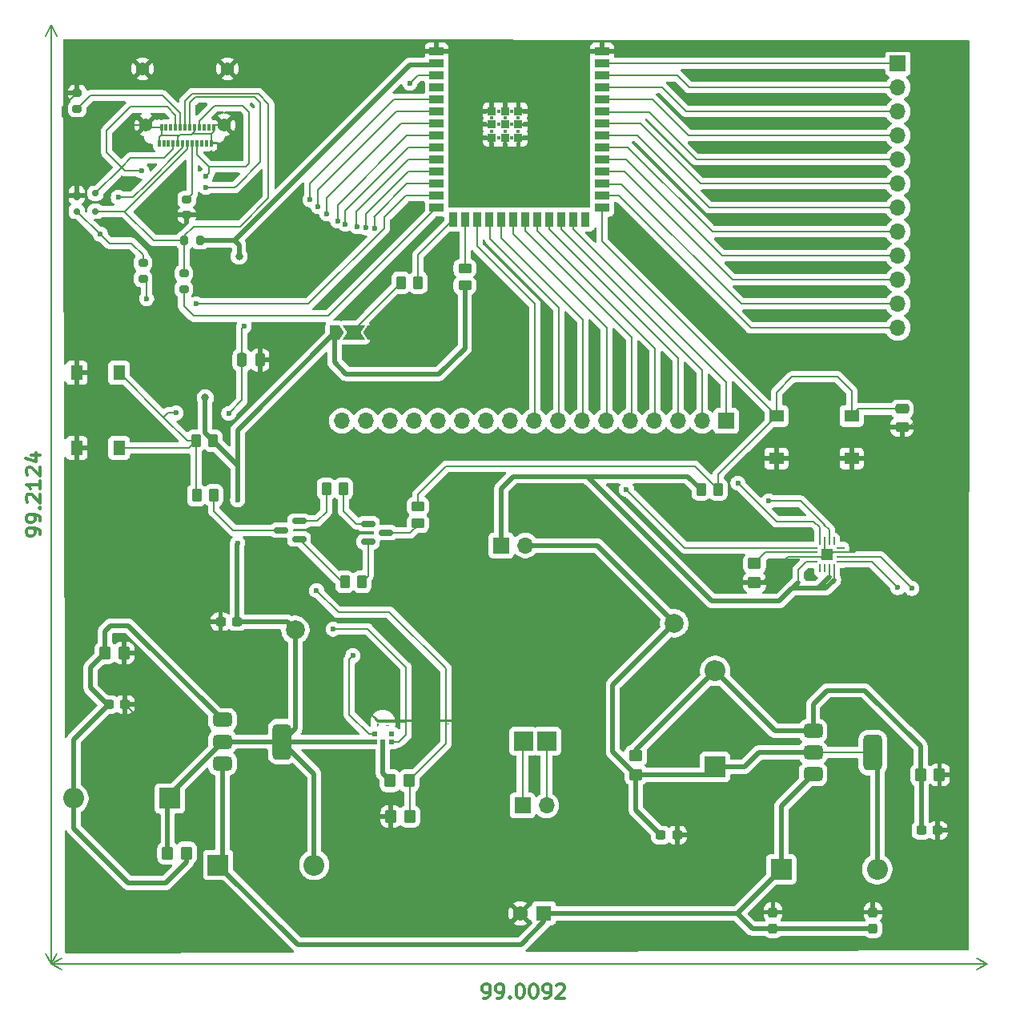
<source format=gbr>
G04 #@! TF.GenerationSoftware,KiCad,Pcbnew,9.0.0*
G04 #@! TF.CreationDate,2025-04-14T13:30:53-05:00*
G04 #@! TF.ProjectId,PlanB,506c616e-422e-46b6-9963-61645f706362,rev?*
G04 #@! TF.SameCoordinates,Original*
G04 #@! TF.FileFunction,Copper,L1,Top*
G04 #@! TF.FilePolarity,Positive*
%FSLAX46Y46*%
G04 Gerber Fmt 4.6, Leading zero omitted, Abs format (unit mm)*
G04 Created by KiCad (PCBNEW 9.0.0) date 2025-04-14 13:30:53*
%MOMM*%
%LPD*%
G01*
G04 APERTURE LIST*
G04 Aperture macros list*
%AMRoundRect*
0 Rectangle with rounded corners*
0 $1 Rounding radius*
0 $2 $3 $4 $5 $6 $7 $8 $9 X,Y pos of 4 corners*
0 Add a 4 corners polygon primitive as box body*
4,1,4,$2,$3,$4,$5,$6,$7,$8,$9,$2,$3,0*
0 Add four circle primitives for the rounded corners*
1,1,$1+$1,$2,$3*
1,1,$1+$1,$4,$5*
1,1,$1+$1,$6,$7*
1,1,$1+$1,$8,$9*
0 Add four rect primitives between the rounded corners*
20,1,$1+$1,$2,$3,$4,$5,0*
20,1,$1+$1,$4,$5,$6,$7,0*
20,1,$1+$1,$6,$7,$8,$9,0*
20,1,$1+$1,$8,$9,$2,$3,0*%
%AMFreePoly0*
4,1,286,-0.607988,0.789500,-0.564965,0.786499,-0.564929,0.786495,-0.522904,0.780491,-0.481904,0.772491,-0.439856,0.762479,-0.399835,0.750472,-0.359810,0.736463,-0.320810,0.720463,-0.281790,0.702454,-0.281753,0.702435,-0.244739,0.681427,-0.208739,0.659427,-0.173696,0.635397,-0.139696,0.609397,-0.107658,0.582365,-0.076658,0.553365,-0.076635,0.553342,-0.047635,0.522342,-0.020603,0.490304,
0.005397,0.456304,0.029427,0.421261,0.051435,0.385247,0.072435,0.348247,0.072454,0.348210,0.090463,0.309190,0.106463,0.270190,0.120479,0.230144,0.132479,0.190144,0.142491,0.148096,0.150491,0.107096,0.156495,0.065071,0.156499,0.065035,0.159500,0.022012,0.160500,-0.019988,0.160500,-0.050012,0.159499,-0.091036,0.156499,-0.132036,0.150494,-0.172074,0.150493,-0.172086,
0.143493,-0.212086,0.143485,-0.212121,0.133481,-0.252136,0.122471,-0.291169,0.108471,-0.330169,0.093450,-0.367219,0.075450,-0.404219,0.055429,-0.440257,0.034429,-0.475257,0.034410,-0.475286,0.011399,-0.508302,-0.013601,-0.541302,-0.039634,-0.572341,-0.067634,-0.602341,-0.067659,-0.602366,-0.097659,-0.630366,-0.128698,-0.656399,-0.161698,-0.681399,-0.194714,-0.704410,-0.194743,-0.704429,
-0.229757,-0.725437,-0.265781,-0.745450,-0.302781,-0.763450,-0.339831,-0.778471,-0.378831,-0.792471,-0.417879,-0.803485,-0.457879,-0.813485,-0.457914,-0.813493,-0.497914,-0.820493,-0.497926,-0.820494,-0.537964,-0.826499,-0.578964,-0.829499,-0.619988,-0.830500,-0.630012,-0.830500,-0.673012,-0.829500,-0.673045,-0.829498,-0.717058,-0.825497,-0.760058,-0.820497,-0.760091,-0.820492,-0.803091,-0.812492,
-0.845151,-0.802477,-0.886162,-0.789473,-0.927162,-0.775473,-0.927192,-0.775462,-0.968210,-0.758454,-1.007210,-0.740454,-1.007242,-0.740438,-1.045242,-0.719438,-1.082264,-0.696425,-1.118304,-0.671397,-1.152304,-0.645397,-1.185342,-0.617365,-1.217342,-0.587365,-1.217365,-0.587342,-1.247365,-0.555342,-1.275397,-0.522304,-1.301411,-0.488285,-1.326425,-0.452264,-1.349438,-0.415242,-1.370438,-0.377242,
-1.370454,-0.377210,-1.388462,-0.338192,-1.405462,-0.297192,-1.405473,-0.297162,-1.419477,-0.256151,-1.432477,-0.215151,-1.442492,-0.173091,-1.450492,-0.130091,-1.450497,-0.130058,-1.455498,-0.087045,-1.459498,-0.043045,-1.459500,-0.043012,-1.460500,0.000014,-1.459499,0.037036,-1.456499,0.078036,-1.456495,0.078072,-1.450493,0.119084,-1.443493,0.160084,-1.443486,0.160118,-1.433479,0.201144,
-1.421471,0.241169,-1.407471,0.280169,-1.391452,0.318214,-1.373445,0.356228,-1.354445,0.393228,-1.354423,0.393266,-1.332423,0.428266,-1.308408,0.462288,-1.308399,0.462302,-1.283399,0.495302,-1.256382,0.527322,-1.256359,0.527348,-1.227348,0.557359,-1.197348,0.586359,-1.197322,0.586382,-1.165302,0.613399,-1.132302,0.638399,-1.132288,0.638408,-1.098266,0.662423,-1.063266,0.684423,
-1.063228,0.684445,-1.026214,0.703452,-0.988194,0.721461,-0.950169,0.737471,-0.911169,0.751471,-0.871144,0.763479,-0.830118,0.773486,-0.830084,0.773493,-0.789072,0.780495,-0.748072,0.786495,-0.748036,0.786499,-0.707036,0.789499,-0.660011,0.790500,-0.659654,0.790361,-0.659500,0.790011,-0.659500,0.490000,-0.659646,0.489646,-0.659981,0.489500,-0.685969,0.488500,-0.711957,0.486501,
-0.737928,0.483504,-0.763895,0.478511,-0.788870,0.472517,-0.814848,0.465522,-0.838808,0.456538,-0.862800,0.446541,-0.886778,0.435551,-0.909739,0.422572,-0.931732,0.408578,-0.953710,0.394591,-0.974687,0.378609,-0.994666,0.361627,-1.013646,0.343646,-1.031627,0.324666,-1.048609,0.304687,-1.064591,0.283710,-1.078578,0.261732,-1.092572,0.239739,-1.105551,0.216778,-1.116545,0.192792,
-1.126538,0.168808,-1.135522,0.144848,-1.142517,0.118870,-1.148511,0.093895,-1.153504,0.067928,-1.156501,0.041962,-1.158501,0.015962,-1.159500,-0.010019,-1.159500,-0.039981,-1.158500,-0.065981,-1.156503,-0.090943,-1.153504,-0.116928,-1.148514,-0.141883,-1.142520,-0.166860,-1.135521,-0.190853,-1.126534,-0.215818,-1.117539,-0.238803,-1.106554,-0.261773,-1.093570,-0.284746,-1.080586,-0.306718,
-1.065593,-0.327709,-1.050610,-0.347686,-1.033636,-0.367656,-0.997656,-0.403636,-0.977686,-0.420610,-0.957709,-0.435593,-0.936718,-0.450586,-0.914754,-0.463565,-0.891773,-0.476554,-0.868803,-0.487539,-0.845818,-0.496534,-0.820853,-0.505521,-0.796869,-0.512517,-0.771888,-0.518512,-0.746928,-0.523504,-0.720943,-0.526503,-0.695981,-0.528500,-0.669981,-0.529500,-0.660019,-0.529500,-0.633028,-0.528500,
-0.606037,-0.526501,-0.579077,-0.523505,-0.552102,-0.518510,-0.525129,-0.511517,-0.525130,-0.511517,-0.499156,-0.504524,-0.474179,-0.494533,-0.448200,-0.484541,-0.424238,-0.472560,-0.400243,-0.459563,-0.377271,-0.445579,-0.354298,-0.430597,-0.333315,-0.413611,-0.312325,-0.395620,-0.292354,-0.377646,-0.274372,-0.357666,-0.256389,-0.336685,-0.239402,-0.315701,-0.224419,-0.292727,-0.210436,-0.269756,
-0.197440,-0.245762,-0.185458,-0.221799,-0.175464,-0.195814,-0.165476,-0.170844,-0.158483,-0.144870,-0.151489,-0.117898,-0.146494,-0.090922,-0.143499,-0.063963,-0.141499,-0.036963,-0.140500,-0.009998,-0.141499,0.019967,-0.144497,0.046945,-0.148491,0.072906,-0.153487,0.098889,-0.167473,0.148836,-0.177462,0.173808,-0.187457,0.197796,-0.199447,0.221776,-0.212427,0.244739,-0.226415,0.266722,
-0.242397,0.288697,-0.242398,0.288697,-0.258382,0.309676,-0.294350,0.347643,-0.314324,0.365619,-0.334312,0.382609,-0.355289,0.398591,-0.377260,0.412573,-0.400241,0.426561,-0.424208,0.438545,-0.448200,0.449541,-0.472179,0.459532,-0.497130,0.467517,-0.523130,0.474517,-0.523129,0.474517,-0.549093,0.480508,-0.575057,0.484503,-0.601043,0.487501,-0.627025,0.489500,-0.650000,0.489500,
-0.650354,0.489646,-0.650500,0.490000,-0.650500,0.790000,-0.650354,0.790354,-0.650000,0.790500,-0.607988,0.789500,-0.607988,0.789500,$1*%
%AMFreePoly1*
4,1,6,1.000000,0.000000,0.500000,-0.750000,-0.500000,-0.750000,-0.500000,0.750000,0.500000,0.750000,1.000000,0.000000,1.000000,0.000000,$1*%
%AMFreePoly2*
4,1,7,0.700000,0.000000,1.200000,-0.750000,-1.200000,-0.750000,-0.700000,0.000000,-1.200000,0.750000,1.200000,0.750000,0.700000,0.000000,0.700000,0.000000,$1*%
G04 Aperture macros list end*
%ADD10C,0.300000*%
G04 #@! TA.AperFunction,NonConductor*
%ADD11C,0.300000*%
G04 #@! TD*
G04 #@! TA.AperFunction,NonConductor*
%ADD12C,0.200000*%
G04 #@! TD*
G04 #@! TA.AperFunction,ComponentPad*
%ADD13R,1.575000X1.575000*%
G04 #@! TD*
G04 #@! TA.AperFunction,ComponentPad*
%ADD14C,1.575000*%
G04 #@! TD*
G04 #@! TA.AperFunction,SMDPad,CuDef*
%ADD15RoundRect,0.250000X-0.450000X0.262500X-0.450000X-0.262500X0.450000X-0.262500X0.450000X0.262500X0*%
G04 #@! TD*
G04 #@! TA.AperFunction,SMDPad,CuDef*
%ADD16RoundRect,0.250000X0.262500X0.450000X-0.262500X0.450000X-0.262500X-0.450000X0.262500X-0.450000X0*%
G04 #@! TD*
G04 #@! TA.AperFunction,SMDPad,CuDef*
%ADD17R,2.000000X2.000000*%
G04 #@! TD*
G04 #@! TA.AperFunction,SMDPad,CuDef*
%ADD18RoundRect,0.250000X-0.262500X-0.450000X0.262500X-0.450000X0.262500X0.450000X-0.262500X0.450000X0*%
G04 #@! TD*
G04 #@! TA.AperFunction,SMDPad,CuDef*
%ADD19RoundRect,0.250000X-0.350000X-0.450000X0.350000X-0.450000X0.350000X0.450000X-0.350000X0.450000X0*%
G04 #@! TD*
G04 #@! TA.AperFunction,ComponentPad*
%ADD20R,2.200000X2.200000*%
G04 #@! TD*
G04 #@! TA.AperFunction,ComponentPad*
%ADD21O,2.200000X2.200000*%
G04 #@! TD*
G04 #@! TA.AperFunction,SMDPad,CuDef*
%ADD22RoundRect,0.237500X-0.300000X-0.237500X0.300000X-0.237500X0.300000X0.237500X-0.300000X0.237500X0*%
G04 #@! TD*
G04 #@! TA.AperFunction,ComponentPad*
%ADD23C,2.000000*%
G04 #@! TD*
G04 #@! TA.AperFunction,ComponentPad*
%ADD24R,1.700000X1.700000*%
G04 #@! TD*
G04 #@! TA.AperFunction,ComponentPad*
%ADD25O,1.700000X1.700000*%
G04 #@! TD*
G04 #@! TA.AperFunction,SMDPad,CuDef*
%ADD26RoundRect,0.250000X0.350000X0.450000X-0.350000X0.450000X-0.350000X-0.450000X0.350000X-0.450000X0*%
G04 #@! TD*
G04 #@! TA.AperFunction,SMDPad,CuDef*
%ADD27RoundRect,0.250000X-0.475000X0.250000X-0.475000X-0.250000X0.475000X-0.250000X0.475000X0.250000X0*%
G04 #@! TD*
G04 #@! TA.AperFunction,SMDPad,CuDef*
%ADD28RoundRect,0.200000X0.275000X-0.200000X0.275000X0.200000X-0.275000X0.200000X-0.275000X-0.200000X0*%
G04 #@! TD*
G04 #@! TA.AperFunction,SMDPad,CuDef*
%ADD29RoundRect,0.250000X0.450000X-0.350000X0.450000X0.350000X-0.450000X0.350000X-0.450000X-0.350000X0*%
G04 #@! TD*
G04 #@! TA.AperFunction,SMDPad,CuDef*
%ADD30RoundRect,0.250000X0.450000X-0.262500X0.450000X0.262500X-0.450000X0.262500X-0.450000X-0.262500X0*%
G04 #@! TD*
G04 #@! TA.AperFunction,SMDPad,CuDef*
%ADD31R,1.300000X1.550000*%
G04 #@! TD*
G04 #@! TA.AperFunction,SMDPad,CuDef*
%ADD32RoundRect,0.150000X-0.587500X-0.150000X0.587500X-0.150000X0.587500X0.150000X-0.587500X0.150000X0*%
G04 #@! TD*
G04 #@! TA.AperFunction,SMDPad,CuDef*
%ADD33RoundRect,0.375000X-0.625000X-0.375000X0.625000X-0.375000X0.625000X0.375000X-0.625000X0.375000X0*%
G04 #@! TD*
G04 #@! TA.AperFunction,SMDPad,CuDef*
%ADD34RoundRect,0.500000X-0.500000X-1.400000X0.500000X-1.400000X0.500000X1.400000X-0.500000X1.400000X0*%
G04 #@! TD*
G04 #@! TA.AperFunction,SMDPad,CuDef*
%ADD35RoundRect,0.150000X0.587500X0.150000X-0.587500X0.150000X-0.587500X-0.150000X0.587500X-0.150000X0*%
G04 #@! TD*
G04 #@! TA.AperFunction,SMDPad,CuDef*
%ADD36R,0.600000X0.522000*%
G04 #@! TD*
G04 #@! TA.AperFunction,SMDPad,CuDef*
%ADD37FreePoly0,180.000000*%
G04 #@! TD*
G04 #@! TA.AperFunction,SMDPad,CuDef*
%ADD38RoundRect,0.175000X-0.175000X-0.325000X0.175000X-0.325000X0.175000X0.325000X-0.175000X0.325000X0*%
G04 #@! TD*
G04 #@! TA.AperFunction,SMDPad,CuDef*
%ADD39RoundRect,0.150000X-0.200000X-0.150000X0.200000X-0.150000X0.200000X0.150000X-0.200000X0.150000X0*%
G04 #@! TD*
G04 #@! TA.AperFunction,SMDPad,CuDef*
%ADD40R,1.500000X0.900000*%
G04 #@! TD*
G04 #@! TA.AperFunction,SMDPad,CuDef*
%ADD41R,0.900000X1.500000*%
G04 #@! TD*
G04 #@! TA.AperFunction,SMDPad,CuDef*
%ADD42R,0.900000X0.900000*%
G04 #@! TD*
G04 #@! TA.AperFunction,ComponentPad*
%ADD43C,0.400000*%
G04 #@! TD*
G04 #@! TA.AperFunction,SMDPad,CuDef*
%ADD44RoundRect,0.250000X-0.250000X-0.475000X0.250000X-0.475000X0.250000X0.475000X-0.250000X0.475000X0*%
G04 #@! TD*
G04 #@! TA.AperFunction,SMDPad,CuDef*
%ADD45RoundRect,0.200000X-0.275000X0.200000X-0.275000X-0.200000X0.275000X-0.200000X0.275000X0.200000X0*%
G04 #@! TD*
G04 #@! TA.AperFunction,SMDPad,CuDef*
%ADD46RoundRect,0.237500X0.237500X-0.300000X0.237500X0.300000X-0.237500X0.300000X-0.237500X-0.300000X0*%
G04 #@! TD*
G04 #@! TA.AperFunction,SMDPad,CuDef*
%ADD47RoundRect,0.062500X-0.350000X-0.062500X0.350000X-0.062500X0.350000X0.062500X-0.350000X0.062500X0*%
G04 #@! TD*
G04 #@! TA.AperFunction,SMDPad,CuDef*
%ADD48RoundRect,0.062500X-0.062500X-0.350000X0.062500X-0.350000X0.062500X0.350000X-0.062500X0.350000X0*%
G04 #@! TD*
G04 #@! TA.AperFunction,HeatsinkPad*
%ADD49R,1.230000X1.230000*%
G04 #@! TD*
G04 #@! TA.AperFunction,SMDPad,CuDef*
%ADD50RoundRect,0.237500X0.300000X0.237500X-0.300000X0.237500X-0.300000X-0.237500X0.300000X-0.237500X0*%
G04 #@! TD*
G04 #@! TA.AperFunction,SMDPad,CuDef*
%ADD51FreePoly1,180.000000*%
G04 #@! TD*
G04 #@! TA.AperFunction,SMDPad,CuDef*
%ADD52FreePoly2,180.000000*%
G04 #@! TD*
G04 #@! TA.AperFunction,SMDPad,CuDef*
%ADD53FreePoly1,0.000000*%
G04 #@! TD*
G04 #@! TA.AperFunction,SMDPad,CuDef*
%ADD54RoundRect,0.200000X0.200000X0.275000X-0.200000X0.275000X-0.200000X-0.275000X0.200000X-0.275000X0*%
G04 #@! TD*
G04 #@! TA.AperFunction,SMDPad,CuDef*
%ADD55R,1.550000X1.300000*%
G04 #@! TD*
G04 #@! TA.AperFunction,SMDPad,CuDef*
%ADD56R,0.300000X0.700000*%
G04 #@! TD*
G04 #@! TA.AperFunction,HeatsinkPad*
%ADD57C,1.400000*%
G04 #@! TD*
G04 #@! TA.AperFunction,ViaPad*
%ADD58C,0.600000*%
G04 #@! TD*
G04 #@! TA.AperFunction,ViaPad*
%ADD59C,0.800000*%
G04 #@! TD*
G04 #@! TA.AperFunction,Conductor*
%ADD60C,0.200000*%
G04 #@! TD*
G04 #@! TA.AperFunction,Conductor*
%ADD61C,0.500000*%
G04 #@! TD*
G04 APERTURE END LIST*
D10*
D11*
X121922115Y-156583528D02*
X122207829Y-156583528D01*
X122207829Y-156583528D02*
X122350686Y-156512100D01*
X122350686Y-156512100D02*
X122422115Y-156440671D01*
X122422115Y-156440671D02*
X122564972Y-156226385D01*
X122564972Y-156226385D02*
X122636401Y-155940671D01*
X122636401Y-155940671D02*
X122636401Y-155369242D01*
X122636401Y-155369242D02*
X122564972Y-155226385D01*
X122564972Y-155226385D02*
X122493544Y-155154957D01*
X122493544Y-155154957D02*
X122350686Y-155083528D01*
X122350686Y-155083528D02*
X122064972Y-155083528D01*
X122064972Y-155083528D02*
X121922115Y-155154957D01*
X121922115Y-155154957D02*
X121850686Y-155226385D01*
X121850686Y-155226385D02*
X121779258Y-155369242D01*
X121779258Y-155369242D02*
X121779258Y-155726385D01*
X121779258Y-155726385D02*
X121850686Y-155869242D01*
X121850686Y-155869242D02*
X121922115Y-155940671D01*
X121922115Y-155940671D02*
X122064972Y-156012100D01*
X122064972Y-156012100D02*
X122350686Y-156012100D01*
X122350686Y-156012100D02*
X122493544Y-155940671D01*
X122493544Y-155940671D02*
X122564972Y-155869242D01*
X122564972Y-155869242D02*
X122636401Y-155726385D01*
X123350686Y-156583528D02*
X123636400Y-156583528D01*
X123636400Y-156583528D02*
X123779257Y-156512100D01*
X123779257Y-156512100D02*
X123850686Y-156440671D01*
X123850686Y-156440671D02*
X123993543Y-156226385D01*
X123993543Y-156226385D02*
X124064972Y-155940671D01*
X124064972Y-155940671D02*
X124064972Y-155369242D01*
X124064972Y-155369242D02*
X123993543Y-155226385D01*
X123993543Y-155226385D02*
X123922115Y-155154957D01*
X123922115Y-155154957D02*
X123779257Y-155083528D01*
X123779257Y-155083528D02*
X123493543Y-155083528D01*
X123493543Y-155083528D02*
X123350686Y-155154957D01*
X123350686Y-155154957D02*
X123279257Y-155226385D01*
X123279257Y-155226385D02*
X123207829Y-155369242D01*
X123207829Y-155369242D02*
X123207829Y-155726385D01*
X123207829Y-155726385D02*
X123279257Y-155869242D01*
X123279257Y-155869242D02*
X123350686Y-155940671D01*
X123350686Y-155940671D02*
X123493543Y-156012100D01*
X123493543Y-156012100D02*
X123779257Y-156012100D01*
X123779257Y-156012100D02*
X123922115Y-155940671D01*
X123922115Y-155940671D02*
X123993543Y-155869242D01*
X123993543Y-155869242D02*
X124064972Y-155726385D01*
X124707828Y-156440671D02*
X124779257Y-156512100D01*
X124779257Y-156512100D02*
X124707828Y-156583528D01*
X124707828Y-156583528D02*
X124636400Y-156512100D01*
X124636400Y-156512100D02*
X124707828Y-156440671D01*
X124707828Y-156440671D02*
X124707828Y-156583528D01*
X125707829Y-155083528D02*
X125850686Y-155083528D01*
X125850686Y-155083528D02*
X125993543Y-155154957D01*
X125993543Y-155154957D02*
X126064972Y-155226385D01*
X126064972Y-155226385D02*
X126136400Y-155369242D01*
X126136400Y-155369242D02*
X126207829Y-155654957D01*
X126207829Y-155654957D02*
X126207829Y-156012100D01*
X126207829Y-156012100D02*
X126136400Y-156297814D01*
X126136400Y-156297814D02*
X126064972Y-156440671D01*
X126064972Y-156440671D02*
X125993543Y-156512100D01*
X125993543Y-156512100D02*
X125850686Y-156583528D01*
X125850686Y-156583528D02*
X125707829Y-156583528D01*
X125707829Y-156583528D02*
X125564972Y-156512100D01*
X125564972Y-156512100D02*
X125493543Y-156440671D01*
X125493543Y-156440671D02*
X125422114Y-156297814D01*
X125422114Y-156297814D02*
X125350686Y-156012100D01*
X125350686Y-156012100D02*
X125350686Y-155654957D01*
X125350686Y-155654957D02*
X125422114Y-155369242D01*
X125422114Y-155369242D02*
X125493543Y-155226385D01*
X125493543Y-155226385D02*
X125564972Y-155154957D01*
X125564972Y-155154957D02*
X125707829Y-155083528D01*
X127136400Y-155083528D02*
X127279257Y-155083528D01*
X127279257Y-155083528D02*
X127422114Y-155154957D01*
X127422114Y-155154957D02*
X127493543Y-155226385D01*
X127493543Y-155226385D02*
X127564971Y-155369242D01*
X127564971Y-155369242D02*
X127636400Y-155654957D01*
X127636400Y-155654957D02*
X127636400Y-156012100D01*
X127636400Y-156012100D02*
X127564971Y-156297814D01*
X127564971Y-156297814D02*
X127493543Y-156440671D01*
X127493543Y-156440671D02*
X127422114Y-156512100D01*
X127422114Y-156512100D02*
X127279257Y-156583528D01*
X127279257Y-156583528D02*
X127136400Y-156583528D01*
X127136400Y-156583528D02*
X126993543Y-156512100D01*
X126993543Y-156512100D02*
X126922114Y-156440671D01*
X126922114Y-156440671D02*
X126850685Y-156297814D01*
X126850685Y-156297814D02*
X126779257Y-156012100D01*
X126779257Y-156012100D02*
X126779257Y-155654957D01*
X126779257Y-155654957D02*
X126850685Y-155369242D01*
X126850685Y-155369242D02*
X126922114Y-155226385D01*
X126922114Y-155226385D02*
X126993543Y-155154957D01*
X126993543Y-155154957D02*
X127136400Y-155083528D01*
X128350685Y-156583528D02*
X128636399Y-156583528D01*
X128636399Y-156583528D02*
X128779256Y-156512100D01*
X128779256Y-156512100D02*
X128850685Y-156440671D01*
X128850685Y-156440671D02*
X128993542Y-156226385D01*
X128993542Y-156226385D02*
X129064971Y-155940671D01*
X129064971Y-155940671D02*
X129064971Y-155369242D01*
X129064971Y-155369242D02*
X128993542Y-155226385D01*
X128993542Y-155226385D02*
X128922114Y-155154957D01*
X128922114Y-155154957D02*
X128779256Y-155083528D01*
X128779256Y-155083528D02*
X128493542Y-155083528D01*
X128493542Y-155083528D02*
X128350685Y-155154957D01*
X128350685Y-155154957D02*
X128279256Y-155226385D01*
X128279256Y-155226385D02*
X128207828Y-155369242D01*
X128207828Y-155369242D02*
X128207828Y-155726385D01*
X128207828Y-155726385D02*
X128279256Y-155869242D01*
X128279256Y-155869242D02*
X128350685Y-155940671D01*
X128350685Y-155940671D02*
X128493542Y-156012100D01*
X128493542Y-156012100D02*
X128779256Y-156012100D01*
X128779256Y-156012100D02*
X128922114Y-155940671D01*
X128922114Y-155940671D02*
X128993542Y-155869242D01*
X128993542Y-155869242D02*
X129064971Y-155726385D01*
X129636399Y-155226385D02*
X129707827Y-155154957D01*
X129707827Y-155154957D02*
X129850685Y-155083528D01*
X129850685Y-155083528D02*
X130207827Y-155083528D01*
X130207827Y-155083528D02*
X130350685Y-155154957D01*
X130350685Y-155154957D02*
X130422113Y-155226385D01*
X130422113Y-155226385D02*
X130493542Y-155369242D01*
X130493542Y-155369242D02*
X130493542Y-155512100D01*
X130493542Y-155512100D02*
X130422113Y-155726385D01*
X130422113Y-155726385D02*
X129564970Y-156583528D01*
X129564970Y-156583528D02*
X130493542Y-156583528D01*
D12*
X76174600Y-152984200D02*
X76174600Y-152984200D01*
X175183800Y-152984200D02*
X175183800Y-152984200D01*
X76174600Y-152984200D02*
X175183800Y-152984200D01*
X76174600Y-152984200D02*
X175183800Y-152984200D01*
X76174600Y-152984200D02*
X77301104Y-152397779D01*
X76174600Y-152984200D02*
X77301104Y-153570621D01*
X175183800Y-152984200D02*
X174057296Y-153570621D01*
X175183800Y-152984200D02*
X174057296Y-152397779D01*
X76174600Y-152984200D02*
X175183800Y-152984200D01*
X76174600Y-152984200D02*
X175183800Y-152984200D01*
X76174600Y-152984200D02*
X77301104Y-152397779D01*
X76174600Y-152984200D02*
X77301104Y-153570621D01*
X175183800Y-152984200D02*
X174057296Y-153570621D01*
X175183800Y-152984200D02*
X174057296Y-152397779D01*
D10*
D11*
X75052928Y-107592284D02*
X75052928Y-107306570D01*
X75052928Y-107306570D02*
X74981500Y-107163713D01*
X74981500Y-107163713D02*
X74910071Y-107092284D01*
X74910071Y-107092284D02*
X74695785Y-106949427D01*
X74695785Y-106949427D02*
X74410071Y-106877998D01*
X74410071Y-106877998D02*
X73838642Y-106877998D01*
X73838642Y-106877998D02*
X73695785Y-106949427D01*
X73695785Y-106949427D02*
X73624357Y-107020856D01*
X73624357Y-107020856D02*
X73552928Y-107163713D01*
X73552928Y-107163713D02*
X73552928Y-107449427D01*
X73552928Y-107449427D02*
X73624357Y-107592284D01*
X73624357Y-107592284D02*
X73695785Y-107663713D01*
X73695785Y-107663713D02*
X73838642Y-107735141D01*
X73838642Y-107735141D02*
X74195785Y-107735141D01*
X74195785Y-107735141D02*
X74338642Y-107663713D01*
X74338642Y-107663713D02*
X74410071Y-107592284D01*
X74410071Y-107592284D02*
X74481500Y-107449427D01*
X74481500Y-107449427D02*
X74481500Y-107163713D01*
X74481500Y-107163713D02*
X74410071Y-107020856D01*
X74410071Y-107020856D02*
X74338642Y-106949427D01*
X74338642Y-106949427D02*
X74195785Y-106877998D01*
X75052928Y-106163713D02*
X75052928Y-105877999D01*
X75052928Y-105877999D02*
X74981500Y-105735142D01*
X74981500Y-105735142D02*
X74910071Y-105663713D01*
X74910071Y-105663713D02*
X74695785Y-105520856D01*
X74695785Y-105520856D02*
X74410071Y-105449427D01*
X74410071Y-105449427D02*
X73838642Y-105449427D01*
X73838642Y-105449427D02*
X73695785Y-105520856D01*
X73695785Y-105520856D02*
X73624357Y-105592285D01*
X73624357Y-105592285D02*
X73552928Y-105735142D01*
X73552928Y-105735142D02*
X73552928Y-106020856D01*
X73552928Y-106020856D02*
X73624357Y-106163713D01*
X73624357Y-106163713D02*
X73695785Y-106235142D01*
X73695785Y-106235142D02*
X73838642Y-106306570D01*
X73838642Y-106306570D02*
X74195785Y-106306570D01*
X74195785Y-106306570D02*
X74338642Y-106235142D01*
X74338642Y-106235142D02*
X74410071Y-106163713D01*
X74410071Y-106163713D02*
X74481500Y-106020856D01*
X74481500Y-106020856D02*
X74481500Y-105735142D01*
X74481500Y-105735142D02*
X74410071Y-105592285D01*
X74410071Y-105592285D02*
X74338642Y-105520856D01*
X74338642Y-105520856D02*
X74195785Y-105449427D01*
X74910071Y-104806571D02*
X74981500Y-104735142D01*
X74981500Y-104735142D02*
X75052928Y-104806571D01*
X75052928Y-104806571D02*
X74981500Y-104877999D01*
X74981500Y-104877999D02*
X74910071Y-104806571D01*
X74910071Y-104806571D02*
X75052928Y-104806571D01*
X73695785Y-104163713D02*
X73624357Y-104092285D01*
X73624357Y-104092285D02*
X73552928Y-103949428D01*
X73552928Y-103949428D02*
X73552928Y-103592285D01*
X73552928Y-103592285D02*
X73624357Y-103449428D01*
X73624357Y-103449428D02*
X73695785Y-103377999D01*
X73695785Y-103377999D02*
X73838642Y-103306570D01*
X73838642Y-103306570D02*
X73981500Y-103306570D01*
X73981500Y-103306570D02*
X74195785Y-103377999D01*
X74195785Y-103377999D02*
X75052928Y-104235142D01*
X75052928Y-104235142D02*
X75052928Y-103306570D01*
X75052928Y-101877999D02*
X75052928Y-102735142D01*
X75052928Y-102306571D02*
X73552928Y-102306571D01*
X73552928Y-102306571D02*
X73767214Y-102449428D01*
X73767214Y-102449428D02*
X73910071Y-102592285D01*
X73910071Y-102592285D02*
X73981500Y-102735142D01*
X73695785Y-101306571D02*
X73624357Y-101235143D01*
X73624357Y-101235143D02*
X73552928Y-101092286D01*
X73552928Y-101092286D02*
X73552928Y-100735143D01*
X73552928Y-100735143D02*
X73624357Y-100592286D01*
X73624357Y-100592286D02*
X73695785Y-100520857D01*
X73695785Y-100520857D02*
X73838642Y-100449428D01*
X73838642Y-100449428D02*
X73981500Y-100449428D01*
X73981500Y-100449428D02*
X74195785Y-100520857D01*
X74195785Y-100520857D02*
X75052928Y-101378000D01*
X75052928Y-101378000D02*
X75052928Y-100449428D01*
X74052928Y-99163715D02*
X75052928Y-99163715D01*
X73481500Y-99520857D02*
X74552928Y-99878000D01*
X74552928Y-99878000D02*
X74552928Y-98949429D01*
D12*
X76174600Y-53771800D02*
X76174600Y-53771800D01*
X76174600Y-152984200D02*
X76174600Y-152984200D01*
X76174600Y-53771800D02*
X76174600Y-152984200D01*
X76174600Y-53771800D02*
X76174600Y-152984200D01*
X76174600Y-53771800D02*
X76761021Y-54898304D01*
X76174600Y-53771800D02*
X75588179Y-54898304D01*
X76174600Y-152984200D02*
X75588179Y-151857696D01*
X76174600Y-152984200D02*
X76761021Y-151857696D01*
X76174600Y-53771800D02*
X76174600Y-152984200D01*
X76174600Y-53771800D02*
X76174600Y-152984200D01*
X76174600Y-53771800D02*
X76761021Y-54898304D01*
X76174600Y-53771800D02*
X75588179Y-54898304D01*
X76174600Y-152984200D02*
X75588179Y-151857696D01*
X76174600Y-152984200D02*
X76761021Y-151857696D01*
D13*
X128298500Y-147616400D03*
D14*
X125798500Y-147616400D03*
D15*
X119938800Y-79453100D03*
X119938800Y-81278100D03*
D16*
X115009300Y-80975200D03*
X113184300Y-80975200D03*
D17*
X126131000Y-129426000D03*
X128631000Y-129426000D03*
D18*
X144908900Y-102844600D03*
X146733900Y-102844600D03*
D19*
X81880200Y-120103300D03*
X83880200Y-120103300D03*
D20*
X153390600Y-142951200D03*
D21*
X163550600Y-142951200D03*
D22*
X168224200Y-138856550D03*
X169949200Y-138856550D03*
D20*
X88716000Y-135473100D03*
D21*
X78556000Y-135473100D03*
D23*
X142087600Y-116967000D03*
D24*
X123799600Y-108737400D03*
D25*
X126339600Y-108737400D03*
D26*
X114131600Y-137388600D03*
X112131600Y-137388600D03*
D27*
X166166800Y-94325400D03*
X166166800Y-96225400D03*
D24*
X147574000Y-95580200D03*
D25*
X145034000Y-95580200D03*
X142494000Y-95580200D03*
X139954000Y-95580200D03*
X137414000Y-95580200D03*
X134874000Y-95580200D03*
X132334000Y-95580200D03*
X129794000Y-95580200D03*
X127254000Y-95580200D03*
X124714000Y-95580200D03*
X122174000Y-95580200D03*
X119634000Y-95580200D03*
X117094000Y-95580200D03*
X114554000Y-95580200D03*
X112014000Y-95580200D03*
X109474000Y-95580200D03*
X106934000Y-95580200D03*
D22*
X140665200Y-139344400D03*
X142390200Y-139344400D03*
D28*
X90220800Y-81660000D03*
X90220800Y-80010000D03*
D22*
X82271700Y-125538900D03*
X83996700Y-125538900D03*
D29*
X138023600Y-132978400D03*
X138023600Y-130978400D03*
D30*
X114985800Y-106426000D03*
X114985800Y-104601000D03*
D16*
X93393900Y-103454200D03*
X91568900Y-103454200D03*
D31*
X78877600Y-98437600D03*
X78877600Y-90487600D03*
X83377600Y-98437600D03*
X83377600Y-90487600D03*
D32*
X109704900Y-106452500D03*
X109704900Y-108352500D03*
X111579900Y-107402500D03*
D29*
X150571200Y-112667800D03*
X150571200Y-110667800D03*
D33*
X156768400Y-128332200D03*
X156768400Y-130632200D03*
D34*
X163068400Y-130632200D03*
D33*
X156768400Y-132932200D03*
D26*
X114030000Y-133604000D03*
X112030000Y-133604000D03*
D35*
X102405900Y-108073100D03*
X102405900Y-106173100D03*
X100530900Y-107123100D03*
D36*
X112177400Y-129505800D03*
X112177400Y-128683800D03*
D37*
X110627400Y-127451800D03*
D36*
X110377400Y-128683800D03*
X110377400Y-129505800D03*
X111277400Y-129505800D03*
D23*
X102006400Y-117664900D03*
D38*
X78883000Y-71727500D03*
D39*
X78883000Y-73427500D03*
X80883000Y-73427500D03*
X80883000Y-71527500D03*
D16*
X109063400Y-112584100D03*
X107238400Y-112584100D03*
D40*
X116953000Y-56539000D03*
X116953000Y-57809000D03*
X116953000Y-59079000D03*
X116953000Y-60349000D03*
X116953000Y-61619000D03*
X116953000Y-62889000D03*
X116953000Y-64159000D03*
X116953000Y-65429000D03*
X116953000Y-66699000D03*
X116953000Y-67969000D03*
X116953000Y-69239000D03*
X116953000Y-70509000D03*
X116953000Y-71779000D03*
X116953000Y-73049000D03*
D41*
X118718000Y-74299000D03*
X119988000Y-74299000D03*
X121258000Y-74299000D03*
X122528000Y-74299000D03*
X123798000Y-74299000D03*
X125068000Y-74299000D03*
X126338000Y-74299000D03*
X127608000Y-74299000D03*
X128878000Y-74299000D03*
X130148000Y-74299000D03*
X131418000Y-74299000D03*
X132688000Y-74299000D03*
D40*
X134453000Y-73049000D03*
X134453000Y-71779000D03*
X134453000Y-70509000D03*
X134453000Y-69239000D03*
X134453000Y-67969000D03*
X134453000Y-66699000D03*
X134453000Y-65429000D03*
X134453000Y-64159000D03*
X134453000Y-62889000D03*
X134453000Y-61619000D03*
X134453000Y-60349000D03*
X134453000Y-59079000D03*
X134453000Y-57809000D03*
X134453000Y-56539000D03*
D42*
X124203000Y-64259000D03*
X122803000Y-64259000D03*
X125603000Y-64259000D03*
X122803000Y-65659000D03*
X124203000Y-65659000D03*
X125603000Y-65659000D03*
X122803000Y-62859000D03*
X124203000Y-62859000D03*
X125603000Y-62859000D03*
D43*
X124203000Y-63559000D03*
X122803000Y-63559000D03*
X125603000Y-63559000D03*
X122803000Y-64959000D03*
X124203000Y-64959000D03*
X125603000Y-64959000D03*
X123503000Y-62859000D03*
X124903000Y-62859000D03*
X123503000Y-64259000D03*
X124903000Y-64259000D03*
X123503000Y-65659000D03*
X124903000Y-65659000D03*
D44*
X96371200Y-89159400D03*
X98271200Y-89159400D03*
D24*
X126029800Y-136220200D03*
D25*
X128569800Y-136220200D03*
D33*
X94309800Y-127175900D03*
X94309800Y-129475900D03*
D34*
X100609800Y-129475900D03*
D33*
X94309800Y-131775900D03*
D20*
X146405600Y-132156200D03*
D21*
X146405600Y-121996200D03*
D24*
X165735000Y-57810400D03*
D25*
X165735000Y-60350400D03*
X165735000Y-62890400D03*
X165735000Y-65430400D03*
X165735000Y-67970400D03*
X165735000Y-70510400D03*
X165735000Y-73050400D03*
X165735000Y-75590400D03*
X165735000Y-78130400D03*
X165735000Y-80670400D03*
X165735000Y-83210400D03*
X165735000Y-85750400D03*
D45*
X90525600Y-72174600D03*
X90525600Y-73824600D03*
D46*
X163093400Y-149225000D03*
X163093400Y-147500000D03*
D47*
X156794200Y-108982000D03*
X156794200Y-109482000D03*
X156794200Y-109982000D03*
X156794200Y-110482000D03*
D48*
X157481700Y-111169500D03*
X157981700Y-111169500D03*
X158481700Y-111169500D03*
X158981700Y-111169500D03*
D47*
X159669200Y-110482000D03*
X159669200Y-109982000D03*
X159669200Y-109482000D03*
X159669200Y-108982000D03*
D48*
X158981700Y-108294500D03*
X158481700Y-108294500D03*
X157981700Y-108294500D03*
X157481700Y-108294500D03*
D49*
X158231700Y-109732000D03*
D50*
X95833100Y-116801300D03*
X94108100Y-116801300D03*
D45*
X85902800Y-78892400D03*
X85902800Y-80542400D03*
D19*
X88509600Y-141236100D03*
X90509600Y-141236100D03*
D51*
X110188600Y-86263900D03*
D52*
X108188600Y-86263900D03*
D53*
X106188600Y-86263900D03*
D16*
X93317700Y-97688400D03*
X91492700Y-97688400D03*
D54*
X91934800Y-76504800D03*
X90284800Y-76504800D03*
D55*
X160845400Y-99557400D03*
X152895400Y-99557400D03*
X160845400Y-95057400D03*
X152895400Y-95057400D03*
D28*
X78943200Y-62597800D03*
X78943200Y-60947800D03*
D56*
X93097800Y-66234000D03*
X92597800Y-66234000D03*
X92097800Y-66234000D03*
X91597800Y-66234000D03*
X91097800Y-66234000D03*
X90597800Y-66234000D03*
X90097800Y-66234000D03*
X89597800Y-66234000D03*
X89097800Y-66234000D03*
X88597800Y-66234000D03*
X88097800Y-66234000D03*
X87597800Y-66234000D03*
X87847800Y-64534000D03*
X88347800Y-64534000D03*
X88847800Y-64534000D03*
X89347800Y-64534000D03*
X89847800Y-64534000D03*
X90347800Y-64534000D03*
X90847800Y-64534000D03*
X91347800Y-64534000D03*
X91847800Y-64534000D03*
X92347800Y-64534000D03*
X92847800Y-64534000D03*
X93347800Y-64534000D03*
D57*
X94837800Y-58374000D03*
X94477800Y-64324000D03*
X86217800Y-64324000D03*
X85857800Y-58374000D03*
D19*
X168137500Y-132989150D03*
X170137500Y-132989150D03*
D20*
X93853000Y-142506100D03*
D21*
X104013000Y-142506100D03*
D18*
X105284500Y-102754300D03*
X107109500Y-102754300D03*
D46*
X152527000Y-149225000D03*
X152527000Y-147500000D03*
D58*
X86283800Y-82651600D03*
X91490800Y-83235800D03*
X96596200Y-85572600D03*
X89408000Y-94742000D03*
X94970600Y-94792800D03*
X114122200Y-59893200D03*
X78359000Y-64338200D03*
X97739200Y-70916800D03*
X147370800Y-111861600D03*
X88874600Y-130022600D03*
X83388200Y-65659000D03*
D59*
X92481400Y-93141800D03*
D58*
X95910400Y-103936800D03*
D59*
X96062800Y-78181200D03*
D58*
X95910400Y-108483400D03*
X83286600Y-71958200D03*
X81407000Y-75869800D03*
X92557600Y-70916800D03*
X92532200Y-69723000D03*
X85775800Y-69164200D03*
X108102400Y-120396000D03*
X105333800Y-73710800D03*
X103555800Y-72212200D03*
X104267000Y-113512600D03*
X110388400Y-75209400D03*
X106019600Y-117576600D03*
X104394000Y-72923400D03*
X107315000Y-74803000D03*
X106476800Y-74472800D03*
X109474000Y-75184000D03*
X108508800Y-75057000D03*
X167208200Y-113284000D03*
X165709600Y-113182400D03*
X152069800Y-104063800D03*
X148818600Y-102158800D03*
X137033000Y-102819200D03*
D60*
X114985800Y-104601000D02*
X114985800Y-103352600D01*
X114985800Y-103352600D02*
X117983000Y-100355400D01*
X117983000Y-100355400D02*
X144244700Y-100355400D01*
X144244700Y-100355400D02*
X146733900Y-102844600D01*
X91490800Y-83235800D02*
X103403400Y-83235800D01*
X103403400Y-83235800D02*
X111429800Y-75209400D01*
X111429800Y-75209400D02*
X111429800Y-74066400D01*
X113717200Y-71779000D02*
X116953000Y-71779000D01*
X111429800Y-74066400D02*
X113717200Y-71779000D01*
X116953000Y-73049000D02*
X105496200Y-84505800D01*
X91262200Y-84505800D02*
X90220800Y-83464400D01*
X105496200Y-84505800D02*
X91262200Y-84505800D01*
X90220800Y-83464400D02*
X90220800Y-81660000D01*
X86283800Y-80923400D02*
X85902800Y-80542400D01*
X86283800Y-82651600D02*
X86283800Y-80923400D01*
X85902800Y-78028800D02*
X84683600Y-76809600D01*
X82346800Y-76809600D02*
X81407000Y-75869800D01*
X85902800Y-78892400D02*
X85902800Y-78028800D01*
X84683600Y-76809600D02*
X82346800Y-76809600D01*
X114122200Y-59893200D02*
X114936400Y-59079000D01*
X91492700Y-103378000D02*
X91568900Y-103454200D01*
X88088200Y-95198200D02*
X83377600Y-90487600D01*
X89408000Y-94742000D02*
X88544400Y-94742000D01*
X90578400Y-97688400D02*
X88088200Y-95198200D01*
X91492700Y-97688400D02*
X91492700Y-103378000D01*
X91492700Y-97688400D02*
X90578400Y-97688400D01*
X83377600Y-98437600D02*
X90743500Y-98437600D01*
X88544400Y-94742000D02*
X88088200Y-95198200D01*
X96371200Y-85797600D02*
X96371200Y-89159400D01*
X114936400Y-59079000D02*
X116953000Y-59079000D01*
X96596200Y-85572600D02*
X96371200Y-85797600D01*
X90743500Y-98437600D02*
X91492700Y-97688400D01*
X96371200Y-93392200D02*
X94970600Y-94792800D01*
X96371200Y-89159400D02*
X96371200Y-93392200D01*
X166141400Y-96250800D02*
X166166800Y-96225400D01*
X89865200Y-65354200D02*
X90982800Y-65354200D01*
X87847800Y-64534000D02*
X87847800Y-65365000D01*
X93557800Y-64324000D02*
X93347800Y-64534000D01*
X134453000Y-56539000D02*
X167308400Y-56539000D01*
X87847800Y-65365000D02*
X87597800Y-65615000D01*
X160845400Y-101231800D02*
X160845400Y-99557400D01*
X160223200Y-101854000D02*
X160845400Y-101231800D01*
X78883000Y-65471800D02*
X78883000Y-71727500D01*
X87597800Y-65615000D02*
X87597800Y-66234000D01*
X93097800Y-65220400D02*
X91116600Y-65220400D01*
X169468800Y-100609400D02*
X166141400Y-97282000D01*
X148177000Y-112667800D02*
X147370800Y-111861600D01*
X94477800Y-64324000D02*
X93557800Y-64324000D01*
X167767000Y-95402400D02*
X166944000Y-96225400D01*
X87887800Y-65405000D02*
X87847800Y-65365000D01*
X151416000Y-112667800D02*
X154101800Y-109982000D01*
X91347800Y-64989200D02*
X91347800Y-64534000D01*
X166141400Y-97358200D02*
X166141400Y-97282000D01*
X116953000Y-56539000D02*
X96672800Y-56539000D01*
X78359000Y-64338200D02*
X78359000Y-64947800D01*
X77419200Y-63398400D02*
X77419200Y-62471800D01*
X93097800Y-66234000D02*
X93097800Y-65220400D01*
X86217800Y-64324000D02*
X84723200Y-64324000D01*
D61*
X170137500Y-138668250D02*
X169949200Y-138856550D01*
D60*
X86427800Y-64534000D02*
X86217800Y-64324000D01*
X77419200Y-62471800D02*
X78943200Y-60947800D01*
X159669200Y-109482000D02*
X161155000Y-109482000D01*
X91109800Y-65227200D02*
X91347800Y-64989200D01*
X167767000Y-56997600D02*
X167767000Y-95402400D01*
X167308400Y-56539000D02*
X167767000Y-56997600D01*
X169468800Y-101168200D02*
X169468800Y-100609400D01*
X152895400Y-99557400D02*
X152895400Y-101231800D01*
X152895400Y-101231800D02*
X153517600Y-101854000D01*
X87847800Y-64534000D02*
X86427800Y-64534000D01*
X96672800Y-56539000D02*
X94837800Y-58374000D01*
X88480400Y-130022600D02*
X88874600Y-130022600D01*
X78359000Y-64947800D02*
X78883000Y-65471800D01*
X157981700Y-109482000D02*
X158231700Y-109732000D01*
X163942200Y-99557400D02*
X166141400Y-97358200D01*
X160845400Y-99557400D02*
X163942200Y-99557400D01*
X166141400Y-97282000D02*
X166141400Y-96250800D01*
X93097800Y-65220400D02*
X93347800Y-64970400D01*
X94831400Y-73824600D02*
X97739200Y-70916800D01*
X166944000Y-96225400D02*
X166166800Y-96225400D01*
X89636600Y-65405000D02*
X87887800Y-65405000D01*
X93347800Y-64970400D02*
X93347800Y-64534000D01*
X150571200Y-112667800D02*
X151416000Y-112667800D01*
X89597800Y-65621600D02*
X89865200Y-65354200D01*
X153517600Y-101854000D02*
X160223200Y-101854000D01*
X89597800Y-66234000D02*
X89597800Y-65621600D01*
X78359000Y-64338200D02*
X77419200Y-63398400D01*
X90982800Y-65354200D02*
X91109800Y-65227200D01*
X157981700Y-108294500D02*
X157981700Y-109482000D01*
X158481700Y-109482000D02*
X158231700Y-109732000D01*
X156794200Y-109982000D02*
X157981700Y-109982000D01*
X91116600Y-65220400D02*
X91109800Y-65227200D01*
X150571200Y-112667800D02*
X148177000Y-112667800D01*
X157981700Y-109982000D02*
X158231700Y-109732000D01*
X154101800Y-109982000D02*
X156794200Y-109982000D01*
X161155000Y-109482000D02*
X169468800Y-101168200D01*
X83996700Y-125538900D02*
X88480400Y-130022600D01*
X84723200Y-64324000D02*
X83388200Y-65659000D01*
X159669200Y-109482000D02*
X158481700Y-109482000D01*
X90525600Y-73824600D02*
X94831400Y-73824600D01*
X161577400Y-94325400D02*
X166166800Y-94325400D01*
X146733900Y-101218900D02*
X146733900Y-102844600D01*
X160845400Y-92417800D02*
X160845400Y-95057400D01*
X152895400Y-95057400D02*
X152895400Y-92570200D01*
X134453000Y-76615000D02*
X152895400Y-95057400D01*
X152895400Y-92570200D02*
X154533600Y-90932000D01*
X160845400Y-95057400D02*
X161577400Y-94325400D01*
X159359600Y-90932000D02*
X160845400Y-92417800D01*
X134453000Y-73049000D02*
X134453000Y-76615000D01*
X154533600Y-90932000D02*
X159359600Y-90932000D01*
X152895400Y-95057400D02*
X146733900Y-101218900D01*
D61*
X153390600Y-136310000D02*
X156768400Y-132932200D01*
X125907800Y-150901400D02*
X102248300Y-150901400D01*
X148725400Y-147616400D02*
X150334000Y-149225000D01*
X128298500Y-148510700D02*
X125907800Y-150901400D01*
D60*
X94309800Y-142049300D02*
X93853000Y-142506100D01*
D61*
X128298500Y-147616400D02*
X128298500Y-148510700D01*
X152527000Y-149225000D02*
X163093400Y-149225000D01*
X102248300Y-150901400D02*
X93853000Y-142506100D01*
X153390600Y-142951200D02*
X153390600Y-136310000D01*
X128298500Y-147616400D02*
X148725400Y-147616400D01*
X148725400Y-147616400D02*
X153390600Y-142951200D01*
X150334000Y-149225000D02*
X152527000Y-149225000D01*
X94309800Y-131775900D02*
X94309800Y-142049300D01*
X156768400Y-125527200D02*
X156768400Y-128332200D01*
X168137500Y-129961300D02*
X162229800Y-124053600D01*
X168224200Y-138856550D02*
X168224200Y-133075850D01*
X152741600Y-128332200D02*
X156768400Y-128332200D01*
X168224200Y-133075850D02*
X168137500Y-132989150D01*
X146405600Y-121996200D02*
X138023600Y-130378200D01*
X168137500Y-132989150D02*
X168137500Y-129961300D01*
X146405600Y-121996200D02*
X152741600Y-128332200D01*
X138023600Y-130378200D02*
X138023600Y-130978400D01*
X162229800Y-124053600D02*
X158242000Y-124053600D01*
X158242000Y-124053600D02*
X156768400Y-125527200D01*
X90509600Y-142191900D02*
X88290400Y-144411100D01*
X81880200Y-120103300D02*
X81880200Y-117801300D01*
D60*
X78892400Y-135809500D02*
X78556000Y-135473100D01*
D61*
X81880200Y-117801300D02*
X82448400Y-117233100D01*
X84367000Y-117233100D02*
X94309800Y-127175900D01*
X88290400Y-144411100D02*
X84353400Y-144411100D01*
D60*
X93638550Y-126504650D02*
X94309800Y-127175900D01*
D61*
X90509600Y-141236100D02*
X90509600Y-142191900D01*
X78556000Y-138613700D02*
X78556000Y-135473100D01*
X84353400Y-144411100D02*
X78556000Y-138613700D01*
X80365600Y-123786300D02*
X80365600Y-121617900D01*
X78556000Y-129254600D02*
X82271700Y-125538900D01*
X82118200Y-125538900D02*
X80365600Y-123786300D01*
X78556000Y-135473100D02*
X78556000Y-129254600D01*
X80365600Y-121617900D02*
X81880200Y-120103300D01*
D60*
X82271700Y-125538900D02*
X82118200Y-125538900D01*
D61*
X82448400Y-117233100D02*
X84367000Y-117233100D01*
X133959600Y-108737400D02*
X126339600Y-108737400D01*
X135585200Y-123469400D02*
X142087600Y-116967000D01*
X138023600Y-132978400D02*
X135585200Y-130540000D01*
X140665200Y-139344400D02*
X138023600Y-136702800D01*
D60*
X146405600Y-132156200D02*
X145583400Y-132978400D01*
D61*
X142087600Y-116865400D02*
X133959600Y-108737400D01*
X163550600Y-142951200D02*
X163550600Y-131114400D01*
D60*
X142087600Y-116967000D02*
X142087600Y-116865400D01*
D61*
X135585200Y-130540000D02*
X135585200Y-123469400D01*
X151028400Y-130632200D02*
X149504400Y-132156200D01*
X145583400Y-132978400D02*
X138023600Y-132978400D01*
X149504400Y-132156200D02*
X146405600Y-132156200D01*
D60*
X163550600Y-131114400D02*
X163068400Y-130632200D01*
D61*
X156768400Y-130632200D02*
X151028400Y-130632200D01*
X138023600Y-136702800D02*
X138023600Y-132978400D01*
D60*
X163068400Y-130632200D02*
X156768400Y-130632200D01*
D61*
X154101800Y-113715800D02*
X154559000Y-113258600D01*
X96062800Y-78181200D02*
X96062800Y-76987400D01*
D60*
X154559000Y-113258600D02*
X154406600Y-113258600D01*
D61*
X132892800Y-101447600D02*
X146075400Y-114630200D01*
X114122200Y-57962800D02*
X116799200Y-57962800D01*
X95910400Y-100281100D02*
X93317700Y-97688400D01*
X107391200Y-90627200D02*
X117221000Y-90627200D01*
X102006400Y-128079300D02*
X102006400Y-117664900D01*
X157302200Y-113258600D02*
X154559000Y-113258600D01*
X88716000Y-135069700D02*
X88716000Y-135473100D01*
X100609800Y-129475900D02*
X100639700Y-129505800D01*
D60*
X154406600Y-113258600D02*
X154381200Y-113284000D01*
X158481700Y-111169500D02*
X158481700Y-112079100D01*
D61*
X92481400Y-96852100D02*
X93317700Y-97688400D01*
X94309800Y-129475900D02*
X100609800Y-129475900D01*
X88509600Y-141236100D02*
X88509600Y-135679500D01*
X123799600Y-102717600D02*
X125069600Y-101447600D01*
X123799600Y-108737400D02*
X123799600Y-102717600D01*
D60*
X156014800Y-110482000D02*
X155194000Y-111302800D01*
D61*
X125069600Y-101447600D02*
X132892800Y-101447600D01*
X153187400Y-114630200D02*
X154101800Y-113715800D01*
X92481400Y-93141800D02*
X92481400Y-96852100D01*
X104013000Y-132879100D02*
X100609800Y-129475900D01*
X95910400Y-103936800D02*
X95910400Y-100281100D01*
X104013000Y-142506100D02*
X104013000Y-132879100D01*
D60*
X156794200Y-110482000D02*
X156014800Y-110482000D01*
D61*
X146075400Y-114630200D02*
X153187400Y-114630200D01*
X158089600Y-113258600D02*
X157302200Y-113258600D01*
X158481700Y-112079100D02*
X157302200Y-113258600D01*
X95910400Y-96542100D02*
X106188600Y-86263900D01*
X95580200Y-76504800D02*
X114122200Y-57962800D01*
D60*
X116799200Y-57962800D02*
X116953000Y-57809000D01*
D61*
X143511900Y-101447600D02*
X144908900Y-102844600D01*
X95833100Y-116801300D02*
X101142800Y-116801300D01*
X94309800Y-129475900D02*
X88716000Y-135069700D01*
X106146600Y-86305900D02*
X106146600Y-89382600D01*
X88509600Y-135679500D02*
X88716000Y-135473100D01*
D60*
X158981700Y-111169500D02*
X158981700Y-112366500D01*
D61*
X119938800Y-87909400D02*
X119938800Y-81278100D01*
X158981700Y-112366500D02*
X158089600Y-113258600D01*
X100639700Y-129505800D02*
X110377400Y-129505800D01*
X95910400Y-100281100D02*
X95910400Y-96542100D01*
X95833100Y-116801300D02*
X95833100Y-108560700D01*
X132892800Y-101447600D02*
X143511900Y-101447600D01*
X100609800Y-129475900D02*
X102006400Y-128079300D01*
X96062800Y-76987400D02*
X95580200Y-76504800D01*
D60*
X155194000Y-111302800D02*
X155194000Y-112623600D01*
D61*
X106146600Y-89382600D02*
X107391200Y-90627200D01*
X95833100Y-108560700D02*
X95910400Y-108483400D01*
X154101800Y-113715800D02*
X155194000Y-112623600D01*
X117221000Y-90627200D02*
X119938800Y-87909400D01*
X91934800Y-76504800D02*
X95580200Y-76504800D01*
X106188600Y-86263900D02*
X106146600Y-86305900D01*
X101142800Y-116801300D02*
X102006400Y-117664900D01*
D60*
X91440000Y-61385400D02*
X97732800Y-61385400D01*
X85953600Y-80582000D02*
X85953600Y-80416400D01*
X95808800Y-70713600D02*
X95605600Y-70916800D01*
X84861400Y-71958200D02*
X83286600Y-71958200D01*
X98323400Y-61976000D02*
X98323400Y-68199000D01*
X90847800Y-61977600D02*
X91440000Y-61385400D01*
X98323400Y-68199000D02*
X95808800Y-70713600D01*
X95605600Y-70916800D02*
X92557600Y-70916800D01*
X90097800Y-66234000D02*
X90097800Y-66721800D01*
X90847800Y-64534000D02*
X90847800Y-61977600D01*
X81407000Y-75869800D02*
X81325300Y-75869800D01*
X97732800Y-61385400D02*
X98323400Y-61976000D01*
X81325300Y-75869800D02*
X78883000Y-73427500D01*
X90097800Y-66721800D02*
X86258400Y-70561200D01*
X86258400Y-70561200D02*
X84861400Y-71958200D01*
X84556600Y-62407800D02*
X82067400Y-64897000D01*
X82067400Y-67208400D02*
X83634750Y-68775750D01*
X83634750Y-68775750D02*
X84617900Y-67792600D01*
X83545850Y-68864650D02*
X83634750Y-68775750D01*
X96774000Y-68732400D02*
X97104200Y-68402200D01*
X92887800Y-69367400D02*
X92532200Y-69723000D01*
X84617900Y-67792600D02*
X88138000Y-67792600D01*
X89097800Y-66832800D02*
X89097800Y-66234000D01*
X85775800Y-69164200D02*
X84023200Y-69164200D01*
X82067400Y-64897000D02*
X82067400Y-67208400D01*
X96443800Y-62280800D02*
X93472000Y-62280800D01*
X89347800Y-64534000D02*
X89347800Y-63312800D01*
X88138000Y-67792600D02*
X89097800Y-66832800D01*
X84023200Y-69164200D02*
X83634750Y-68775750D01*
X91597800Y-66234000D02*
X91597800Y-67442400D01*
X89347800Y-63312800D02*
X88442800Y-62407800D01*
X92887800Y-68732400D02*
X92887800Y-69367400D01*
X97104200Y-62941200D02*
X96443800Y-62280800D01*
X93472000Y-62280800D02*
X91847800Y-63905000D01*
X88442800Y-62407800D02*
X84556600Y-62407800D01*
X80883000Y-71527500D02*
X83545850Y-68864650D01*
X91597800Y-67442400D02*
X92887800Y-68732400D01*
X97104200Y-68402200D02*
X97104200Y-62941200D01*
X92887800Y-68732400D02*
X96774000Y-68732400D01*
X91847800Y-63905000D02*
X91847800Y-64534000D01*
X90284800Y-76009000D02*
X90284800Y-76504800D01*
X96189800Y-75031600D02*
X91262200Y-75031600D01*
X90347800Y-61772800D02*
X91135200Y-60985400D01*
X80883000Y-73427500D02*
X83947000Y-73427500D01*
X90284800Y-79946000D02*
X90220800Y-80010000D01*
X99187000Y-62077600D02*
X99187000Y-72034400D01*
X99187000Y-72034400D02*
X96189800Y-75031600D01*
X90347800Y-64534000D02*
X90347800Y-61772800D01*
X90462600Y-76682600D02*
X90284800Y-76504800D01*
X91262200Y-75031600D02*
X90284800Y-76009000D01*
X87024300Y-76504800D02*
X90284800Y-76504800D01*
X83947000Y-73427500D02*
X84027100Y-73427500D01*
X91135200Y-60985400D02*
X98094800Y-60985400D01*
X98094800Y-60985400D02*
X99187000Y-62077600D01*
X84027100Y-73427500D02*
X90597800Y-66856800D01*
X90284800Y-76504800D02*
X90284800Y-79946000D01*
X83947000Y-73427500D02*
X87024300Y-76504800D01*
X90597800Y-66856800D02*
X90597800Y-66234000D01*
X91097800Y-71602400D02*
X90525600Y-72174600D01*
X91097800Y-66234000D02*
X91097800Y-71602400D01*
X89847800Y-64534000D02*
X89847800Y-63076200D01*
X80327000Y-61214000D02*
X78943200Y-62597800D01*
X89847800Y-63076200D02*
X87985600Y-61214000D01*
X87985600Y-61214000D02*
X80327000Y-61214000D01*
X143611600Y-65430400D02*
X139827000Y-61645800D01*
X139827000Y-61645800D02*
X134479800Y-61645800D01*
X165735000Y-65430400D02*
X143611600Y-65430400D01*
X134479800Y-61645800D02*
X134453000Y-61619000D01*
X140055600Y-87934800D02*
X140055600Y-94919800D01*
X140055600Y-94919800D02*
X139979400Y-94996000D01*
X127608000Y-74299000D02*
X127608000Y-75487200D01*
X127608000Y-75487200D02*
X140055600Y-87934800D01*
X116953000Y-64159000D02*
X113158400Y-64159000D01*
X107721400Y-126619000D02*
X107721400Y-120777000D01*
X109786200Y-128683800D02*
X107721400Y-126619000D01*
X107721400Y-120777000D02*
X108102400Y-120396000D01*
X113158400Y-64159000D02*
X105333800Y-71983600D01*
X110377400Y-128683800D02*
X109786200Y-128683800D01*
X105333800Y-71983600D02*
X105333800Y-73710800D01*
X103555800Y-70485000D02*
X103555800Y-72212200D01*
X112421800Y-61619000D02*
X103555800Y-70485000D01*
X112039400Y-115824000D02*
X106578400Y-115824000D01*
X117932200Y-121742200D02*
X112039400Y-115849400D01*
X116953000Y-61619000D02*
X112421800Y-61619000D01*
X114131600Y-133705600D02*
X114030000Y-133604000D01*
X112039400Y-115849400D02*
X112039400Y-115824000D01*
X117932200Y-129701800D02*
X117932200Y-121742200D01*
X114030000Y-133604000D02*
X117932200Y-129701800D01*
X114131600Y-137388600D02*
X114131600Y-133705600D01*
X106578400Y-115824000D02*
X104267000Y-113512600D01*
X134479800Y-59105800D02*
X134453000Y-59079000D01*
X165735000Y-60350400D02*
X143662400Y-60350400D01*
X143662400Y-60350400D02*
X142417800Y-59105800D01*
X142417800Y-59105800D02*
X134479800Y-59105800D01*
X110451900Y-73875900D02*
X110363000Y-73964800D01*
X116953000Y-70509000D02*
X113818800Y-70509000D01*
X110451900Y-73875900D02*
X110388400Y-73939400D01*
X113818800Y-70509000D02*
X110451900Y-73875900D01*
X110388400Y-73939400D02*
X110388400Y-75209400D01*
X134453000Y-60349000D02*
X140816200Y-60349000D01*
X143357600Y-62890400D02*
X165735000Y-62890400D01*
X140816200Y-60349000D02*
X143357600Y-62890400D01*
X134924800Y-85699600D02*
X125068000Y-75842800D01*
X156845000Y-106222800D02*
X152882600Y-106222800D01*
X157481700Y-106859500D02*
X156845000Y-106222800D01*
X157481700Y-108294500D02*
X157481700Y-106859500D01*
X157481700Y-108294500D02*
X157480000Y-108292800D01*
X125068000Y-75842800D02*
X125068000Y-74299000D01*
X134924800Y-95732600D02*
X134924800Y-85699600D01*
X152882600Y-106222800D02*
X148818600Y-102158800D01*
X113715800Y-121615200D02*
X113715800Y-128727200D01*
X109677200Y-117576600D02*
X106019600Y-117576600D01*
X113715800Y-128727200D02*
X112953800Y-129489200D01*
X104394000Y-71196200D02*
X104394000Y-72923400D01*
X112953800Y-129489200D02*
X112166400Y-129489200D01*
X112701200Y-62889000D02*
X104394000Y-71196200D01*
X113715800Y-121615200D02*
X109677200Y-117576600D01*
X116953000Y-62889000D02*
X112701200Y-62889000D01*
X107315000Y-74803000D02*
X107315000Y-73355200D01*
X107315000Y-73355200D02*
X113971200Y-66699000D01*
X113971200Y-66699000D02*
X116953000Y-66699000D01*
X116953000Y-65429000D02*
X113793400Y-65429000D01*
X106476800Y-72745600D02*
X106476800Y-74472800D01*
X113793400Y-65429000D02*
X106476800Y-72745600D01*
X123798000Y-76274600D02*
X132410200Y-84886800D01*
X155473400Y-104063800D02*
X157988000Y-106578400D01*
X158481700Y-108294500D02*
X158481700Y-107072100D01*
X152069800Y-104063800D02*
X155473400Y-104063800D01*
X123798000Y-74299000D02*
X123798000Y-76274600D01*
X132461000Y-95859600D02*
X132410200Y-95808800D01*
X132410200Y-84886800D02*
X132410200Y-95808800D01*
X158481700Y-107072100D02*
X157937200Y-106527600D01*
X121462800Y-77368400D02*
X121208800Y-77114400D01*
X127330200Y-83235800D02*
X121462800Y-77368400D01*
X127330200Y-95631000D02*
X127330200Y-83235800D01*
X121208800Y-77114400D02*
X121208800Y-74472800D01*
X122631200Y-74625200D02*
X122529600Y-74523600D01*
X122631200Y-76352400D02*
X122631200Y-74625200D01*
X143195800Y-108982000D02*
X156794200Y-108982000D01*
X129870200Y-83591400D02*
X122631200Y-76352400D01*
X137033000Y-102819200D02*
X143195800Y-108982000D01*
X129870200Y-95631000D02*
X129870200Y-83591400D01*
X126338000Y-74299000D02*
X126338000Y-75512600D01*
X126338000Y-75512600D02*
X137566400Y-86741000D01*
X137566400Y-86741000D02*
X137566400Y-95478600D01*
X134453000Y-57809000D02*
X165733600Y-57809000D01*
X165733600Y-57809000D02*
X165735000Y-57810400D01*
X109474000Y-73685400D02*
X109474000Y-75184000D01*
X109486700Y-73672700D02*
X109474000Y-73685400D01*
X116953000Y-69239000D02*
X113920400Y-69239000D01*
X113920400Y-69239000D02*
X109486700Y-73672700D01*
X150164800Y-85750400D02*
X136220200Y-71805800D01*
X136220200Y-71805800D02*
X134479800Y-71805800D01*
X134479800Y-71805800D02*
X134453000Y-71779000D01*
X165735000Y-85750400D02*
X150164800Y-85750400D01*
X128878000Y-74299000D02*
X128878000Y-75360200D01*
X142468600Y-88950800D02*
X142468600Y-95580200D01*
X128878000Y-75360200D02*
X142468600Y-88950800D01*
X134505200Y-70561200D02*
X134453000Y-70509000D01*
X149174200Y-83210400D02*
X136525000Y-70561200D01*
X136525000Y-70561200D02*
X134505200Y-70561200D01*
X165735000Y-83210400D02*
X149174200Y-83210400D01*
X146126200Y-75590400D02*
X137185400Y-66649600D01*
X134502400Y-66649600D02*
X134453000Y-66699000D01*
X165735000Y-75590400D02*
X146126200Y-75590400D01*
X137185400Y-66649600D02*
X134502400Y-66649600D01*
X113945800Y-67969000D02*
X116953000Y-67969000D01*
X108508800Y-75057000D02*
X108483400Y-75031600D01*
X108483400Y-75031600D02*
X108483400Y-73431400D01*
X108483400Y-73431400D02*
X113945800Y-67969000D01*
X109063400Y-112584100D02*
X109704900Y-111942600D01*
X109704900Y-111942600D02*
X109704900Y-108352500D01*
X134453000Y-69239000D02*
X136853800Y-69239000D01*
X148285200Y-80670400D02*
X165735000Y-80670400D01*
X136853800Y-69239000D02*
X148285200Y-80670400D01*
X145796000Y-73050400D02*
X138174600Y-65429000D01*
X138174600Y-65429000D02*
X134453000Y-65429000D01*
X165735000Y-73050400D02*
X145796000Y-73050400D01*
X105284500Y-105179900D02*
X105284500Y-102754300D01*
X104291300Y-106173100D02*
X105284500Y-105179900D01*
X102405900Y-106173100D02*
X104291300Y-106173100D01*
X137031600Y-67969000D02*
X134453000Y-67969000D01*
X147193000Y-78130400D02*
X137031600Y-67969000D01*
X165735000Y-78130400D02*
X147193000Y-78130400D01*
X145034000Y-90224146D02*
X145034000Y-95580200D01*
X130148000Y-74299000D02*
X130148000Y-75338146D01*
X130148000Y-75338146D02*
X145034000Y-90224146D01*
X144907000Y-95656400D02*
X144983200Y-95732600D01*
X147574000Y-95580200D02*
X147574000Y-91490800D01*
X147574000Y-91490800D02*
X131418000Y-75334800D01*
X131418000Y-75334800D02*
X131418000Y-74299000D01*
X134556000Y-62992000D02*
X134453000Y-62889000D01*
X144424400Y-67970400D02*
X139446000Y-62992000D01*
X139446000Y-62992000D02*
X134556000Y-62992000D01*
X165735000Y-67970400D02*
X144424400Y-67970400D01*
X165735000Y-70510400D02*
X144878282Y-70510400D01*
X138526882Y-64159000D02*
X134453000Y-64159000D01*
X144878282Y-70510400D02*
X138526882Y-64159000D01*
X167208200Y-113233200D02*
X163957000Y-109982000D01*
X126029800Y-129527200D02*
X126131000Y-129426000D01*
X163957000Y-109982000D02*
X159669200Y-109982000D01*
X167208200Y-113284000D02*
X167208200Y-113233200D01*
X126009400Y-129547600D02*
X126131000Y-129426000D01*
X126029800Y-136220200D02*
X126029800Y-129527200D01*
X163563300Y-111036100D02*
X163245800Y-110718600D01*
X159669200Y-110482000D02*
X163009200Y-110482000D01*
X165709600Y-113182400D02*
X163563300Y-111036100D01*
X163009200Y-110482000D02*
X163563300Y-111036100D01*
X128569800Y-136220200D02*
X128569800Y-129487200D01*
X128569800Y-136220200D02*
X128651400Y-136138600D01*
X128569800Y-129487200D02*
X128631000Y-129426000D01*
X108188600Y-86263900D02*
X108188600Y-85970900D01*
X108188600Y-85970900D02*
X113184300Y-80975200D01*
D61*
X111277400Y-129505800D02*
X111277400Y-132851400D01*
X111277400Y-132851400D02*
X112030000Y-133604000D01*
D60*
X93393900Y-105103300D02*
X95413700Y-107123100D01*
X95413700Y-107123100D02*
X100530900Y-107123100D01*
X93393900Y-103454200D02*
X93393900Y-105103300D01*
X106916900Y-112584100D02*
X102405900Y-108073100D01*
X107238400Y-112584100D02*
X106916900Y-112584100D01*
X107109500Y-105102900D02*
X107109500Y-102754300D01*
X108459100Y-106452500D02*
X107109500Y-105102900D01*
X109704900Y-106452500D02*
X108459100Y-106452500D01*
X111579900Y-107402500D02*
X114172600Y-107402500D01*
X114172600Y-107402500D02*
X115036200Y-106538900D01*
X119988000Y-79403900D02*
X119938800Y-79453100D01*
X119988000Y-74299000D02*
X119988000Y-79403900D01*
X115009300Y-80975200D02*
X115009300Y-78007700D01*
X115009300Y-78007700D02*
X118718000Y-74299000D01*
X151757000Y-109482000D02*
X156794200Y-109482000D01*
X150571200Y-110667800D02*
X151757000Y-109482000D01*
G04 #@! TA.AperFunction,Conductor*
G36*
X77566076Y-55258359D02*
G01*
X77566081Y-55258360D01*
X173198844Y-55357282D01*
X173265861Y-55377036D01*
X173311562Y-55429887D01*
X173322714Y-55481405D01*
X173227924Y-151410591D01*
X173208173Y-151477611D01*
X173155324Y-151523313D01*
X173104315Y-151534467D01*
X126488826Y-151681493D01*
X126421725Y-151662020D01*
X126375804Y-151609361D01*
X126365642Y-151540234D01*
X126394466Y-151476587D01*
X126400741Y-151469826D01*
X128881451Y-148989116D01*
X128901234Y-148959507D01*
X128954846Y-148914703D01*
X129004336Y-148904399D01*
X129133871Y-148904399D01*
X129133872Y-148904399D01*
X129193483Y-148897991D01*
X129328331Y-148847696D01*
X129443546Y-148761446D01*
X129529796Y-148646231D01*
X129580091Y-148511383D01*
X129583719Y-148477643D01*
X129610457Y-148413093D01*
X129667850Y-148373245D01*
X129707008Y-148366900D01*
X148363170Y-148366900D01*
X148430209Y-148386585D01*
X148450851Y-148403219D01*
X149855586Y-149807954D01*
X149886578Y-149828661D01*
X149902076Y-149839016D01*
X149978505Y-149890084D01*
X150115087Y-149946658D01*
X150115091Y-149946658D01*
X150115092Y-149946659D01*
X150260079Y-149975500D01*
X150260082Y-149975500D01*
X150260083Y-149975500D01*
X150407917Y-149975500D01*
X151644948Y-149975500D01*
X151711987Y-149995185D01*
X151732629Y-150011819D01*
X151828650Y-150107840D01*
X151975484Y-150198408D01*
X152139247Y-150252674D01*
X152240323Y-150263000D01*
X152813676Y-150262999D01*
X152813684Y-150262998D01*
X152813687Y-150262998D01*
X152869030Y-150257344D01*
X152914753Y-150252674D01*
X153078516Y-150198408D01*
X153225350Y-150107840D01*
X153321371Y-150011819D01*
X153382694Y-149978334D01*
X153409052Y-149975500D01*
X162211348Y-149975500D01*
X162278387Y-149995185D01*
X162299029Y-150011819D01*
X162395050Y-150107840D01*
X162541884Y-150198408D01*
X162705647Y-150252674D01*
X162806723Y-150263000D01*
X163380076Y-150262999D01*
X163380084Y-150262998D01*
X163380087Y-150262998D01*
X163435430Y-150257344D01*
X163481153Y-150252674D01*
X163644916Y-150198408D01*
X163791750Y-150107840D01*
X163913740Y-149985850D01*
X164004308Y-149839016D01*
X164058574Y-149675253D01*
X164068900Y-149574177D01*
X164068899Y-148875824D01*
X164068528Y-148872196D01*
X164058574Y-148774747D01*
X164042962Y-148727633D01*
X164004308Y-148610984D01*
X163913740Y-148464150D01*
X163899417Y-148449827D01*
X163865932Y-148388504D01*
X163870916Y-148318812D01*
X163899421Y-148274460D01*
X163913347Y-148260535D01*
X164003848Y-148113811D01*
X164003853Y-148113800D01*
X164058080Y-147950152D01*
X164068399Y-147849154D01*
X164068400Y-147849141D01*
X164068400Y-147750000D01*
X162118401Y-147750000D01*
X162118401Y-147849154D01*
X162128719Y-147950152D01*
X162182946Y-148113800D01*
X162182951Y-148113811D01*
X162273452Y-148260534D01*
X162273455Y-148260538D01*
X162275736Y-148262819D01*
X162276801Y-148264769D01*
X162277933Y-148266201D01*
X162277688Y-148266394D01*
X162309221Y-148324142D01*
X162304237Y-148393834D01*
X162262365Y-148449767D01*
X162196901Y-148474184D01*
X162188055Y-148474500D01*
X153432346Y-148474500D01*
X153365307Y-148454815D01*
X153319552Y-148402011D01*
X153309608Y-148332853D01*
X153338633Y-148269297D01*
X153344665Y-148262819D01*
X153346943Y-148260540D01*
X153346945Y-148260537D01*
X153437448Y-148113811D01*
X153437453Y-148113800D01*
X153491680Y-147950152D01*
X153501999Y-147849154D01*
X153502000Y-147849141D01*
X153502000Y-147750000D01*
X151552001Y-147750000D01*
X151552001Y-147849154D01*
X151562319Y-147950152D01*
X151616546Y-148113800D01*
X151616551Y-148113811D01*
X151707052Y-148260534D01*
X151707055Y-148260538D01*
X151709336Y-148262819D01*
X151710401Y-148264769D01*
X151711533Y-148266201D01*
X151711288Y-148266394D01*
X151742821Y-148324142D01*
X151737837Y-148393834D01*
X151695965Y-148449767D01*
X151630501Y-148474184D01*
X151621655Y-148474500D01*
X150696230Y-148474500D01*
X150629191Y-148454815D01*
X150608549Y-148438181D01*
X149874448Y-147704080D01*
X149840963Y-147642757D01*
X149845947Y-147573065D01*
X149874448Y-147528718D01*
X150252321Y-147150845D01*
X151552000Y-147150845D01*
X151552000Y-147250000D01*
X152277000Y-147250000D01*
X152777000Y-147250000D01*
X153501999Y-147250000D01*
X153501999Y-147150861D01*
X153501998Y-147150845D01*
X162118400Y-147150845D01*
X162118400Y-147250000D01*
X162843400Y-147250000D01*
X163343400Y-147250000D01*
X164068399Y-147250000D01*
X164068399Y-147150860D01*
X164068398Y-147150845D01*
X164058080Y-147049847D01*
X164003853Y-146886199D01*
X164003848Y-146886188D01*
X163913347Y-146739465D01*
X163913344Y-146739461D01*
X163791438Y-146617555D01*
X163791434Y-146617552D01*
X163644711Y-146527051D01*
X163644700Y-146527046D01*
X163481052Y-146472819D01*
X163380054Y-146462500D01*
X163343400Y-146462500D01*
X163343400Y-147250000D01*
X162843400Y-147250000D01*
X162843400Y-146462500D01*
X162806761Y-146462500D01*
X162806743Y-146462501D01*
X162705747Y-146472819D01*
X162542099Y-146527046D01*
X162542088Y-146527051D01*
X162395365Y-146617552D01*
X162395361Y-146617555D01*
X162273455Y-146739461D01*
X162273452Y-146739465D01*
X162182951Y-146886188D01*
X162182946Y-146886199D01*
X162128719Y-147049847D01*
X162118400Y-147150845D01*
X153501998Y-147150845D01*
X153501998Y-147150844D01*
X153491680Y-147049847D01*
X153437453Y-146886199D01*
X153437448Y-146886188D01*
X153346947Y-146739465D01*
X153346944Y-146739461D01*
X153225038Y-146617555D01*
X153225034Y-146617552D01*
X153078311Y-146527051D01*
X153078300Y-146527046D01*
X152914652Y-146472819D01*
X152813654Y-146462500D01*
X152777000Y-146462500D01*
X152777000Y-147250000D01*
X152277000Y-147250000D01*
X152277000Y-146462500D01*
X152240361Y-146462500D01*
X152240343Y-146462501D01*
X152139347Y-146472819D01*
X151975699Y-146527046D01*
X151975688Y-146527051D01*
X151828965Y-146617552D01*
X151828961Y-146617555D01*
X151707055Y-146739461D01*
X151707052Y-146739465D01*
X151616551Y-146886188D01*
X151616546Y-146886199D01*
X151562319Y-147049847D01*
X151552000Y-147150845D01*
X150252321Y-147150845D01*
X152815148Y-144588018D01*
X152876471Y-144554533D01*
X152902829Y-144551699D01*
X154538471Y-144551699D01*
X154538472Y-144551699D01*
X154598083Y-144545291D01*
X154732931Y-144494996D01*
X154848146Y-144408746D01*
X154934396Y-144293531D01*
X154984691Y-144158683D01*
X154991100Y-144099073D01*
X154991099Y-141803328D01*
X154984691Y-141743717D01*
X154981853Y-141736109D01*
X154934397Y-141608871D01*
X154934393Y-141608864D01*
X154848147Y-141493655D01*
X154848144Y-141493652D01*
X154732935Y-141407406D01*
X154732928Y-141407402D01*
X154598082Y-141357108D01*
X154598083Y-141357108D01*
X154538483Y-141350701D01*
X154538481Y-141350700D01*
X154538473Y-141350700D01*
X154538465Y-141350700D01*
X154265100Y-141350700D01*
X154198061Y-141331015D01*
X154152306Y-141278211D01*
X154141100Y-141226700D01*
X154141100Y-136672228D01*
X154160785Y-136605189D01*
X154177414Y-136584552D01*
X156542948Y-134219017D01*
X156604271Y-134185533D01*
X156630629Y-134182699D01*
X157469523Y-134182699D01*
X157469523Y-134182698D01*
X157512289Y-134179800D01*
X157697093Y-134133841D01*
X157867696Y-134049230D01*
X158016122Y-133929922D01*
X158135430Y-133781496D01*
X158146950Y-133758269D01*
X158220039Y-133610897D01*
X158220038Y-133610897D01*
X158220041Y-133610893D01*
X158266000Y-133426089D01*
X158268900Y-133383323D01*
X158268899Y-132481078D01*
X158266000Y-132438311D01*
X158220041Y-132253507D01*
X158203330Y-132219813D01*
X158135432Y-132082907D01*
X158135430Y-132082904D01*
X158016122Y-131934478D01*
X158016121Y-131934477D01*
X157946914Y-131878847D01*
X157906995Y-131821504D01*
X157904415Y-131751682D01*
X157939994Y-131691549D01*
X157946914Y-131685553D01*
X157993960Y-131647736D01*
X158016122Y-131629922D01*
X158135430Y-131481496D01*
X158197323Y-131356700D01*
X158223028Y-131304871D01*
X158224935Y-131305817D01*
X158260531Y-131257790D01*
X158325878Y-131233060D01*
X158335316Y-131232700D01*
X161443901Y-131232700D01*
X161510940Y-131252385D01*
X161556695Y-131305189D01*
X161567901Y-131356700D01*
X161567901Y-132090234D01*
X161578513Y-132209615D01*
X161634489Y-132405245D01*
X161634490Y-132405248D01*
X161634491Y-132405249D01*
X161728702Y-132585607D01*
X161728704Y-132585609D01*
X161857290Y-132743309D01*
X161930432Y-132802948D01*
X162014993Y-132871898D01*
X162195351Y-132966109D01*
X162390982Y-133022086D01*
X162510363Y-133032700D01*
X162676100Y-133032699D01*
X162743139Y-133052383D01*
X162788894Y-133105187D01*
X162800100Y-133156699D01*
X162800100Y-141461328D01*
X162780415Y-141528367D01*
X162732397Y-141571812D01*
X162711751Y-141582331D01*
X162507950Y-141730401D01*
X162507945Y-141730405D01*
X162329805Y-141908545D01*
X162329801Y-141908550D01*
X162181732Y-142112351D01*
X162067360Y-142336816D01*
X161989510Y-142576414D01*
X161974637Y-142670316D01*
X161950100Y-142825238D01*
X161950100Y-143077162D01*
X161989510Y-143325985D01*
X162067360Y-143565583D01*
X162142771Y-143713583D01*
X162149552Y-143726893D01*
X162181732Y-143790048D01*
X162329801Y-143993849D01*
X162329805Y-143993854D01*
X162507945Y-144171994D01*
X162507950Y-144171998D01*
X162675223Y-144293528D01*
X162711755Y-144320070D01*
X162854784Y-144392947D01*
X162936216Y-144434439D01*
X162936218Y-144434439D01*
X162936221Y-144434441D01*
X163175815Y-144512290D01*
X163424638Y-144551700D01*
X163424639Y-144551700D01*
X163676561Y-144551700D01*
X163676562Y-144551700D01*
X163925385Y-144512290D01*
X164164979Y-144434441D01*
X164389445Y-144320070D01*
X164593256Y-144171993D01*
X164771393Y-143993856D01*
X164919470Y-143790045D01*
X165033841Y-143565579D01*
X165111690Y-143325985D01*
X165151100Y-143077162D01*
X165151100Y-142825238D01*
X165111690Y-142576415D01*
X165033841Y-142336821D01*
X165033839Y-142336818D01*
X165033839Y-142336816D01*
X164992347Y-142255384D01*
X164919470Y-142112355D01*
X164841788Y-142005434D01*
X164771398Y-141908550D01*
X164771394Y-141908545D01*
X164593254Y-141730405D01*
X164593249Y-141730401D01*
X164389448Y-141582331D01*
X164368803Y-141571812D01*
X164318008Y-141523837D01*
X164301100Y-141461328D01*
X164301100Y-132760975D01*
X164320785Y-132693936D01*
X164328999Y-132682614D01*
X164375818Y-132625195D01*
X164408098Y-132585607D01*
X164502309Y-132405249D01*
X164558286Y-132209618D01*
X164568900Y-132090237D01*
X164568899Y-129174164D01*
X164558286Y-129054782D01*
X164502309Y-128859151D01*
X164408098Y-128678793D01*
X164354983Y-128613653D01*
X164279509Y-128521090D01*
X164121809Y-128392504D01*
X164121810Y-128392504D01*
X164121807Y-128392502D01*
X163941449Y-128298291D01*
X163941448Y-128298290D01*
X163941445Y-128298289D01*
X163824229Y-128264750D01*
X163745818Y-128242314D01*
X163745815Y-128242313D01*
X163745813Y-128242313D01*
X163679502Y-128236417D01*
X163626437Y-128231700D01*
X163626432Y-128231700D01*
X162510371Y-128231700D01*
X162510365Y-128231700D01*
X162510364Y-128231701D01*
X162498716Y-128232736D01*
X162390984Y-128242313D01*
X162195354Y-128298289D01*
X162142496Y-128325900D01*
X162014993Y-128392502D01*
X162014991Y-128392503D01*
X162014990Y-128392504D01*
X161857290Y-128521090D01*
X161732093Y-128674634D01*
X161728702Y-128678793D01*
X161701658Y-128730567D01*
X161634489Y-128859154D01*
X161594966Y-128997284D01*
X161578779Y-129053858D01*
X161578514Y-129054783D01*
X161578513Y-129054786D01*
X161567900Y-129174166D01*
X161567900Y-129907700D01*
X161548215Y-129974739D01*
X161495411Y-130020494D01*
X161443900Y-130031700D01*
X158335316Y-130031700D01*
X158268277Y-130012015D01*
X158222522Y-129959211D01*
X158220825Y-129955087D01*
X158135432Y-129782907D01*
X158135430Y-129782904D01*
X158016122Y-129634478D01*
X158016121Y-129634477D01*
X157946914Y-129578847D01*
X157906995Y-129521504D01*
X157904415Y-129451682D01*
X157939994Y-129391549D01*
X157946914Y-129385553D01*
X157956309Y-129378000D01*
X158016122Y-129329922D01*
X158135430Y-129181496D01*
X158220041Y-129010893D01*
X158266000Y-128826089D01*
X158268900Y-128783323D01*
X158268899Y-127881078D01*
X158266000Y-127838311D01*
X158220041Y-127653507D01*
X158175703Y-127564107D01*
X158135432Y-127482907D01*
X158135430Y-127482904D01*
X158016122Y-127334478D01*
X158016121Y-127334477D01*
X157867695Y-127215169D01*
X157867692Y-127215167D01*
X157697096Y-127130560D01*
X157697089Y-127130557D01*
X157612973Y-127109638D01*
X157552666Y-127074356D01*
X157521008Y-127012070D01*
X157518900Y-126989304D01*
X157518900Y-125889429D01*
X157538585Y-125822390D01*
X157555219Y-125801748D01*
X158516548Y-124840419D01*
X158577871Y-124806934D01*
X158604229Y-124804100D01*
X161867570Y-124804100D01*
X161934609Y-124823785D01*
X161955251Y-124840419D01*
X167350681Y-130235848D01*
X167384166Y-130297171D01*
X167387000Y-130323529D01*
X167387000Y-131835192D01*
X167367315Y-131902231D01*
X167328098Y-131940730D01*
X167318844Y-131946437D01*
X167194789Y-132070492D01*
X167102687Y-132219813D01*
X167102685Y-132219818D01*
X167082909Y-132279500D01*
X167047501Y-132386353D01*
X167047501Y-132386354D01*
X167047500Y-132386354D01*
X167037000Y-132489133D01*
X167037000Y-133489151D01*
X167037001Y-133489169D01*
X167047500Y-133591946D01*
X167047501Y-133591949D01*
X167102095Y-133756700D01*
X167102686Y-133758484D01*
X167194788Y-133907806D01*
X167318844Y-134031862D01*
X167414796Y-134091045D01*
X167461521Y-134142993D01*
X167473700Y-134196584D01*
X167473700Y-137974498D01*
X167454015Y-138041537D01*
X167437381Y-138062179D01*
X167341361Y-138158198D01*
X167250793Y-138305031D01*
X167250791Y-138305036D01*
X167236152Y-138349215D01*
X167196526Y-138468797D01*
X167196526Y-138468798D01*
X167196525Y-138468798D01*
X167186200Y-138569865D01*
X167186200Y-139143219D01*
X167186201Y-139143237D01*
X167196525Y-139244302D01*
X167225403Y-139331448D01*
X167250792Y-139408066D01*
X167341360Y-139554900D01*
X167463350Y-139676890D01*
X167610184Y-139767458D01*
X167773947Y-139821724D01*
X167875023Y-139832050D01*
X168573376Y-139832049D01*
X168573384Y-139832048D01*
X168573387Y-139832048D01*
X168628730Y-139826394D01*
X168674453Y-139821724D01*
X168838216Y-139767458D01*
X168985050Y-139676890D01*
X168999371Y-139662568D01*
X169060689Y-139629083D01*
X169130381Y-139634064D01*
X169174734Y-139662567D01*
X169188661Y-139676494D01*
X169188665Y-139676497D01*
X169335388Y-139766998D01*
X169335399Y-139767003D01*
X169499047Y-139821230D01*
X169600051Y-139831549D01*
X170199200Y-139831549D01*
X170298340Y-139831549D01*
X170298354Y-139831548D01*
X170399352Y-139821230D01*
X170563000Y-139767003D01*
X170563011Y-139766998D01*
X170709734Y-139676497D01*
X170709738Y-139676494D01*
X170831644Y-139554588D01*
X170831647Y-139554584D01*
X170922148Y-139407861D01*
X170922153Y-139407850D01*
X170976380Y-139244202D01*
X170986699Y-139143204D01*
X170986700Y-139143191D01*
X170986700Y-139106550D01*
X170199200Y-139106550D01*
X170199200Y-139831549D01*
X169600051Y-139831549D01*
X169699200Y-139831548D01*
X169699200Y-138606550D01*
X170199200Y-138606550D01*
X170986699Y-138606550D01*
X170986699Y-138569910D01*
X170986698Y-138569895D01*
X170976380Y-138468897D01*
X170922153Y-138305249D01*
X170922148Y-138305238D01*
X170831647Y-138158515D01*
X170831644Y-138158511D01*
X170709738Y-138036605D01*
X170709734Y-138036602D01*
X170563011Y-137946101D01*
X170563000Y-137946096D01*
X170399352Y-137891869D01*
X170298354Y-137881550D01*
X170199200Y-137881550D01*
X170199200Y-138606550D01*
X169699200Y-138606550D01*
X169699200Y-137881549D01*
X169600060Y-137881550D01*
X169600044Y-137881551D01*
X169499047Y-137891869D01*
X169335399Y-137946096D01*
X169335388Y-137946101D01*
X169188665Y-138036602D01*
X169188658Y-138036608D01*
X169186375Y-138038891D01*
X169184424Y-138039956D01*
X169182999Y-138041083D01*
X169182806Y-138040839D01*
X169125050Y-138072372D01*
X169055359Y-138067383D01*
X168999428Y-138025508D01*
X168975015Y-137960042D01*
X168974700Y-137951204D01*
X168974700Y-134064680D01*
X168983344Y-134035240D01*
X168989867Y-134005255D01*
X168993622Y-134000238D01*
X168994385Y-133997641D01*
X169011018Y-133977000D01*
X169050173Y-133937844D01*
X169111493Y-133904360D01*
X169181185Y-133909344D01*
X169225534Y-133937845D01*
X169319154Y-134031465D01*
X169468375Y-134123506D01*
X169468380Y-134123508D01*
X169634802Y-134178655D01*
X169634809Y-134178656D01*
X169737519Y-134189149D01*
X169887499Y-134189149D01*
X170387500Y-134189149D01*
X170537472Y-134189149D01*
X170537486Y-134189148D01*
X170640197Y-134178655D01*
X170806619Y-134123508D01*
X170806624Y-134123506D01*
X170955845Y-134031465D01*
X171079815Y-133907495D01*
X171171856Y-133758274D01*
X171171858Y-133758269D01*
X171227005Y-133591847D01*
X171227006Y-133591840D01*
X171237499Y-133489136D01*
X171237500Y-133489123D01*
X171237500Y-133239150D01*
X170387500Y-133239150D01*
X170387500Y-134189149D01*
X169887499Y-134189149D01*
X169887500Y-134189148D01*
X169887500Y-132739150D01*
X170387500Y-132739150D01*
X171237499Y-132739150D01*
X171237499Y-132489178D01*
X171237498Y-132489163D01*
X171227005Y-132386452D01*
X171171858Y-132220030D01*
X171171856Y-132220025D01*
X171079815Y-132070804D01*
X170955845Y-131946834D01*
X170806624Y-131854793D01*
X170806619Y-131854791D01*
X170640197Y-131799644D01*
X170640190Y-131799643D01*
X170537486Y-131789150D01*
X170387500Y-131789150D01*
X170387500Y-132739150D01*
X169887500Y-132739150D01*
X169887500Y-131789150D01*
X169737527Y-131789150D01*
X169737512Y-131789151D01*
X169634802Y-131799644D01*
X169468380Y-131854791D01*
X169468375Y-131854793D01*
X169319157Y-131946832D01*
X169225534Y-132040455D01*
X169219452Y-132043775D01*
X169215492Y-132049459D01*
X169189184Y-132060302D01*
X169164210Y-132073939D01*
X169157299Y-132073444D01*
X169150894Y-132076085D01*
X169122901Y-132070984D01*
X169094519Y-132068955D01*
X169087326Y-132064502D01*
X169082156Y-132063561D01*
X169060343Y-132047802D01*
X169053200Y-132043381D01*
X169051663Y-132041945D01*
X168956156Y-131946438D01*
X168936382Y-131934241D01*
X168927347Y-131925800D01*
X168915608Y-131905938D01*
X168900178Y-131888782D01*
X168896872Y-131874234D01*
X168891799Y-131865650D01*
X168892240Y-131853853D01*
X168888000Y-131835192D01*
X168888000Y-129887379D01*
X168859159Y-129742392D01*
X168859158Y-129742391D01*
X168859158Y-129742387D01*
X168814461Y-129634478D01*
X168802587Y-129605811D01*
X168802580Y-129605798D01*
X168720452Y-129482885D01*
X168680463Y-129442896D01*
X168615916Y-129378349D01*
X167140522Y-127902955D01*
X162708221Y-123470652D01*
X162708214Y-123470646D01*
X162634529Y-123421412D01*
X162634529Y-123421413D01*
X162585291Y-123388513D01*
X162448717Y-123331943D01*
X162448707Y-123331940D01*
X162303720Y-123303100D01*
X162303718Y-123303100D01*
X158168082Y-123303100D01*
X158168080Y-123303100D01*
X158023092Y-123331940D01*
X158023082Y-123331943D01*
X157886508Y-123388513D01*
X157763584Y-123470648D01*
X157763584Y-123470649D01*
X156185450Y-125048780D01*
X156185444Y-125048788D01*
X156136212Y-125122468D01*
X156136213Y-125122469D01*
X156103321Y-125171696D01*
X156103314Y-125171708D01*
X156046742Y-125308286D01*
X156046740Y-125308292D01*
X156017900Y-125453279D01*
X156017900Y-126989304D01*
X155998215Y-127056343D01*
X155945411Y-127102098D01*
X155923827Y-127109638D01*
X155839710Y-127130557D01*
X155839703Y-127130560D01*
X155669107Y-127215167D01*
X155669104Y-127215169D01*
X155520678Y-127334477D01*
X155520677Y-127334478D01*
X155401369Y-127482904D01*
X155386546Y-127512794D01*
X155339125Y-127564107D01*
X155275458Y-127581700D01*
X153103829Y-127581700D01*
X153036790Y-127562015D01*
X153016148Y-127545381D01*
X147989781Y-122519013D01*
X147956296Y-122457690D01*
X147959532Y-122393011D01*
X147966690Y-122370985D01*
X148006100Y-122122162D01*
X148006100Y-121870238D01*
X147966690Y-121621415D01*
X147888841Y-121381821D01*
X147888839Y-121381818D01*
X147888839Y-121381816D01*
X147827997Y-121262408D01*
X147774470Y-121157355D01*
X147677215Y-121023494D01*
X147626398Y-120953550D01*
X147626394Y-120953545D01*
X147448254Y-120775405D01*
X147448249Y-120775401D01*
X147244448Y-120627332D01*
X147244447Y-120627331D01*
X147244445Y-120627330D01*
X147174347Y-120591613D01*
X147019983Y-120512960D01*
X146780385Y-120435110D01*
X146531562Y-120395700D01*
X146279638Y-120395700D01*
X146155226Y-120415405D01*
X146030814Y-120435110D01*
X145791216Y-120512960D01*
X145566751Y-120627332D01*
X145362950Y-120775401D01*
X145362945Y-120775405D01*
X145184805Y-120953545D01*
X145184801Y-120953550D01*
X145036732Y-121157351D01*
X144922360Y-121381816D01*
X144844510Y-121621414D01*
X144805100Y-121870238D01*
X144805100Y-122122161D01*
X144844510Y-122370986D01*
X144844510Y-122370989D01*
X144851667Y-122393014D01*
X144853662Y-122462855D01*
X144821417Y-122519013D01*
X137486439Y-129853991D01*
X137425116Y-129887476D01*
X137424719Y-129887562D01*
X137420805Y-129888399D01*
X137254268Y-129943585D01*
X137254263Y-129943587D01*
X137104942Y-130035689D01*
X136980889Y-130159742D01*
X136888787Y-130309063D01*
X136888786Y-130309066D01*
X136834256Y-130473625D01*
X136794483Y-130531069D01*
X136729967Y-130557892D01*
X136661191Y-130545577D01*
X136628869Y-130522301D01*
X136372019Y-130265451D01*
X136338534Y-130204128D01*
X136335700Y-130177770D01*
X136335700Y-123831628D01*
X136355385Y-123764589D01*
X136372014Y-123743952D01*
X141647687Y-118468278D01*
X141709008Y-118434795D01*
X141754763Y-118433488D01*
X141790389Y-118439130D01*
X141969503Y-118467500D01*
X141969508Y-118467500D01*
X142205697Y-118467500D01*
X142438968Y-118430553D01*
X142477325Y-118418090D01*
X142663592Y-118357568D01*
X142874033Y-118250343D01*
X143065110Y-118111517D01*
X143232117Y-117944510D01*
X143370943Y-117753433D01*
X143478168Y-117542992D01*
X143551153Y-117318368D01*
X143567532Y-117214955D01*
X143588100Y-117085097D01*
X143588100Y-116848902D01*
X143551153Y-116615631D01*
X143478166Y-116391003D01*
X143377133Y-116192716D01*
X143370943Y-116180567D01*
X143232117Y-115989490D01*
X143065110Y-115822483D01*
X142874033Y-115683657D01*
X142663596Y-115576433D01*
X142438968Y-115503446D01*
X142205697Y-115466500D01*
X142205692Y-115466500D01*
X141969508Y-115466500D01*
X141969502Y-115466500D01*
X141842473Y-115486619D01*
X141773180Y-115477664D01*
X141735395Y-115451827D01*
X134438021Y-108154452D01*
X134438014Y-108154446D01*
X134330014Y-108082284D01*
X134330014Y-108082285D01*
X134330013Y-108082284D01*
X134315095Y-108072316D01*
X134315091Y-108072314D01*
X134315089Y-108072313D01*
X134178517Y-108015743D01*
X134178507Y-108015740D01*
X134033520Y-107986900D01*
X134033518Y-107986900D01*
X127526821Y-107986900D01*
X127459782Y-107967215D01*
X127426503Y-107935785D01*
X127369707Y-107857611D01*
X127219386Y-107707290D01*
X127047420Y-107582351D01*
X126858014Y-107485844D01*
X126858013Y-107485843D01*
X126858012Y-107485843D01*
X126655843Y-107420154D01*
X126655841Y-107420153D01*
X126655840Y-107420153D01*
X126490001Y-107393887D01*
X126445887Y-107386900D01*
X126233313Y-107386900D01*
X126189199Y-107393887D01*
X126023360Y-107420153D01*
X125923133Y-107452719D01*
X125853581Y-107475318D01*
X125821185Y-107485844D01*
X125631779Y-107582351D01*
X125459815Y-107707289D01*
X125346273Y-107820831D01*
X125284950Y-107854315D01*
X125215258Y-107849331D01*
X125159325Y-107807459D01*
X125142410Y-107776482D01*
X125093397Y-107645071D01*
X125093393Y-107645064D01*
X125007147Y-107529855D01*
X125007144Y-107529852D01*
X124891935Y-107443606D01*
X124891928Y-107443602D01*
X124757082Y-107393308D01*
X124757083Y-107393308D01*
X124697483Y-107386901D01*
X124697481Y-107386900D01*
X124697473Y-107386900D01*
X124697465Y-107386900D01*
X124674100Y-107386900D01*
X124607061Y-107367215D01*
X124561306Y-107314411D01*
X124550100Y-107262900D01*
X124550100Y-103079829D01*
X124569785Y-103012790D01*
X124586419Y-102992148D01*
X125344148Y-102234419D01*
X125405471Y-102200934D01*
X125431829Y-102198100D01*
X132530570Y-102198100D01*
X132597609Y-102217785D01*
X132618251Y-102234419D01*
X145596986Y-115213154D01*
X145612471Y-115223500D01*
X145670670Y-115262386D01*
X145719905Y-115295284D01*
X145776480Y-115318718D01*
X145856488Y-115351859D01*
X145972641Y-115374963D01*
X145991868Y-115378787D01*
X146001481Y-115380700D01*
X146001482Y-115380700D01*
X153261320Y-115380700D01*
X153358862Y-115361296D01*
X153406313Y-115351858D01*
X153542895Y-115295284D01*
X153592129Y-115262386D01*
X153665816Y-115213152D01*
X154684752Y-114194216D01*
X154833549Y-114045419D01*
X154894872Y-114011934D01*
X154921230Y-114009100D01*
X158163520Y-114009100D01*
X158261062Y-113989696D01*
X158308513Y-113980258D01*
X158445095Y-113923684D01*
X158503738Y-113884500D01*
X158568016Y-113841552D01*
X159564652Y-112844916D01*
X159646784Y-112721994D01*
X159703358Y-112585412D01*
X159718737Y-112508100D01*
X159732200Y-112440419D01*
X159732200Y-112292580D01*
X159703359Y-112147592D01*
X159703358Y-112147591D01*
X159703358Y-112147587D01*
X159646784Y-112011006D01*
X159646783Y-112011004D01*
X159603097Y-111945621D01*
X159597447Y-111927576D01*
X159587223Y-111911667D01*
X159582770Y-111880702D01*
X159582220Y-111878943D01*
X159582200Y-111876732D01*
X159582200Y-111716507D01*
X159591640Y-111669051D01*
X159592709Y-111666472D01*
X159607200Y-111556401D01*
X159607199Y-111231498D01*
X159626883Y-111164460D01*
X159679687Y-111118705D01*
X159731199Y-111107499D01*
X160056103Y-111107499D01*
X160166163Y-111093011D01*
X160166166Y-111093009D01*
X160166172Y-111093009D01*
X160168758Y-111091938D01*
X160216208Y-111082500D01*
X162709103Y-111082500D01*
X162776142Y-111102185D01*
X162796784Y-111118819D01*
X163006564Y-111328600D01*
X163201649Y-111523685D01*
X163201655Y-111523690D01*
X164875025Y-113197060D01*
X164908510Y-113258383D01*
X164908961Y-113260549D01*
X164939861Y-113415891D01*
X164939864Y-113415901D01*
X165000202Y-113561572D01*
X165000209Y-113561585D01*
X165087810Y-113692688D01*
X165087813Y-113692692D01*
X165199307Y-113804186D01*
X165199311Y-113804189D01*
X165330414Y-113891790D01*
X165330427Y-113891797D01*
X165476098Y-113952135D01*
X165476103Y-113952137D01*
X165617466Y-113980256D01*
X165630753Y-113982899D01*
X165630756Y-113982900D01*
X165630758Y-113982900D01*
X165788444Y-113982900D01*
X165788445Y-113982899D01*
X165943097Y-113952137D01*
X166088779Y-113891794D01*
X166219889Y-113804189D01*
X166253006Y-113771072D01*
X166335697Y-113688382D01*
X166337451Y-113690136D01*
X166386175Y-113656922D01*
X166456019Y-113655026D01*
X166515801Y-113691191D01*
X166527428Y-113706016D01*
X166586410Y-113794288D01*
X166586413Y-113794292D01*
X166697907Y-113905786D01*
X166697911Y-113905789D01*
X166829014Y-113993390D01*
X166829027Y-113993397D01*
X166954621Y-114045419D01*
X166974703Y-114053737D01*
X167129353Y-114084499D01*
X167129356Y-114084500D01*
X167129358Y-114084500D01*
X167287044Y-114084500D01*
X167287045Y-114084499D01*
X167441697Y-114053737D01*
X167587379Y-113993394D01*
X167718489Y-113905789D01*
X167829989Y-113794289D01*
X167917594Y-113663179D01*
X167977937Y-113517497D01*
X168008700Y-113362842D01*
X168008700Y-113205158D01*
X168008700Y-113205155D01*
X168008699Y-113205153D01*
X167994432Y-113133427D01*
X167977937Y-113050503D01*
X167977935Y-113050498D01*
X167917597Y-112904827D01*
X167917590Y-112904814D01*
X167829989Y-112773711D01*
X167829986Y-112773707D01*
X167718492Y-112662213D01*
X167718488Y-112662210D01*
X167587385Y-112574609D01*
X167587372Y-112574602D01*
X167441701Y-112514264D01*
X167441689Y-112514261D01*
X167349765Y-112495976D01*
X167287854Y-112463591D01*
X167286275Y-112462040D01*
X164444590Y-109620355D01*
X164444588Y-109620352D01*
X164325717Y-109501481D01*
X164325716Y-109501480D01*
X164228263Y-109445216D01*
X164188785Y-109422423D01*
X164036057Y-109381499D01*
X163877943Y-109381499D01*
X163870347Y-109381499D01*
X163870331Y-109381500D01*
X160690296Y-109381500D01*
X160660912Y-109372872D01*
X160630969Y-109366387D01*
X160627693Y-109363117D01*
X160623257Y-109361815D01*
X160603206Y-109338675D01*
X160581518Y-109317027D01*
X160579744Y-109311599D01*
X160577502Y-109309011D01*
X160569154Y-109283969D01*
X160563725Y-109259122D01*
X160565396Y-109235449D01*
X160562619Y-109211884D01*
X160566195Y-109199484D01*
X160565605Y-109199326D01*
X160567708Y-109191475D01*
X160567708Y-109191474D01*
X160567709Y-109191472D01*
X160582200Y-109081401D01*
X160582199Y-108882600D01*
X160582199Y-108882596D01*
X160567711Y-108772536D01*
X160567709Y-108772531D01*
X160567709Y-108772528D01*
X160510979Y-108635571D01*
X160420736Y-108517964D01*
X160303129Y-108427721D01*
X160303125Y-108427719D01*
X160166172Y-108370991D01*
X160166170Y-108370990D01*
X160056110Y-108356501D01*
X160056107Y-108356500D01*
X160056101Y-108356500D01*
X160056094Y-108356500D01*
X159731199Y-108356500D01*
X159664160Y-108336815D01*
X159618405Y-108284011D01*
X159607199Y-108232500D01*
X159607199Y-107907596D01*
X159592711Y-107797536D01*
X159592709Y-107797529D01*
X159592709Y-107797528D01*
X159535979Y-107660571D01*
X159445736Y-107542964D01*
X159328129Y-107452721D01*
X159328125Y-107452719D01*
X159212962Y-107405017D01*
X159191172Y-107395991D01*
X159191171Y-107395990D01*
X159191169Y-107395990D01*
X159190006Y-107395837D01*
X159189096Y-107395434D01*
X159183321Y-107393887D01*
X159183562Y-107392985D01*
X159126111Y-107367566D01*
X159087644Y-107309238D01*
X159082200Y-107272899D01*
X159082200Y-106993045D01*
X159082200Y-106993043D01*
X159076991Y-106973600D01*
X159041277Y-106840315D01*
X158994552Y-106759385D01*
X158962220Y-106703384D01*
X158850416Y-106591580D01*
X158850415Y-106591579D01*
X158846085Y-106587249D01*
X158846074Y-106587239D01*
X155960990Y-103702155D01*
X155960988Y-103702152D01*
X155842117Y-103583281D01*
X155842116Y-103583280D01*
X155736202Y-103522131D01*
X155736201Y-103522130D01*
X155713495Y-103509021D01*
X155705185Y-103504223D01*
X155705184Y-103504222D01*
X155705183Y-103504222D01*
X155649281Y-103489243D01*
X155552457Y-103463299D01*
X155394343Y-103463299D01*
X155386747Y-103463299D01*
X155386731Y-103463300D01*
X152649566Y-103463300D01*
X152582527Y-103443615D01*
X152580675Y-103442402D01*
X152448985Y-103354409D01*
X152448972Y-103354402D01*
X152303301Y-103294064D01*
X152303289Y-103294061D01*
X152148645Y-103263300D01*
X152148642Y-103263300D01*
X151990958Y-103263300D01*
X151990955Y-103263300D01*
X151836310Y-103294061D01*
X151836298Y-103294064D01*
X151690627Y-103354402D01*
X151690614Y-103354409D01*
X151559511Y-103442010D01*
X151559507Y-103442013D01*
X151448013Y-103553507D01*
X151448010Y-103553511D01*
X151377558Y-103658950D01*
X151323946Y-103703755D01*
X151254621Y-103712462D01*
X151191593Y-103682307D01*
X151186775Y-103677740D01*
X149653174Y-102144139D01*
X149619689Y-102082816D01*
X149619238Y-102080649D01*
X149600204Y-101984963D01*
X149588337Y-101925303D01*
X149552480Y-101838736D01*
X149527997Y-101779627D01*
X149527990Y-101779614D01*
X149440389Y-101648511D01*
X149440386Y-101648507D01*
X149328892Y-101537013D01*
X149328888Y-101537010D01*
X149197785Y-101449409D01*
X149197772Y-101449402D01*
X149052101Y-101389064D01*
X149052089Y-101389061D01*
X148897445Y-101358300D01*
X148897442Y-101358300D01*
X148739758Y-101358300D01*
X148739755Y-101358300D01*
X148585110Y-101389061D01*
X148585098Y-101389064D01*
X148439427Y-101449402D01*
X148439414Y-101449409D01*
X148308311Y-101537010D01*
X148308307Y-101537013D01*
X148196813Y-101648507D01*
X148196810Y-101648511D01*
X148109209Y-101779614D01*
X148109202Y-101779627D01*
X148048864Y-101925298D01*
X148048861Y-101925310D01*
X148018100Y-102079953D01*
X148018100Y-102237646D01*
X148048861Y-102392289D01*
X148048864Y-102392301D01*
X148109202Y-102537972D01*
X148109209Y-102537985D01*
X148196810Y-102669088D01*
X148196813Y-102669092D01*
X148308307Y-102780586D01*
X148308311Y-102780589D01*
X148439414Y-102868190D01*
X148439427Y-102868197D01*
X148559594Y-102917971D01*
X148585103Y-102928537D01*
X148649747Y-102941395D01*
X148740449Y-102959438D01*
X148802360Y-102991823D01*
X148803939Y-102993374D01*
X152397739Y-106587174D01*
X152397749Y-106587185D01*
X152402079Y-106591515D01*
X152402080Y-106591516D01*
X152513884Y-106703320D01*
X152564729Y-106732675D01*
X152567750Y-106734419D01*
X152567749Y-106734419D01*
X152567752Y-106734420D01*
X152650809Y-106782374D01*
X152650810Y-106782375D01*
X152650812Y-106782375D01*
X152650815Y-106782377D01*
X152803543Y-106823301D01*
X152803546Y-106823301D01*
X152969253Y-106823301D01*
X152969269Y-106823300D01*
X156544903Y-106823300D01*
X156611942Y-106842985D01*
X156632584Y-106859619D01*
X156844881Y-107071916D01*
X156878366Y-107133239D01*
X156881200Y-107159597D01*
X156881200Y-107747492D01*
X156871762Y-107794942D01*
X156870692Y-107797524D01*
X156870690Y-107797529D01*
X156856201Y-107907589D01*
X156856201Y-107907596D01*
X156856200Y-107907605D01*
X156856200Y-108232500D01*
X156836515Y-108299539D01*
X156783711Y-108345294D01*
X156732200Y-108356500D01*
X156407296Y-108356500D01*
X156297236Y-108370988D01*
X156297225Y-108370992D01*
X156294642Y-108372062D01*
X156247192Y-108381500D01*
X143495897Y-108381500D01*
X143428858Y-108361815D01*
X143408216Y-108345181D01*
X137867574Y-102804539D01*
X137834089Y-102743216D01*
X137833638Y-102741049D01*
X137814269Y-102643679D01*
X137802737Y-102585703D01*
X137802735Y-102585698D01*
X137742397Y-102440027D01*
X137742390Y-102440014D01*
X137709634Y-102390991D01*
X137688756Y-102324313D01*
X137707241Y-102256933D01*
X137759220Y-102210243D01*
X137812736Y-102198100D01*
X143149670Y-102198100D01*
X143216709Y-102217785D01*
X143237351Y-102234419D01*
X143859581Y-102856648D01*
X143893066Y-102917971D01*
X143895900Y-102944329D01*
X143895900Y-103344601D01*
X143895901Y-103344619D01*
X143906400Y-103447396D01*
X143906401Y-103447399D01*
X143961585Y-103613931D01*
X143961587Y-103613936D01*
X143965940Y-103620993D01*
X144053688Y-103763256D01*
X144177744Y-103887312D01*
X144327066Y-103979414D01*
X144493603Y-104034599D01*
X144596391Y-104045100D01*
X145221408Y-104045099D01*
X145221416Y-104045098D01*
X145221419Y-104045098D01*
X145277702Y-104039348D01*
X145324197Y-104034599D01*
X145490734Y-103979414D01*
X145640056Y-103887312D01*
X145733719Y-103793649D01*
X145795042Y-103760164D01*
X145864734Y-103765148D01*
X145909081Y-103793649D01*
X146002744Y-103887312D01*
X146152066Y-103979414D01*
X146318603Y-104034599D01*
X146421391Y-104045100D01*
X147046408Y-104045099D01*
X147046416Y-104045098D01*
X147046419Y-104045098D01*
X147102702Y-104039348D01*
X147149197Y-104034599D01*
X147315734Y-103979414D01*
X147465056Y-103887312D01*
X147589112Y-103763256D01*
X147681214Y-103613934D01*
X147736399Y-103447397D01*
X147746900Y-103344609D01*
X147746899Y-102344592D01*
X147744827Y-102324313D01*
X147736399Y-102241803D01*
X147736398Y-102241800D01*
X147735529Y-102239178D01*
X147681214Y-102075266D01*
X147589112Y-101925944D01*
X147465056Y-101801888D01*
X147465055Y-101801887D01*
X147393302Y-101757629D01*
X147386478Y-101750042D01*
X147377197Y-101745804D01*
X147363509Y-101724505D01*
X147346578Y-101705681D01*
X147343933Y-101694044D01*
X147339423Y-101687026D01*
X147334400Y-101652091D01*
X147334400Y-101518996D01*
X147354085Y-101451957D01*
X147370714Y-101431320D01*
X148546790Y-100255244D01*
X151620400Y-100255244D01*
X151626801Y-100314772D01*
X151626803Y-100314779D01*
X151677045Y-100449486D01*
X151677049Y-100449493D01*
X151763209Y-100564587D01*
X151763212Y-100564590D01*
X151878306Y-100650750D01*
X151878313Y-100650754D01*
X152013020Y-100700996D01*
X152013027Y-100700998D01*
X152072555Y-100707399D01*
X152072572Y-100707400D01*
X152645400Y-100707400D01*
X153145400Y-100707400D01*
X153718228Y-100707400D01*
X153718244Y-100707399D01*
X153777772Y-100700998D01*
X153777779Y-100700996D01*
X153912486Y-100650754D01*
X153912493Y-100650750D01*
X154027587Y-100564590D01*
X154027590Y-100564587D01*
X154113750Y-100449493D01*
X154113754Y-100449486D01*
X154163996Y-100314779D01*
X154163998Y-100314772D01*
X154170399Y-100255244D01*
X159570400Y-100255244D01*
X159576801Y-100314772D01*
X159576803Y-100314779D01*
X159627045Y-100449486D01*
X159627049Y-100449493D01*
X159713209Y-100564587D01*
X159713212Y-100564590D01*
X159828306Y-100650750D01*
X159828313Y-100650754D01*
X159963020Y-100700996D01*
X159963027Y-100700998D01*
X160022555Y-100707399D01*
X160022572Y-100707400D01*
X160595400Y-100707400D01*
X161095400Y-100707400D01*
X161668228Y-100707400D01*
X161668244Y-100707399D01*
X161727772Y-100700998D01*
X161727779Y-100700996D01*
X161862486Y-100650754D01*
X161862493Y-100650750D01*
X161977587Y-100564590D01*
X161977590Y-100564587D01*
X162063750Y-100449493D01*
X162063754Y-100449486D01*
X162113996Y-100314779D01*
X162113998Y-100314772D01*
X162120399Y-100255244D01*
X162120400Y-100255227D01*
X162120400Y-99807400D01*
X161095400Y-99807400D01*
X161095400Y-100707400D01*
X160595400Y-100707400D01*
X160595400Y-99807400D01*
X159570400Y-99807400D01*
X159570400Y-100255244D01*
X154170399Y-100255244D01*
X154170400Y-100255227D01*
X154170400Y-99807400D01*
X153145400Y-99807400D01*
X153145400Y-100707400D01*
X152645400Y-100707400D01*
X152645400Y-99807400D01*
X151620400Y-99807400D01*
X151620400Y-100255244D01*
X148546790Y-100255244D01*
X149942479Y-98859555D01*
X151620400Y-98859555D01*
X151620400Y-99307400D01*
X152645400Y-99307400D01*
X153145400Y-99307400D01*
X154170400Y-99307400D01*
X154170400Y-98859572D01*
X154170399Y-98859555D01*
X159570400Y-98859555D01*
X159570400Y-99307400D01*
X160595400Y-99307400D01*
X161095400Y-99307400D01*
X162120400Y-99307400D01*
X162120400Y-98859572D01*
X162120399Y-98859555D01*
X162113998Y-98800027D01*
X162113996Y-98800020D01*
X162063754Y-98665313D01*
X162063750Y-98665306D01*
X161977590Y-98550212D01*
X161977587Y-98550209D01*
X161862493Y-98464049D01*
X161862486Y-98464045D01*
X161727779Y-98413803D01*
X161727772Y-98413801D01*
X161668244Y-98407400D01*
X161095400Y-98407400D01*
X161095400Y-99307400D01*
X160595400Y-99307400D01*
X160595400Y-98407400D01*
X160022555Y-98407400D01*
X159963027Y-98413801D01*
X159963020Y-98413803D01*
X159828313Y-98464045D01*
X159828306Y-98464049D01*
X159713212Y-98550209D01*
X159713209Y-98550212D01*
X159627049Y-98665306D01*
X159627045Y-98665313D01*
X159576803Y-98800020D01*
X159576801Y-98800027D01*
X159570400Y-98859555D01*
X154170399Y-98859555D01*
X154163998Y-98800027D01*
X154163996Y-98800020D01*
X154113754Y-98665313D01*
X154113750Y-98665306D01*
X154027590Y-98550212D01*
X154027587Y-98550209D01*
X153912493Y-98464049D01*
X153912486Y-98464045D01*
X153777779Y-98413803D01*
X153777772Y-98413801D01*
X153718244Y-98407400D01*
X153145400Y-98407400D01*
X153145400Y-99307400D01*
X152645400Y-99307400D01*
X152645400Y-98407400D01*
X152072555Y-98407400D01*
X152013027Y-98413801D01*
X152013020Y-98413803D01*
X151878313Y-98464045D01*
X151878306Y-98464049D01*
X151763212Y-98550209D01*
X151763209Y-98550212D01*
X151677049Y-98665306D01*
X151677045Y-98665313D01*
X151626803Y-98800020D01*
X151626801Y-98800027D01*
X151620400Y-98859555D01*
X149942479Y-98859555D01*
X152276647Y-96525386D01*
X164941801Y-96525386D01*
X164952294Y-96628097D01*
X165007441Y-96794519D01*
X165007443Y-96794524D01*
X165099484Y-96943745D01*
X165223454Y-97067715D01*
X165372675Y-97159756D01*
X165372680Y-97159758D01*
X165539102Y-97214905D01*
X165539109Y-97214906D01*
X165641819Y-97225399D01*
X165916799Y-97225399D01*
X166416800Y-97225399D01*
X166691772Y-97225399D01*
X166691786Y-97225398D01*
X166794497Y-97214905D01*
X166960919Y-97159758D01*
X166960924Y-97159756D01*
X167110145Y-97067715D01*
X167234115Y-96943745D01*
X167326156Y-96794524D01*
X167326158Y-96794519D01*
X167381305Y-96628097D01*
X167381306Y-96628090D01*
X167391799Y-96525386D01*
X167391800Y-96525373D01*
X167391800Y-96475400D01*
X166416800Y-96475400D01*
X166416800Y-97225399D01*
X165916799Y-97225399D01*
X165916800Y-97225398D01*
X165916800Y-96475400D01*
X164941801Y-96475400D01*
X164941801Y-96525386D01*
X152276647Y-96525386D01*
X152557816Y-96244217D01*
X152619139Y-96210733D01*
X152645497Y-96207899D01*
X153718271Y-96207899D01*
X153718272Y-96207899D01*
X153777883Y-96201491D01*
X153912731Y-96151196D01*
X154027946Y-96064946D01*
X154114196Y-95949731D01*
X154164491Y-95814883D01*
X154170900Y-95755273D01*
X154170899Y-94359528D01*
X154164491Y-94299917D01*
X154163621Y-94297585D01*
X154114197Y-94165071D01*
X154114193Y-94165064D01*
X154027947Y-94049855D01*
X154027944Y-94049852D01*
X153912735Y-93963606D01*
X153912728Y-93963602D01*
X153777882Y-93913308D01*
X153777883Y-93913308D01*
X153718283Y-93906901D01*
X153718281Y-93906900D01*
X153718273Y-93906900D01*
X153718265Y-93906900D01*
X153619900Y-93906900D01*
X153552861Y-93887215D01*
X153507106Y-93834411D01*
X153495900Y-93782900D01*
X153495900Y-92870297D01*
X153515585Y-92803258D01*
X153532219Y-92782616D01*
X154746017Y-91568819D01*
X154807340Y-91535334D01*
X154833698Y-91532500D01*
X159059503Y-91532500D01*
X159126542Y-91552185D01*
X159147184Y-91568819D01*
X160208581Y-92630216D01*
X160242066Y-92691539D01*
X160244900Y-92717897D01*
X160244900Y-93782900D01*
X160225215Y-93849939D01*
X160172411Y-93895694D01*
X160120901Y-93906900D01*
X160022530Y-93906900D01*
X160022523Y-93906901D01*
X159962916Y-93913308D01*
X159828071Y-93963602D01*
X159828064Y-93963606D01*
X159712855Y-94049852D01*
X159712852Y-94049855D01*
X159626606Y-94165064D01*
X159626602Y-94165071D01*
X159576308Y-94299917D01*
X159570115Y-94357526D01*
X159569901Y-94359523D01*
X159569900Y-94359535D01*
X159569900Y-95755270D01*
X159569901Y-95755276D01*
X159576308Y-95814883D01*
X159626602Y-95949728D01*
X159626606Y-95949735D01*
X159712852Y-96064944D01*
X159712855Y-96064947D01*
X159828064Y-96151193D01*
X159828071Y-96151197D01*
X159962917Y-96201491D01*
X159962916Y-96201491D01*
X159969844Y-96202235D01*
X160022527Y-96207900D01*
X161668272Y-96207899D01*
X161727883Y-96201491D01*
X161862731Y-96151196D01*
X161977946Y-96064946D01*
X162064196Y-95949731D01*
X162114491Y-95814883D01*
X162120900Y-95755273D01*
X162120899Y-95049899D01*
X162140583Y-94982861D01*
X162193387Y-94937106D01*
X162244899Y-94925900D01*
X164957002Y-94925900D01*
X165024041Y-94945585D01*
X165062539Y-94984801D01*
X165099088Y-95044056D01*
X165223144Y-95168112D01*
X165226428Y-95170137D01*
X165226453Y-95170153D01*
X165228245Y-95172146D01*
X165228811Y-95172593D01*
X165228734Y-95172689D01*
X165273179Y-95222099D01*
X165284403Y-95291061D01*
X165256561Y-95355144D01*
X165226465Y-95381226D01*
X165223460Y-95383079D01*
X165223455Y-95383083D01*
X165099484Y-95507054D01*
X165007443Y-95656275D01*
X165007441Y-95656280D01*
X164952294Y-95822702D01*
X164952293Y-95822709D01*
X164941800Y-95925413D01*
X164941800Y-95975400D01*
X167391799Y-95975400D01*
X167391799Y-95925428D01*
X167391798Y-95925413D01*
X167381305Y-95822702D01*
X167326158Y-95656280D01*
X167326156Y-95656275D01*
X167234115Y-95507054D01*
X167110144Y-95383083D01*
X167110141Y-95383081D01*
X167107139Y-95381229D01*
X167105513Y-95379421D01*
X167104477Y-95378602D01*
X167104617Y-95378424D01*
X167060417Y-95329280D01*
X167049197Y-95260317D01*
X167077043Y-95196236D01*
X167107144Y-95170154D01*
X167110456Y-95168112D01*
X167234512Y-95044056D01*
X167326614Y-94894734D01*
X167381799Y-94728197D01*
X167392300Y-94625409D01*
X167392299Y-94025392D01*
X167388904Y-93992161D01*
X167381799Y-93922603D01*
X167381798Y-93922600D01*
X167376596Y-93906901D01*
X167326614Y-93756066D01*
X167234512Y-93606744D01*
X167110456Y-93482688D01*
X167017688Y-93425469D01*
X166961136Y-93390587D01*
X166961131Y-93390585D01*
X166959662Y-93390098D01*
X166794597Y-93335401D01*
X166794595Y-93335400D01*
X166691810Y-93324900D01*
X165641798Y-93324900D01*
X165641780Y-93324901D01*
X165539003Y-93335400D01*
X165539000Y-93335401D01*
X165372468Y-93390585D01*
X165372463Y-93390587D01*
X165223142Y-93482689D01*
X165099089Y-93606742D01*
X165097061Y-93610030D01*
X165070921Y-93652411D01*
X165062541Y-93665997D01*
X165010593Y-93712721D01*
X164957002Y-93724900D01*
X161569900Y-93724900D01*
X161502861Y-93705215D01*
X161457106Y-93652411D01*
X161445900Y-93600900D01*
X161445900Y-92506860D01*
X161445901Y-92506847D01*
X161445901Y-92338744D01*
X161429063Y-92275905D01*
X161404977Y-92186016D01*
X161349357Y-92089678D01*
X161325924Y-92049090D01*
X161325918Y-92049082D01*
X159847190Y-90570355D01*
X159847188Y-90570352D01*
X159728317Y-90451481D01*
X159728316Y-90451480D01*
X159641504Y-90401360D01*
X159641504Y-90401359D01*
X159641500Y-90401358D01*
X159591385Y-90372423D01*
X159438657Y-90331499D01*
X159280543Y-90331499D01*
X159272947Y-90331499D01*
X159272931Y-90331500D01*
X154620270Y-90331500D01*
X154620254Y-90331499D01*
X154612658Y-90331499D01*
X154454543Y-90331499D01*
X154378179Y-90351961D01*
X154301814Y-90372423D01*
X154301809Y-90372426D01*
X154164890Y-90451475D01*
X154164882Y-90451481D01*
X152414881Y-92201482D01*
X152414877Y-92201487D01*
X152371913Y-92275905D01*
X152371913Y-92275906D01*
X152335823Y-92338414D01*
X152334383Y-92343790D01*
X152294899Y-92491143D01*
X152294899Y-92491145D01*
X152294899Y-92659246D01*
X152294900Y-92659259D01*
X152294900Y-93308303D01*
X152275215Y-93375342D01*
X152222411Y-93421097D01*
X152153253Y-93431041D01*
X152089697Y-93402016D01*
X152083219Y-93395984D01*
X135089819Y-76402584D01*
X135056334Y-76341261D01*
X135053500Y-76314903D01*
X135053500Y-74123499D01*
X135073185Y-74056460D01*
X135125989Y-74010705D01*
X135177500Y-73999499D01*
X135250871Y-73999499D01*
X135250872Y-73999499D01*
X135310483Y-73993091D01*
X135445331Y-73942796D01*
X135560546Y-73856546D01*
X135646796Y-73741331D01*
X135697091Y-73606483D01*
X135703500Y-73546873D01*
X135703499Y-72551128D01*
X135702685Y-72543552D01*
X135705464Y-72528147D01*
X135703237Y-72512653D01*
X135711542Y-72494465D01*
X135715093Y-72474793D01*
X135725758Y-72463337D01*
X135732262Y-72449097D01*
X135749082Y-72438287D01*
X135762704Y-72423657D01*
X135778657Y-72419280D01*
X135791040Y-72411323D01*
X135825975Y-72406300D01*
X135920103Y-72406300D01*
X135987142Y-72425985D01*
X136007784Y-72442619D01*
X149679939Y-86114774D01*
X149679949Y-86114785D01*
X149684279Y-86119115D01*
X149684280Y-86119116D01*
X149796084Y-86230920D01*
X149796086Y-86230921D01*
X149796090Y-86230924D01*
X149933009Y-86309973D01*
X149933016Y-86309977D01*
X150043630Y-86339616D01*
X150043629Y-86339616D01*
X150059042Y-86343745D01*
X150085742Y-86350900D01*
X150085743Y-86350900D01*
X164449281Y-86350900D01*
X164516320Y-86370585D01*
X164559765Y-86418605D01*
X164579947Y-86458214D01*
X164579948Y-86458215D01*
X164704890Y-86630186D01*
X164855213Y-86780509D01*
X165027179Y-86905448D01*
X165027181Y-86905449D01*
X165027184Y-86905451D01*
X165216588Y-87001957D01*
X165418757Y-87067646D01*
X165628713Y-87100900D01*
X165628714Y-87100900D01*
X165841286Y-87100900D01*
X165841287Y-87100900D01*
X166051243Y-87067646D01*
X166253412Y-87001957D01*
X166442816Y-86905451D01*
X166500762Y-86863351D01*
X166614786Y-86780509D01*
X166614788Y-86780506D01*
X166614792Y-86780504D01*
X166765104Y-86630192D01*
X166765106Y-86630188D01*
X166765109Y-86630186D01*
X166890048Y-86458220D01*
X166890047Y-86458220D01*
X166890051Y-86458216D01*
X166986557Y-86268812D01*
X167052246Y-86066643D01*
X167085500Y-85856687D01*
X167085500Y-85644113D01*
X167052246Y-85434157D01*
X166986557Y-85231988D01*
X166890051Y-85042584D01*
X166890049Y-85042581D01*
X166890048Y-85042579D01*
X166765109Y-84870613D01*
X166614786Y-84720290D01*
X166442820Y-84595351D01*
X166442115Y-84594991D01*
X166434054Y-84590885D01*
X166383259Y-84542912D01*
X166366463Y-84475092D01*
X166388999Y-84408956D01*
X166434054Y-84369915D01*
X166442816Y-84365451D01*
X166464789Y-84349486D01*
X166614786Y-84240509D01*
X166614788Y-84240506D01*
X166614792Y-84240504D01*
X166765104Y-84090192D01*
X166765106Y-84090188D01*
X166765109Y-84090186D01*
X166890048Y-83918220D01*
X166890047Y-83918220D01*
X166890051Y-83918216D01*
X166986557Y-83728812D01*
X167052246Y-83526643D01*
X167085500Y-83316687D01*
X167085500Y-83104113D01*
X167052246Y-82894157D01*
X166986557Y-82691988D01*
X166890051Y-82502584D01*
X166890049Y-82502581D01*
X166890048Y-82502579D01*
X166765109Y-82330613D01*
X166614786Y-82180290D01*
X166442820Y-82055351D01*
X166442115Y-82054991D01*
X166434054Y-82050885D01*
X166383259Y-82002912D01*
X166366463Y-81935092D01*
X166388999Y-81868956D01*
X166434054Y-81829915D01*
X166442816Y-81825451D01*
X166554187Y-81744536D01*
X166614786Y-81700509D01*
X166614788Y-81700506D01*
X166614792Y-81700504D01*
X166765104Y-81550192D01*
X166765106Y-81550188D01*
X166765109Y-81550186D01*
X166890048Y-81378220D01*
X166890047Y-81378220D01*
X166890051Y-81378216D01*
X166986557Y-81188812D01*
X167052246Y-80986643D01*
X167085500Y-80776687D01*
X167085500Y-80564113D01*
X167052246Y-80354157D01*
X166986557Y-80151988D01*
X166890051Y-79962584D01*
X166890049Y-79962581D01*
X166890048Y-79962579D01*
X166765109Y-79790613D01*
X166614786Y-79640290D01*
X166442820Y-79515351D01*
X166442115Y-79514991D01*
X166434054Y-79510885D01*
X166383259Y-79462912D01*
X166366463Y-79395092D01*
X166388999Y-79328956D01*
X166434054Y-79289915D01*
X166442816Y-79285451D01*
X166464789Y-79269486D01*
X166614786Y-79160509D01*
X166614788Y-79160506D01*
X166614792Y-79160504D01*
X166765104Y-79010192D01*
X166765106Y-79010188D01*
X166765109Y-79010186D01*
X166890048Y-78838220D01*
X166890047Y-78838220D01*
X166890051Y-78838216D01*
X166986557Y-78648812D01*
X167052246Y-78446643D01*
X167085500Y-78236687D01*
X167085500Y-78024113D01*
X167052246Y-77814157D01*
X166986557Y-77611988D01*
X166890051Y-77422584D01*
X166890049Y-77422581D01*
X166890048Y-77422579D01*
X166765109Y-77250613D01*
X166614786Y-77100290D01*
X166442820Y-76975351D01*
X166442115Y-76974991D01*
X166434054Y-76970885D01*
X166383259Y-76922912D01*
X166366463Y-76855092D01*
X166388999Y-76788956D01*
X166434054Y-76749915D01*
X166442816Y-76745451D01*
X166476309Y-76721117D01*
X166614786Y-76620509D01*
X166614788Y-76620506D01*
X166614792Y-76620504D01*
X166765104Y-76470192D01*
X166765106Y-76470188D01*
X166765109Y-76470186D01*
X166890048Y-76298220D01*
X166890047Y-76298220D01*
X166890051Y-76298216D01*
X166986557Y-76108812D01*
X167052246Y-75906643D01*
X167085500Y-75696687D01*
X167085500Y-75484113D01*
X167052246Y-75274157D01*
X166986557Y-75071988D01*
X166890051Y-74882584D01*
X166890049Y-74882581D01*
X166890048Y-74882579D01*
X166765109Y-74710613D01*
X166614786Y-74560290D01*
X166442820Y-74435351D01*
X166442115Y-74434991D01*
X166434054Y-74430885D01*
X166383259Y-74382912D01*
X166366463Y-74315092D01*
X166388999Y-74248956D01*
X166434054Y-74209915D01*
X166442816Y-74205451D01*
X166516797Y-74151701D01*
X166614786Y-74080509D01*
X166614788Y-74080506D01*
X166614792Y-74080504D01*
X166765104Y-73930192D01*
X166765106Y-73930188D01*
X166765109Y-73930186D01*
X166890048Y-73758220D01*
X166890047Y-73758220D01*
X166890051Y-73758216D01*
X166986557Y-73568812D01*
X167052246Y-73366643D01*
X167085500Y-73156687D01*
X167085500Y-72944113D01*
X167052246Y-72734157D01*
X166986557Y-72531988D01*
X166890051Y-72342584D01*
X166890049Y-72342581D01*
X166890048Y-72342579D01*
X166765109Y-72170613D01*
X166614786Y-72020290D01*
X166442820Y-71895351D01*
X166442115Y-71894991D01*
X166434054Y-71890885D01*
X166383259Y-71842912D01*
X166366463Y-71775092D01*
X166388999Y-71708956D01*
X166434054Y-71669915D01*
X166442816Y-71665451D01*
X166496855Y-71626190D01*
X166614786Y-71540509D01*
X166614788Y-71540506D01*
X166614792Y-71540504D01*
X166765104Y-71390192D01*
X166765106Y-71390188D01*
X166765109Y-71390186D01*
X166890048Y-71218220D01*
X166890047Y-71218220D01*
X166890051Y-71218216D01*
X166986557Y-71028812D01*
X167052246Y-70826643D01*
X167085500Y-70616687D01*
X167085500Y-70404113D01*
X167052246Y-70194157D01*
X166986557Y-69991988D01*
X166890051Y-69802584D01*
X166890049Y-69802581D01*
X166890048Y-69802579D01*
X166765109Y-69630613D01*
X166614786Y-69480290D01*
X166442820Y-69355351D01*
X166437391Y-69352585D01*
X166434054Y-69350885D01*
X166383259Y-69302912D01*
X166366463Y-69235092D01*
X166388999Y-69168956D01*
X166434054Y-69129915D01*
X166442816Y-69125451D01*
X166464789Y-69109486D01*
X166614786Y-69000509D01*
X166614788Y-69000506D01*
X166614792Y-69000504D01*
X166765104Y-68850192D01*
X166765106Y-68850188D01*
X166765109Y-68850186D01*
X166890048Y-68678220D01*
X166890047Y-68678220D01*
X166890051Y-68678216D01*
X166986557Y-68488812D01*
X167052246Y-68286643D01*
X167085500Y-68076687D01*
X167085500Y-67864113D01*
X167052246Y-67654157D01*
X166986557Y-67451988D01*
X166890051Y-67262584D01*
X166890049Y-67262581D01*
X166890048Y-67262579D01*
X166765109Y-67090613D01*
X166614786Y-66940290D01*
X166442820Y-66815351D01*
X166442115Y-66814991D01*
X166434054Y-66810885D01*
X166383259Y-66762912D01*
X166366463Y-66695092D01*
X166388999Y-66628956D01*
X166434054Y-66589915D01*
X166442816Y-66585451D01*
X166477048Y-66560580D01*
X166614786Y-66460509D01*
X166614788Y-66460506D01*
X166614792Y-66460504D01*
X166765104Y-66310192D01*
X166765106Y-66310188D01*
X166765109Y-66310186D01*
X166890048Y-66138220D01*
X166890047Y-66138220D01*
X166890051Y-66138216D01*
X166986557Y-65948812D01*
X167052246Y-65746643D01*
X167085500Y-65536687D01*
X167085500Y-65324113D01*
X167052246Y-65114157D01*
X166986557Y-64911988D01*
X166890051Y-64722584D01*
X166890049Y-64722581D01*
X166890048Y-64722579D01*
X166765109Y-64550613D01*
X166614786Y-64400290D01*
X166442820Y-64275351D01*
X166442115Y-64274991D01*
X166434054Y-64270885D01*
X166383259Y-64222912D01*
X166366463Y-64155092D01*
X166388999Y-64088956D01*
X166434054Y-64049915D01*
X166442816Y-64045451D01*
X166468906Y-64026496D01*
X166614786Y-63920509D01*
X166614788Y-63920506D01*
X166614792Y-63920504D01*
X166765104Y-63770192D01*
X166765106Y-63770188D01*
X166765109Y-63770186D01*
X166887059Y-63602334D01*
X166890051Y-63598216D01*
X166986557Y-63408812D01*
X167052246Y-63206643D01*
X167085500Y-62996687D01*
X167085500Y-62784113D01*
X167052246Y-62574157D01*
X166986557Y-62371988D01*
X166890051Y-62182584D01*
X166890049Y-62182581D01*
X166890048Y-62182579D01*
X166765109Y-62010613D01*
X166614786Y-61860290D01*
X166442820Y-61735351D01*
X166442115Y-61734991D01*
X166434054Y-61730885D01*
X166383259Y-61682912D01*
X166366463Y-61615092D01*
X166388999Y-61548956D01*
X166434054Y-61509915D01*
X166442816Y-61505451D01*
X166481838Y-61477100D01*
X166614786Y-61380509D01*
X166614788Y-61380506D01*
X166614792Y-61380504D01*
X166765104Y-61230192D01*
X166765106Y-61230188D01*
X166765109Y-61230186D01*
X166890048Y-61058220D01*
X166890047Y-61058220D01*
X166890051Y-61058216D01*
X166986557Y-60868812D01*
X167052246Y-60666643D01*
X167085500Y-60456687D01*
X167085500Y-60244113D01*
X167052246Y-60034157D01*
X166986557Y-59831988D01*
X166890051Y-59642584D01*
X166890049Y-59642581D01*
X166890048Y-59642579D01*
X166765109Y-59470613D01*
X166651569Y-59357073D01*
X166618084Y-59295750D01*
X166623068Y-59226058D01*
X166664940Y-59170125D01*
X166695915Y-59153210D01*
X166827331Y-59104196D01*
X166942546Y-59017946D01*
X167028796Y-58902731D01*
X167079091Y-58767883D01*
X167085500Y-58708273D01*
X167085499Y-56912528D01*
X167079091Y-56852917D01*
X167028796Y-56718069D01*
X167028795Y-56718068D01*
X167028793Y-56718064D01*
X166942547Y-56602855D01*
X166942544Y-56602852D01*
X166827335Y-56516606D01*
X166827328Y-56516602D01*
X166692482Y-56466308D01*
X166692483Y-56466308D01*
X166632883Y-56459901D01*
X166632881Y-56459900D01*
X166632873Y-56459900D01*
X166632864Y-56459900D01*
X164837129Y-56459900D01*
X164837123Y-56459901D01*
X164777516Y-56466308D01*
X164642671Y-56516602D01*
X164642664Y-56516606D01*
X164527455Y-56602852D01*
X164527452Y-56602855D01*
X164441206Y-56718064D01*
X164441202Y-56718071D01*
X164390908Y-56852917D01*
X164384501Y-56912516D01*
X164384501Y-56912523D01*
X164384500Y-56912535D01*
X164384500Y-57084500D01*
X164364815Y-57151539D01*
X164312011Y-57197294D01*
X164260500Y-57208500D01*
X135822589Y-57208500D01*
X135755550Y-57188815D01*
X135709795Y-57136011D01*
X135699300Y-57071242D01*
X135702999Y-57036839D01*
X135703000Y-57036827D01*
X135703000Y-56789000D01*
X133203000Y-56789000D01*
X133203000Y-57036844D01*
X133209401Y-57096372D01*
X133209403Y-57096379D01*
X133221925Y-57129952D01*
X133226909Y-57199643D01*
X133221925Y-57216617D01*
X133208909Y-57251514D01*
X133208908Y-57251516D01*
X133202501Y-57311116D01*
X133202501Y-57311123D01*
X133202500Y-57311135D01*
X133202500Y-58306870D01*
X133202501Y-58306876D01*
X133208908Y-58366481D01*
X133221659Y-58400669D01*
X133226642Y-58470361D01*
X133221659Y-58487331D01*
X133208908Y-58521518D01*
X133202501Y-58581116D01*
X133202501Y-58581123D01*
X133202500Y-58581135D01*
X133202500Y-59576870D01*
X133202501Y-59576876D01*
X133208908Y-59636481D01*
X133221659Y-59670669D01*
X133226642Y-59740361D01*
X133221659Y-59757331D01*
X133208908Y-59791518D01*
X133202501Y-59851116D01*
X133202501Y-59851123D01*
X133202500Y-59851135D01*
X133202500Y-60846870D01*
X133202501Y-60846876D01*
X133208908Y-60906481D01*
X133221659Y-60940669D01*
X133226642Y-61010361D01*
X133221659Y-61027331D01*
X133208908Y-61061518D01*
X133202501Y-61121116D01*
X133202501Y-61121123D01*
X133202500Y-61121135D01*
X133202500Y-62116870D01*
X133202501Y-62116876D01*
X133208908Y-62176481D01*
X133221659Y-62210669D01*
X133226642Y-62280361D01*
X133221659Y-62297331D01*
X133208908Y-62331518D01*
X133202501Y-62391116D01*
X133202500Y-62391135D01*
X133202500Y-63386870D01*
X133202501Y-63386876D01*
X133208908Y-63446481D01*
X133221659Y-63480669D01*
X133226642Y-63550361D01*
X133221659Y-63567331D01*
X133208908Y-63601518D01*
X133202526Y-63660884D01*
X133202501Y-63661123D01*
X133202500Y-63661135D01*
X133202500Y-64656870D01*
X133202501Y-64656876D01*
X133208908Y-64716481D01*
X133221659Y-64750669D01*
X133226642Y-64820361D01*
X133221659Y-64837331D01*
X133208908Y-64871518D01*
X133204162Y-64915666D01*
X133202501Y-64931123D01*
X133202500Y-64931135D01*
X133202500Y-65926870D01*
X133202501Y-65926876D01*
X133208908Y-65986481D01*
X133221659Y-66020669D01*
X133226642Y-66090361D01*
X133221659Y-66107331D01*
X133208908Y-66141518D01*
X133203542Y-66191432D01*
X133202501Y-66201123D01*
X133202500Y-66201135D01*
X133202500Y-67196870D01*
X133202501Y-67196876D01*
X133208908Y-67256481D01*
X133221659Y-67290669D01*
X133226642Y-67360361D01*
X133221659Y-67377331D01*
X133208908Y-67411518D01*
X133202501Y-67471116D01*
X133202500Y-67471128D01*
X133202500Y-68466870D01*
X133202501Y-68466876D01*
X133208908Y-68526481D01*
X133221659Y-68560669D01*
X133226642Y-68630361D01*
X133221659Y-68647331D01*
X133208908Y-68681518D01*
X133202501Y-68741116D01*
X133202501Y-68741123D01*
X133202500Y-68741135D01*
X133202500Y-69736870D01*
X133202501Y-69736876D01*
X133208908Y-69796481D01*
X133221659Y-69830669D01*
X133226642Y-69900361D01*
X133221659Y-69917331D01*
X133208908Y-69951518D01*
X133202501Y-70011116D01*
X133202501Y-70011123D01*
X133202500Y-70011135D01*
X133202500Y-71006870D01*
X133202501Y-71006876D01*
X133208908Y-71066481D01*
X133221659Y-71100669D01*
X133226642Y-71170361D01*
X133221659Y-71187331D01*
X133208908Y-71221518D01*
X133203166Y-71274931D01*
X133202501Y-71281123D01*
X133202500Y-71281135D01*
X133202500Y-72276870D01*
X133202501Y-72276876D01*
X133208908Y-72336481D01*
X133221659Y-72370669D01*
X133226642Y-72440361D01*
X133221659Y-72457331D01*
X133208908Y-72491518D01*
X133203314Y-72543552D01*
X133202501Y-72551123D01*
X133202500Y-72551135D01*
X133202500Y-72924500D01*
X133182815Y-72991539D01*
X133130011Y-73037294D01*
X133078500Y-73048500D01*
X132190129Y-73048500D01*
X132190123Y-73048501D01*
X132130518Y-73054908D01*
X132096331Y-73067659D01*
X132026639Y-73072642D01*
X132009669Y-73067659D01*
X131975480Y-73054908D01*
X131975482Y-73054908D01*
X131915883Y-73048501D01*
X131915881Y-73048500D01*
X131915873Y-73048500D01*
X131915864Y-73048500D01*
X130920129Y-73048500D01*
X130920123Y-73048501D01*
X130860518Y-73054908D01*
X130826331Y-73067659D01*
X130756639Y-73072642D01*
X130739669Y-73067659D01*
X130705480Y-73054908D01*
X130705482Y-73054908D01*
X130645883Y-73048501D01*
X130645881Y-73048500D01*
X130645873Y-73048500D01*
X130645864Y-73048500D01*
X129650129Y-73048500D01*
X129650123Y-73048501D01*
X129590518Y-73054908D01*
X129556331Y-73067659D01*
X129486639Y-73072642D01*
X129469669Y-73067659D01*
X129435480Y-73054908D01*
X129435482Y-73054908D01*
X129375883Y-73048501D01*
X129375881Y-73048500D01*
X129375873Y-73048500D01*
X129375864Y-73048500D01*
X128380129Y-73048500D01*
X128380123Y-73048501D01*
X128320518Y-73054908D01*
X128286331Y-73067659D01*
X128216639Y-73072642D01*
X128199669Y-73067659D01*
X128165480Y-73054908D01*
X128165482Y-73054908D01*
X128105883Y-73048501D01*
X128105881Y-73048500D01*
X128105873Y-73048500D01*
X128105864Y-73048500D01*
X127110129Y-73048500D01*
X127110123Y-73048501D01*
X127050518Y-73054908D01*
X127016331Y-73067659D01*
X126946639Y-73072642D01*
X126929669Y-73067659D01*
X126895480Y-73054908D01*
X126895482Y-73054908D01*
X126835883Y-73048501D01*
X126835881Y-73048500D01*
X126835873Y-73048500D01*
X126835864Y-73048500D01*
X125840129Y-73048500D01*
X125840123Y-73048501D01*
X125780518Y-73054908D01*
X125746331Y-73067659D01*
X125676639Y-73072642D01*
X125659669Y-73067659D01*
X125625480Y-73054908D01*
X125625482Y-73054908D01*
X125565883Y-73048501D01*
X125565881Y-73048500D01*
X125565873Y-73048500D01*
X125565864Y-73048500D01*
X124570129Y-73048500D01*
X124570123Y-73048501D01*
X124510518Y-73054908D01*
X124476331Y-73067659D01*
X124406639Y-73072642D01*
X124389669Y-73067659D01*
X124355480Y-73054908D01*
X124355482Y-73054908D01*
X124295883Y-73048501D01*
X124295881Y-73048500D01*
X124295873Y-73048500D01*
X124295864Y-73048500D01*
X123300129Y-73048500D01*
X123300123Y-73048501D01*
X123240518Y-73054908D01*
X123206331Y-73067659D01*
X123136639Y-73072642D01*
X123119669Y-73067659D01*
X123085480Y-73054908D01*
X123085482Y-73054908D01*
X123025883Y-73048501D01*
X123025881Y-73048500D01*
X123025873Y-73048500D01*
X123025864Y-73048500D01*
X122030129Y-73048500D01*
X122030123Y-73048501D01*
X121970518Y-73054908D01*
X121936331Y-73067659D01*
X121866639Y-73072642D01*
X121849669Y-73067659D01*
X121815480Y-73054908D01*
X121815482Y-73054908D01*
X121755883Y-73048501D01*
X121755881Y-73048500D01*
X121755873Y-73048500D01*
X121755864Y-73048500D01*
X120760129Y-73048500D01*
X120760123Y-73048501D01*
X120700518Y-73054908D01*
X120666331Y-73067659D01*
X120596639Y-73072642D01*
X120579669Y-73067659D01*
X120545480Y-73054908D01*
X120545482Y-73054908D01*
X120485883Y-73048501D01*
X120485881Y-73048500D01*
X120485873Y-73048500D01*
X120485864Y-73048500D01*
X119490129Y-73048500D01*
X119490123Y-73048501D01*
X119430518Y-73054908D01*
X119396331Y-73067659D01*
X119326639Y-73072642D01*
X119309669Y-73067659D01*
X119275480Y-73054908D01*
X119275482Y-73054908D01*
X119215883Y-73048501D01*
X119215881Y-73048500D01*
X119215873Y-73048500D01*
X119215865Y-73048500D01*
X118327499Y-73048500D01*
X118260460Y-73028815D01*
X118214705Y-72976011D01*
X118203499Y-72924500D01*
X118203499Y-72551129D01*
X118203498Y-72551123D01*
X118203497Y-72551116D01*
X118197091Y-72491517D01*
X118184340Y-72457332D01*
X118179357Y-72387642D01*
X118184340Y-72370669D01*
X118197091Y-72336483D01*
X118203500Y-72276873D01*
X118203499Y-71281128D01*
X118197091Y-71221517D01*
X118184340Y-71187332D01*
X118179357Y-71117642D01*
X118184340Y-71100669D01*
X118197091Y-71066483D01*
X118203500Y-71006873D01*
X118203499Y-70011128D01*
X118197091Y-69951517D01*
X118184340Y-69917332D01*
X118179357Y-69847642D01*
X118184340Y-69830669D01*
X118197091Y-69796483D01*
X118203500Y-69736873D01*
X118203499Y-68741128D01*
X118197091Y-68681517D01*
X118184340Y-68647332D01*
X118179357Y-68577642D01*
X118184340Y-68560669D01*
X118197091Y-68526483D01*
X118203500Y-68466873D01*
X118203499Y-67471128D01*
X118197091Y-67411517D01*
X118184340Y-67377332D01*
X118179357Y-67307642D01*
X118184340Y-67290669D01*
X118197091Y-67256483D01*
X118203500Y-67196873D01*
X118203499Y-66201128D01*
X118198739Y-66156844D01*
X121853000Y-66156844D01*
X121859401Y-66216372D01*
X121859403Y-66216379D01*
X121909645Y-66351086D01*
X121909649Y-66351093D01*
X121995809Y-66466187D01*
X121995812Y-66466190D01*
X122110906Y-66552350D01*
X122110913Y-66552354D01*
X122245620Y-66602596D01*
X122245627Y-66602598D01*
X122305155Y-66608999D01*
X122305172Y-66609000D01*
X122553000Y-66609000D01*
X122553000Y-65909000D01*
X121853000Y-65909000D01*
X121853000Y-66156844D01*
X118198739Y-66156844D01*
X118197091Y-66141517D01*
X118184340Y-66107331D01*
X118177569Y-66047927D01*
X118179401Y-66033912D01*
X118197091Y-65986483D01*
X118203500Y-65926873D01*
X118203499Y-64931128D01*
X118197091Y-64871517D01*
X118184340Y-64837332D01*
X118179357Y-64767642D01*
X118184340Y-64750669D01*
X118197091Y-64716483D01*
X118203500Y-64656873D01*
X118203499Y-63661128D01*
X118197091Y-63601517D01*
X118184340Y-63567332D01*
X118179357Y-63497642D01*
X118184340Y-63480669D01*
X118197091Y-63446483D01*
X118203500Y-63386873D01*
X118203499Y-63109000D01*
X121853000Y-63109000D01*
X121853000Y-63356844D01*
X121859401Y-63416372D01*
X121859403Y-63416383D01*
X121896434Y-63515668D01*
X121901418Y-63585360D01*
X121896434Y-63602332D01*
X121859403Y-63701616D01*
X121859401Y-63701627D01*
X121853000Y-63761155D01*
X121853000Y-64009000D01*
X122210982Y-64009000D01*
X122234426Y-64015884D01*
X122258713Y-64018555D01*
X122270567Y-64026496D01*
X122278021Y-64028685D01*
X122289023Y-64036638D01*
X122294066Y-64040722D01*
X122356458Y-64103114D01*
X122440176Y-64159052D01*
X122444603Y-64162638D01*
X122461357Y-64186894D01*
X122480258Y-64209511D01*
X122480986Y-64215314D01*
X122484311Y-64220127D01*
X122485291Y-64249587D01*
X122488965Y-64278836D01*
X122486440Y-64284112D01*
X122486635Y-64289958D01*
X122471532Y-64315271D01*
X122458810Y-64341863D01*
X122452304Y-64347499D01*
X122450837Y-64349960D01*
X122447616Y-64351562D01*
X122435453Y-64362102D01*
X122356459Y-64414884D01*
X122327561Y-64443782D01*
X122298661Y-64472682D01*
X122237341Y-64506166D01*
X122210982Y-64509000D01*
X121853000Y-64509000D01*
X121853000Y-64756844D01*
X121859401Y-64816372D01*
X121859403Y-64816383D01*
X121896434Y-64915668D01*
X121901418Y-64985360D01*
X121896434Y-65002332D01*
X121859403Y-65101616D01*
X121859401Y-65101627D01*
X121853000Y-65161155D01*
X121853000Y-65409000D01*
X122210982Y-65409000D01*
X122278021Y-65428685D01*
X122298658Y-65445314D01*
X122347737Y-65494393D01*
X122356459Y-65503115D01*
X122471182Y-65579771D01*
X122471195Y-65579778D01*
X122598667Y-65632578D01*
X122598672Y-65632580D01*
X122624196Y-65637657D01*
X122709873Y-65654700D01*
X122771784Y-65687085D01*
X122806359Y-65747801D01*
X122807299Y-65752125D01*
X122829418Y-65863322D01*
X122829421Y-65863332D01*
X122882221Y-65990804D01*
X122882228Y-65990817D01*
X122958884Y-66105540D01*
X122958885Y-66105541D01*
X122958886Y-66105542D01*
X123016682Y-66163338D01*
X123050166Y-66224659D01*
X123053000Y-66251018D01*
X123053000Y-66609000D01*
X123300828Y-66609000D01*
X123300844Y-66608999D01*
X123360372Y-66602598D01*
X123360376Y-66602597D01*
X123459666Y-66565564D01*
X123529358Y-66560580D01*
X123546334Y-66565564D01*
X123645623Y-66602597D01*
X123645627Y-66602598D01*
X123705155Y-66608999D01*
X123705172Y-66609000D01*
X123953000Y-66609000D01*
X123953000Y-66251018D01*
X123959884Y-66227573D01*
X123962555Y-66203287D01*
X123970496Y-66191432D01*
X123972685Y-66183979D01*
X123980638Y-66172977D01*
X123984722Y-66167933D01*
X124047114Y-66105542D01*
X124103056Y-66021818D01*
X124106638Y-66017396D01*
X124130891Y-66000644D01*
X124153510Y-65981741D01*
X124159314Y-65981011D01*
X124164127Y-65977688D01*
X124193585Y-65976707D01*
X124222835Y-65973034D01*
X124228111Y-65975558D01*
X124233958Y-65975364D01*
X124259273Y-65990467D01*
X124285863Y-66003189D01*
X124291499Y-66009694D01*
X124293960Y-66011162D01*
X124295562Y-66014382D01*
X124306102Y-66026546D01*
X124358884Y-66105540D01*
X124358885Y-66105541D01*
X124358886Y-66105542D01*
X124416682Y-66163338D01*
X124450166Y-66224659D01*
X124453000Y-66251018D01*
X124453000Y-66609000D01*
X124700828Y-66609000D01*
X124700844Y-66608999D01*
X124760372Y-66602598D01*
X124760376Y-66602597D01*
X124859666Y-66565564D01*
X124929358Y-66560580D01*
X124946334Y-66565564D01*
X125045623Y-66602597D01*
X125045627Y-66602598D01*
X125105155Y-66608999D01*
X125105172Y-66609000D01*
X125353000Y-66609000D01*
X125853000Y-66609000D01*
X126100828Y-66609000D01*
X126100844Y-66608999D01*
X126160372Y-66602598D01*
X126160379Y-66602596D01*
X126295086Y-66552354D01*
X126295093Y-66552350D01*
X126410187Y-66466190D01*
X126410190Y-66466187D01*
X126496350Y-66351093D01*
X126496354Y-66351086D01*
X126546596Y-66216379D01*
X126546598Y-66216372D01*
X126552999Y-66156844D01*
X126553000Y-66156827D01*
X126553000Y-65909000D01*
X125853000Y-65909000D01*
X125853000Y-66609000D01*
X125353000Y-66609000D01*
X125353000Y-66251018D01*
X125372685Y-66183979D01*
X125389314Y-66163341D01*
X125447114Y-66105542D01*
X125523775Y-65990811D01*
X125523918Y-65990467D01*
X125550055Y-65927365D01*
X125576580Y-65863328D01*
X125598700Y-65752125D01*
X125631085Y-65690214D01*
X125691801Y-65655640D01*
X125696126Y-65654700D01*
X125742601Y-65645455D01*
X125807328Y-65632580D01*
X125934811Y-65579775D01*
X126049542Y-65503114D01*
X126107338Y-65445317D01*
X126168659Y-65411834D01*
X126195018Y-65409000D01*
X126553000Y-65409000D01*
X126553000Y-65161172D01*
X126552999Y-65161155D01*
X126546598Y-65101627D01*
X126546597Y-65101623D01*
X126509564Y-65002334D01*
X126504580Y-64932642D01*
X126509564Y-64915666D01*
X126546597Y-64816376D01*
X126546598Y-64816372D01*
X126552999Y-64756844D01*
X126553000Y-64756827D01*
X126553000Y-64509000D01*
X126195018Y-64509000D01*
X126171573Y-64502115D01*
X126147287Y-64499445D01*
X126135432Y-64491503D01*
X126127979Y-64489315D01*
X126116977Y-64481362D01*
X126111933Y-64477277D01*
X126049542Y-64414886D01*
X125965818Y-64358943D01*
X125961396Y-64355362D01*
X125944644Y-64331108D01*
X125925741Y-64308490D01*
X125925011Y-64302685D01*
X125921688Y-64297873D01*
X125920707Y-64268414D01*
X125917034Y-64239165D01*
X125919558Y-64233888D01*
X125919364Y-64228042D01*
X125934467Y-64202726D01*
X125947189Y-64176137D01*
X125953694Y-64170500D01*
X125955162Y-64168040D01*
X125958382Y-64166437D01*
X125970546Y-64155898D01*
X126036680Y-64111708D01*
X126049542Y-64103114D01*
X126107338Y-64045317D01*
X126168659Y-64011834D01*
X126195018Y-64009000D01*
X126553000Y-64009000D01*
X126553000Y-63761172D01*
X126552999Y-63761155D01*
X126546598Y-63701627D01*
X126546597Y-63701623D01*
X126509564Y-63602334D01*
X126504580Y-63532642D01*
X126509564Y-63515666D01*
X126546597Y-63416376D01*
X126546598Y-63416372D01*
X126552999Y-63356844D01*
X126553000Y-63356827D01*
X126553000Y-63109000D01*
X126195018Y-63109000D01*
X126127979Y-63089315D01*
X126107341Y-63072685D01*
X126049542Y-63014886D01*
X126049541Y-63014885D01*
X126049540Y-63014884D01*
X125934817Y-62938228D01*
X125934804Y-62938221D01*
X125807332Y-62885421D01*
X125807322Y-62885418D01*
X125696125Y-62863299D01*
X125634214Y-62830914D01*
X125599640Y-62770198D01*
X125598700Y-62765873D01*
X125576581Y-62654679D01*
X125576581Y-62654677D01*
X125576580Y-62654672D01*
X125557662Y-62609000D01*
X125853000Y-62609000D01*
X126553000Y-62609000D01*
X126553000Y-62361172D01*
X126552999Y-62361155D01*
X126546598Y-62301627D01*
X126546596Y-62301620D01*
X126496354Y-62166913D01*
X126496350Y-62166906D01*
X126410190Y-62051812D01*
X126410187Y-62051809D01*
X126295093Y-61965649D01*
X126295086Y-61965645D01*
X126160379Y-61915403D01*
X126160372Y-61915401D01*
X126100844Y-61909000D01*
X125853000Y-61909000D01*
X125853000Y-62609000D01*
X125557662Y-62609000D01*
X125530173Y-62542635D01*
X125523778Y-62527195D01*
X125523771Y-62527182D01*
X125447114Y-62412458D01*
X125447111Y-62412454D01*
X125389319Y-62354662D01*
X125355834Y-62293339D01*
X125353000Y-62266981D01*
X125353000Y-61909000D01*
X125105155Y-61909000D01*
X125045627Y-61915401D01*
X125045616Y-61915403D01*
X124946332Y-61952434D01*
X124876640Y-61957418D01*
X124859668Y-61952434D01*
X124760383Y-61915403D01*
X124760372Y-61915401D01*
X124700844Y-61909000D01*
X124453000Y-61909000D01*
X124453000Y-62266981D01*
X124446115Y-62290425D01*
X124443445Y-62314712D01*
X124435503Y-62326565D01*
X124433315Y-62334020D01*
X124425362Y-62345022D01*
X124421272Y-62350071D01*
X124358886Y-62412458D01*
X124302947Y-62496176D01*
X124299362Y-62500603D01*
X124275105Y-62517357D01*
X124252489Y-62536258D01*
X124246685Y-62536986D01*
X124241873Y-62540311D01*
X124212412Y-62541291D01*
X124183164Y-62544965D01*
X124177887Y-62542440D01*
X124172042Y-62542635D01*
X124146728Y-62527532D01*
X124120137Y-62514810D01*
X124114500Y-62508304D01*
X124112040Y-62506837D01*
X124110437Y-62503616D01*
X124099898Y-62491453D01*
X124047114Y-62412458D01*
X124047111Y-62412454D01*
X123989319Y-62354662D01*
X123955834Y-62293339D01*
X123953000Y-62266981D01*
X123953000Y-61909000D01*
X123705155Y-61909000D01*
X123645627Y-61915401D01*
X123645616Y-61915403D01*
X123546332Y-61952434D01*
X123476640Y-61957418D01*
X123459668Y-61952434D01*
X123360383Y-61915403D01*
X123360372Y-61915401D01*
X123300844Y-61909000D01*
X123053000Y-61909000D01*
X123053000Y-62266981D01*
X123033315Y-62334020D01*
X123016681Y-62354662D01*
X122958888Y-62412454D01*
X122958885Y-62412458D01*
X122882228Y-62527182D01*
X122882221Y-62527195D01*
X122829421Y-62654667D01*
X122829418Y-62654677D01*
X122807299Y-62765874D01*
X122774913Y-62827785D01*
X122714197Y-62862359D01*
X122709874Y-62863299D01*
X122598677Y-62885418D01*
X122598667Y-62885421D01*
X122471195Y-62938221D01*
X122471182Y-62938228D01*
X122356459Y-63014884D01*
X122332812Y-63038532D01*
X122298661Y-63072682D01*
X122237341Y-63106166D01*
X122210982Y-63109000D01*
X121853000Y-63109000D01*
X118203499Y-63109000D01*
X118203499Y-62885421D01*
X118203499Y-62391129D01*
X118203498Y-62391118D01*
X118202150Y-62378577D01*
X118202149Y-62378575D01*
X118200277Y-62361155D01*
X121853000Y-62361155D01*
X121853000Y-62609000D01*
X122553000Y-62609000D01*
X122553000Y-61909000D01*
X122305155Y-61909000D01*
X122245627Y-61915401D01*
X122245620Y-61915403D01*
X122110913Y-61965645D01*
X122110906Y-61965649D01*
X121995812Y-62051809D01*
X121995809Y-62051812D01*
X121909649Y-62166906D01*
X121909645Y-62166913D01*
X121859403Y-62301620D01*
X121859401Y-62301627D01*
X121853000Y-62361155D01*
X118200277Y-62361155D01*
X118197091Y-62331517D01*
X118181544Y-62289834D01*
X118179736Y-62282046D01*
X118181301Y-62254830D01*
X118179357Y-62227642D01*
X118183719Y-62212781D01*
X118183748Y-62212292D01*
X118183941Y-62212025D01*
X118184340Y-62210669D01*
X118197091Y-62176483D01*
X118203500Y-62116873D01*
X118203499Y-61121128D01*
X118197091Y-61061517D01*
X118184340Y-61027332D01*
X118179357Y-60957642D01*
X118184340Y-60940669D01*
X118197091Y-60906483D01*
X118203500Y-60846873D01*
X118203499Y-59851128D01*
X118197091Y-59791517D01*
X118184340Y-59757332D01*
X118179357Y-59687642D01*
X118184340Y-59670669D01*
X118197091Y-59636483D01*
X118203500Y-59576873D01*
X118203499Y-58581128D01*
X118197091Y-58521517D01*
X118184340Y-58487332D01*
X118179357Y-58417642D01*
X118184340Y-58400669D01*
X118197091Y-58366483D01*
X118203500Y-58306873D01*
X118203499Y-57311128D01*
X118197091Y-57251517D01*
X118184073Y-57216616D01*
X118179090Y-57146926D01*
X118184075Y-57129949D01*
X118196597Y-57096375D01*
X118196598Y-57096372D01*
X118202999Y-57036844D01*
X118203000Y-57036827D01*
X118203000Y-56789000D01*
X115703000Y-56789000D01*
X115703000Y-57036844D01*
X115707108Y-57075044D01*
X115694703Y-57143804D01*
X115647093Y-57194941D01*
X115583819Y-57212300D01*
X114048280Y-57212300D01*
X113903292Y-57241140D01*
X113903282Y-57241143D01*
X113766708Y-57297714D01*
X113720663Y-57328480D01*
X113643781Y-57379849D01*
X113643778Y-57379852D01*
X99999181Y-71024450D01*
X99937858Y-71057935D01*
X99868166Y-71052951D01*
X99812233Y-71011079D01*
X99787816Y-70945615D01*
X99787500Y-70936769D01*
X99787500Y-61998545D01*
X99787499Y-61998541D01*
X99784871Y-61988734D01*
X99768692Y-61928349D01*
X99746577Y-61845815D01*
X99693634Y-61754116D01*
X99667520Y-61708884D01*
X99555716Y-61597080D01*
X99555713Y-61597078D01*
X98582390Y-60623755D01*
X98582388Y-60623752D01*
X98463517Y-60504881D01*
X98463516Y-60504880D01*
X98366626Y-60448941D01*
X98326585Y-60425823D01*
X98173857Y-60384899D01*
X98015743Y-60384899D01*
X98008147Y-60384899D01*
X98008131Y-60384900D01*
X91221870Y-60384900D01*
X91221854Y-60384899D01*
X91214258Y-60384899D01*
X91056143Y-60384899D01*
X90986766Y-60403489D01*
X90903414Y-60425823D01*
X90903409Y-60425826D01*
X90766490Y-60504875D01*
X90766482Y-60504881D01*
X89867281Y-61404082D01*
X89867279Y-61404085D01*
X89825126Y-61477098D01*
X89825125Y-61477099D01*
X89788223Y-61541014D01*
X89788223Y-61541015D01*
X89747299Y-61693743D01*
X89747299Y-61693745D01*
X89747299Y-61827102D01*
X89727614Y-61894141D01*
X89674810Y-61939896D01*
X89605652Y-61949840D01*
X89542096Y-61920815D01*
X89535618Y-61914783D01*
X88473190Y-60852355D01*
X88473188Y-60852352D01*
X88354317Y-60733481D01*
X88354316Y-60733480D01*
X88252867Y-60674909D01*
X88252866Y-60674908D01*
X88217383Y-60654422D01*
X88161481Y-60639443D01*
X88064657Y-60613499D01*
X87906543Y-60613499D01*
X87898947Y-60613499D01*
X87898931Y-60613500D01*
X80413670Y-60613500D01*
X80413654Y-60613499D01*
X80406058Y-60613499D01*
X80247943Y-60613499D01*
X80171579Y-60633961D01*
X80095214Y-60654423D01*
X80095209Y-60654426D01*
X80082925Y-60661518D01*
X80015025Y-60677988D01*
X79948999Y-60655134D01*
X79905810Y-60600211D01*
X79902544Y-60591019D01*
X79861219Y-60458404D01*
X79773272Y-60312922D01*
X79653077Y-60192727D01*
X79507595Y-60104780D01*
X79507596Y-60104780D01*
X79345305Y-60054209D01*
X79345306Y-60054209D01*
X79274772Y-60047800D01*
X79193200Y-60047800D01*
X79193200Y-60823800D01*
X79173515Y-60890839D01*
X79120711Y-60936594D01*
X79069200Y-60947800D01*
X78943200Y-60947800D01*
X78943200Y-61073800D01*
X78923515Y-61140839D01*
X78870711Y-61186594D01*
X78819200Y-61197800D01*
X77968201Y-61197800D01*
X77968201Y-61204382D01*
X77974608Y-61274902D01*
X77974609Y-61274907D01*
X78025181Y-61437196D01*
X78113127Y-61582677D01*
X78215215Y-61684765D01*
X78248700Y-61746088D01*
X78243716Y-61815780D01*
X78215215Y-61860127D01*
X78112731Y-61962610D01*
X78112730Y-61962611D01*
X78024722Y-62108193D01*
X77974113Y-62270607D01*
X77970090Y-62314886D01*
X77968579Y-62331517D01*
X77967700Y-62341186D01*
X77967700Y-62854413D01*
X77974113Y-62924992D01*
X77974113Y-62924994D01*
X77974114Y-62924996D01*
X78024722Y-63087406D01*
X78066129Y-63155902D01*
X78112730Y-63232988D01*
X78233011Y-63353269D01*
X78233013Y-63353270D01*
X78233015Y-63353272D01*
X78378594Y-63441278D01*
X78541004Y-63491886D01*
X78611584Y-63498300D01*
X78611587Y-63498300D01*
X79274813Y-63498300D01*
X79274816Y-63498300D01*
X79345396Y-63491886D01*
X79507806Y-63441278D01*
X79653385Y-63353272D01*
X79773672Y-63232985D01*
X79861678Y-63087406D01*
X79912286Y-62924996D01*
X79918700Y-62854416D01*
X79918700Y-62522897D01*
X79938385Y-62455858D01*
X79955019Y-62435216D01*
X80539417Y-61850819D01*
X80600740Y-61817334D01*
X80627098Y-61814500D01*
X84001302Y-61814500D01*
X84068341Y-61834185D01*
X84114096Y-61886989D01*
X84124040Y-61956147D01*
X84095015Y-62019703D01*
X84088983Y-62026181D01*
X81586881Y-64528282D01*
X81586877Y-64528287D01*
X81537937Y-64613056D01*
X81537936Y-64613055D01*
X81507824Y-64665211D01*
X81507823Y-64665215D01*
X81466899Y-64817943D01*
X81466899Y-64817945D01*
X81466899Y-64986046D01*
X81466900Y-64986059D01*
X81466900Y-67121730D01*
X81466899Y-67121748D01*
X81466899Y-67287454D01*
X81466898Y-67287454D01*
X81469082Y-67295604D01*
X81507823Y-67440185D01*
X81507824Y-67440187D01*
X81507823Y-67440187D01*
X81525685Y-67471123D01*
X81525687Y-67471125D01*
X81525688Y-67471127D01*
X81566482Y-67541786D01*
X81586879Y-67577115D01*
X81705749Y-67695985D01*
X81705755Y-67695990D01*
X82697833Y-68688068D01*
X82731318Y-68749391D01*
X82726334Y-68819083D01*
X82697833Y-68863430D01*
X80870584Y-70690681D01*
X80809261Y-70724166D01*
X80782903Y-70727000D01*
X80617298Y-70727000D01*
X80580432Y-70729901D01*
X80580426Y-70729902D01*
X80422606Y-70775754D01*
X80422603Y-70775755D01*
X80281137Y-70859417D01*
X80281129Y-70859423D01*
X80164923Y-70975629D01*
X80164917Y-70975637D01*
X80081255Y-71117103D01*
X80081254Y-71117106D01*
X80035402Y-71274926D01*
X80035401Y-71274932D01*
X80032500Y-71311798D01*
X80032500Y-71743201D01*
X80035401Y-71780067D01*
X80035402Y-71780073D01*
X80081254Y-71937893D01*
X80081255Y-71937896D01*
X80081256Y-71937898D01*
X80105385Y-71978698D01*
X80164917Y-72079362D01*
X80164923Y-72079370D01*
X80281129Y-72195576D01*
X80281133Y-72195579D01*
X80281135Y-72195581D01*
X80422602Y-72279244D01*
X80463211Y-72291042D01*
X80580426Y-72325097D01*
X80580429Y-72325097D01*
X80580431Y-72325098D01*
X80617306Y-72328000D01*
X80617314Y-72328000D01*
X81148686Y-72328000D01*
X81148694Y-72328000D01*
X81185569Y-72325098D01*
X81185571Y-72325097D01*
X81185573Y-72325097D01*
X81227191Y-72313005D01*
X81343398Y-72279244D01*
X81484865Y-72195581D01*
X81601081Y-72079365D01*
X81684744Y-71937898D01*
X81730598Y-71780069D01*
X81733500Y-71743194D01*
X81733500Y-71577596D01*
X81753185Y-71510557D01*
X81769814Y-71489920D01*
X83562183Y-69697550D01*
X83586621Y-69684206D01*
X83609306Y-69668053D01*
X83616863Y-69667693D01*
X83623504Y-69664067D01*
X83651283Y-69666053D01*
X83679097Y-69664729D01*
X83689174Y-69668763D01*
X83693196Y-69669051D01*
X83711854Y-69677842D01*
X83741295Y-69694839D01*
X83741297Y-69694840D01*
X83741299Y-69694842D01*
X83791413Y-69723776D01*
X83791415Y-69723777D01*
X83944142Y-69764700D01*
X83944143Y-69764700D01*
X85196034Y-69764700D01*
X85263073Y-69784385D01*
X85264925Y-69785598D01*
X85396614Y-69873590D01*
X85396627Y-69873597D01*
X85542298Y-69933935D01*
X85542303Y-69933937D01*
X85676844Y-69960699D01*
X85696953Y-69964699D01*
X85696956Y-69964700D01*
X85706303Y-69964700D01*
X85773342Y-69984385D01*
X85819097Y-70037189D01*
X85829041Y-70106347D01*
X85800016Y-70169903D01*
X85793984Y-70176381D01*
X84648984Y-71321381D01*
X84587661Y-71354866D01*
X84561303Y-71357700D01*
X83866366Y-71357700D01*
X83799327Y-71338015D01*
X83797475Y-71336802D01*
X83665785Y-71248809D01*
X83665772Y-71248802D01*
X83520101Y-71188464D01*
X83520089Y-71188461D01*
X83365445Y-71157700D01*
X83365442Y-71157700D01*
X83207758Y-71157700D01*
X83207755Y-71157700D01*
X83053110Y-71188461D01*
X83053098Y-71188464D01*
X82907427Y-71248802D01*
X82907414Y-71248809D01*
X82776311Y-71336410D01*
X82776307Y-71336413D01*
X82664813Y-71447907D01*
X82664810Y-71447911D01*
X82577209Y-71579014D01*
X82577202Y-71579027D01*
X82516864Y-71724698D01*
X82516861Y-71724710D01*
X82486100Y-71879353D01*
X82486100Y-72037046D01*
X82516861Y-72191689D01*
X82516864Y-72191701D01*
X82577202Y-72337372D01*
X82577209Y-72337385D01*
X82664810Y-72468488D01*
X82664813Y-72468492D01*
X82776307Y-72579986D01*
X82776311Y-72579989D01*
X82806106Y-72599898D01*
X82850911Y-72653511D01*
X82859618Y-72722836D01*
X82829463Y-72785863D01*
X82770020Y-72822582D01*
X82737215Y-72827000D01*
X81603808Y-72827000D01*
X81536769Y-72807315D01*
X81516126Y-72790680D01*
X81484870Y-72759423D01*
X81484862Y-72759417D01*
X81406642Y-72713158D01*
X81343398Y-72675756D01*
X81343397Y-72675755D01*
X81343396Y-72675755D01*
X81343393Y-72675754D01*
X81185573Y-72629902D01*
X81185567Y-72629901D01*
X81148701Y-72627000D01*
X81148694Y-72627000D01*
X80617306Y-72627000D01*
X80617298Y-72627000D01*
X80580432Y-72629901D01*
X80580426Y-72629902D01*
X80422606Y-72675754D01*
X80422603Y-72675755D01*
X80281137Y-72759417D01*
X80281129Y-72759423D01*
X80164923Y-72875629D01*
X80164917Y-72875637D01*
X80081255Y-73017103D01*
X80081254Y-73017106D01*
X80035402Y-73174926D01*
X80035401Y-73174932D01*
X80032500Y-73211798D01*
X80032500Y-73428402D01*
X80026261Y-73449647D01*
X80024682Y-73471736D01*
X80016609Y-73482519D01*
X80012815Y-73495441D01*
X79996081Y-73509940D01*
X79982810Y-73527669D01*
X79970189Y-73532376D01*
X79960011Y-73541196D01*
X79938093Y-73544347D01*
X79917346Y-73552086D01*
X79904185Y-73549223D01*
X79890853Y-73551140D01*
X79870709Y-73541940D01*
X79849073Y-73537234D01*
X79831347Y-73523965D01*
X79827297Y-73522115D01*
X79820819Y-73516083D01*
X79769819Y-73465083D01*
X79736334Y-73403760D01*
X79733500Y-73377402D01*
X79733500Y-73211813D01*
X79733499Y-73211798D01*
X79730598Y-73174932D01*
X79730597Y-73174926D01*
X79695728Y-73054908D01*
X79684744Y-73017102D01*
X79601081Y-72875635D01*
X79601079Y-72875633D01*
X79601076Y-72875629D01*
X79482952Y-72757505D01*
X79449467Y-72696182D01*
X79454451Y-72626490D01*
X79482952Y-72582143D01*
X79593252Y-72471842D01*
X79593256Y-72471837D01*
X79678052Y-72331565D01*
X79726820Y-72175062D01*
X79733000Y-72107056D01*
X79733000Y-71977500D01*
X78033001Y-71977500D01*
X78033001Y-72107066D01*
X78039178Y-72175061D01*
X78039181Y-72175072D01*
X78087944Y-72331560D01*
X78087946Y-72331564D01*
X78172743Y-72471837D01*
X78172747Y-72471842D01*
X78283048Y-72582143D01*
X78316533Y-72643466D01*
X78311549Y-72713158D01*
X78283048Y-72757505D01*
X78164923Y-72875629D01*
X78164917Y-72875637D01*
X78081255Y-73017103D01*
X78081254Y-73017106D01*
X78035402Y-73174926D01*
X78035401Y-73174932D01*
X78032500Y-73211798D01*
X78032500Y-73643201D01*
X78035401Y-73680067D01*
X78035402Y-73680073D01*
X78081254Y-73837893D01*
X78081255Y-73837896D01*
X78164917Y-73979362D01*
X78164923Y-73979370D01*
X78281129Y-74095576D01*
X78281133Y-74095579D01*
X78281135Y-74095581D01*
X78422602Y-74179244D01*
X78464224Y-74191336D01*
X78580426Y-74225097D01*
X78580429Y-74225097D01*
X78580431Y-74225098D01*
X78617306Y-74228000D01*
X78782903Y-74228000D01*
X78849942Y-74247685D01*
X78870584Y-74264319D01*
X80592713Y-75986448D01*
X80626198Y-76047771D01*
X80626649Y-76049938D01*
X80637261Y-76103289D01*
X80637263Y-76103298D01*
X80697602Y-76248972D01*
X80697609Y-76248985D01*
X80785210Y-76380088D01*
X80785213Y-76380092D01*
X80896707Y-76491586D01*
X80896711Y-76491589D01*
X81027814Y-76579190D01*
X81027827Y-76579197D01*
X81155092Y-76631911D01*
X81173503Y-76639537D01*
X81238147Y-76652395D01*
X81328849Y-76670438D01*
X81390760Y-76702823D01*
X81392339Y-76704374D01*
X81861939Y-77173974D01*
X81861949Y-77173985D01*
X81866279Y-77178315D01*
X81866280Y-77178316D01*
X81978084Y-77290120D01*
X82056290Y-77335272D01*
X82115015Y-77369177D01*
X82267743Y-77410101D01*
X82267746Y-77410101D01*
X82433453Y-77410101D01*
X82433469Y-77410100D01*
X84383503Y-77410100D01*
X84450542Y-77429785D01*
X84471184Y-77446419D01*
X85089472Y-78064707D01*
X85122957Y-78126030D01*
X85117973Y-78195722D01*
X85089474Y-78240067D01*
X85072330Y-78257211D01*
X84984322Y-78402793D01*
X84933713Y-78565207D01*
X84929848Y-78607747D01*
X84927300Y-78635784D01*
X84927300Y-79149016D01*
X84928891Y-79166522D01*
X84933713Y-79219592D01*
X84933713Y-79219594D01*
X84933714Y-79219596D01*
X84982080Y-79374811D01*
X84984322Y-79382006D01*
X85072330Y-79527588D01*
X85174461Y-79629719D01*
X85207946Y-79691042D01*
X85202962Y-79760734D01*
X85174461Y-79805081D01*
X85072331Y-79907210D01*
X85072330Y-79907211D01*
X84984322Y-80052793D01*
X84933713Y-80215207D01*
X84929042Y-80266613D01*
X84927300Y-80285784D01*
X84927300Y-80799016D01*
X84928175Y-80808642D01*
X84933713Y-80869592D01*
X84984322Y-81032006D01*
X85072330Y-81177588D01*
X85192611Y-81297869D01*
X85192613Y-81297870D01*
X85192615Y-81297872D01*
X85338194Y-81385878D01*
X85500604Y-81436486D01*
X85570523Y-81442839D01*
X85635504Y-81468509D01*
X85676293Y-81525237D01*
X85683300Y-81566330D01*
X85683300Y-82071834D01*
X85663615Y-82138873D01*
X85662402Y-82140725D01*
X85574409Y-82272414D01*
X85574402Y-82272427D01*
X85514064Y-82418098D01*
X85514061Y-82418110D01*
X85483300Y-82572753D01*
X85483300Y-82730446D01*
X85514061Y-82885089D01*
X85514064Y-82885101D01*
X85574402Y-83030772D01*
X85574409Y-83030785D01*
X85662010Y-83161888D01*
X85662013Y-83161892D01*
X85773507Y-83273386D01*
X85773511Y-83273389D01*
X85904614Y-83360990D01*
X85904627Y-83360997D01*
X86050298Y-83421335D01*
X86050303Y-83421337D01*
X86185432Y-83448216D01*
X86204953Y-83452099D01*
X86204956Y-83452100D01*
X86204958Y-83452100D01*
X86362644Y-83452100D01*
X86362645Y-83452099D01*
X86517297Y-83421337D01*
X86662979Y-83360994D01*
X86794089Y-83273389D01*
X86905589Y-83161889D01*
X86993194Y-83030779D01*
X87053537Y-82885097D01*
X87084300Y-82730442D01*
X87084300Y-82572758D01*
X87084300Y-82572755D01*
X87084299Y-82572753D01*
X87078221Y-82542195D01*
X87053537Y-82418103D01*
X87017296Y-82330608D01*
X86993197Y-82272427D01*
X86993190Y-82272414D01*
X86905198Y-82140725D01*
X86884320Y-82074047D01*
X86884300Y-82071834D01*
X86884300Y-80844343D01*
X86882379Y-80837176D01*
X86878540Y-80801827D01*
X86878300Y-80801827D01*
X86878300Y-80799617D01*
X86878280Y-80799433D01*
X86878297Y-80799038D01*
X86878300Y-80799016D01*
X86878300Y-80285784D01*
X86871886Y-80215204D01*
X86821278Y-80052794D01*
X86733272Y-79907215D01*
X86733270Y-79907213D01*
X86733269Y-79907211D01*
X86631139Y-79805081D01*
X86597654Y-79743758D01*
X86602638Y-79674066D01*
X86631139Y-79629719D01*
X86733268Y-79527589D01*
X86733269Y-79527588D01*
X86733272Y-79527585D01*
X86821278Y-79382006D01*
X86871886Y-79219596D01*
X86878300Y-79149016D01*
X86878300Y-78635784D01*
X86871886Y-78565204D01*
X86821278Y-78402794D01*
X86733272Y-78257215D01*
X86733270Y-78257213D01*
X86733269Y-78257211D01*
X86612988Y-78136930D01*
X86563148Y-78106800D01*
X86515962Y-78055271D01*
X86505047Y-78021427D01*
X86503300Y-78011130D01*
X86503300Y-77949743D01*
X86476410Y-77849389D01*
X86462377Y-77797015D01*
X86426375Y-77734658D01*
X86383320Y-77660084D01*
X86271516Y-77548280D01*
X86271515Y-77548279D01*
X86267185Y-77543949D01*
X86267174Y-77543939D01*
X85171190Y-76447955D01*
X85171188Y-76447952D01*
X85052317Y-76329081D01*
X85052316Y-76329080D01*
X84955776Y-76273343D01*
X84955775Y-76273342D01*
X84915390Y-76250025D01*
X84915387Y-76250023D01*
X84854293Y-76233653D01*
X84762657Y-76209099D01*
X84604543Y-76209099D01*
X84596947Y-76209099D01*
X84596931Y-76209100D01*
X82646897Y-76209100D01*
X82579858Y-76189415D01*
X82559216Y-76172781D01*
X82241574Y-75855139D01*
X82208089Y-75793816D01*
X82207638Y-75791649D01*
X82176738Y-75636310D01*
X82176737Y-75636303D01*
X82158244Y-75591657D01*
X82116397Y-75490627D01*
X82116390Y-75490614D01*
X82028789Y-75359511D01*
X82028786Y-75359507D01*
X81917292Y-75248013D01*
X81917288Y-75248010D01*
X81786185Y-75160409D01*
X81786172Y-75160402D01*
X81640501Y-75100064D01*
X81640489Y-75100061D01*
X81485845Y-75069300D01*
X81485842Y-75069300D01*
X81425398Y-75069300D01*
X81358359Y-75049615D01*
X81337717Y-75032981D01*
X81156708Y-74851972D01*
X80744415Y-74439680D01*
X80710931Y-74378358D01*
X80715915Y-74308667D01*
X80757786Y-74252733D01*
X80823251Y-74228316D01*
X80832097Y-74228000D01*
X81148686Y-74228000D01*
X81148694Y-74228000D01*
X81185569Y-74225098D01*
X81185571Y-74225097D01*
X81185573Y-74225097D01*
X81237832Y-74209914D01*
X81343398Y-74179244D01*
X81484865Y-74095581D01*
X81516126Y-74064320D01*
X81577448Y-74030834D01*
X81603808Y-74028000D01*
X83646903Y-74028000D01*
X83713942Y-74047685D01*
X83734584Y-74064319D01*
X86539439Y-76869174D01*
X86539449Y-76869185D01*
X86543779Y-76873515D01*
X86543780Y-76873516D01*
X86655584Y-76985320D01*
X86655586Y-76985321D01*
X86655590Y-76985324D01*
X86742220Y-77035339D01*
X86792516Y-77064377D01*
X86879753Y-77087752D01*
X86945242Y-77105300D01*
X86945243Y-77105300D01*
X89393085Y-77105300D01*
X89460124Y-77124985D01*
X89499201Y-77165149D01*
X89529328Y-77214985D01*
X89647982Y-77333639D01*
X89681466Y-77394960D01*
X89684300Y-77421319D01*
X89684300Y-79079595D01*
X89664615Y-79146634D01*
X89624450Y-79185712D01*
X89510611Y-79254530D01*
X89390330Y-79374811D01*
X89302322Y-79520393D01*
X89251713Y-79682807D01*
X89245300Y-79753386D01*
X89245300Y-80266613D01*
X89251713Y-80337192D01*
X89302322Y-80499606D01*
X89390330Y-80645188D01*
X89492461Y-80747319D01*
X89525946Y-80808642D01*
X89520962Y-80878334D01*
X89492461Y-80922681D01*
X89390331Y-81024810D01*
X89390330Y-81024811D01*
X89302322Y-81170393D01*
X89251713Y-81332807D01*
X89250009Y-81351566D01*
X89245300Y-81403384D01*
X89245300Y-81916616D01*
X89245994Y-81924249D01*
X89251713Y-81987192D01*
X89251713Y-81987194D01*
X89251714Y-81987196D01*
X89302322Y-82149606D01*
X89376562Y-82272414D01*
X89390330Y-82295188D01*
X89510611Y-82415469D01*
X89510613Y-82415470D01*
X89510615Y-82415472D01*
X89560450Y-82445598D01*
X89607638Y-82497126D01*
X89620300Y-82551715D01*
X89620300Y-83377730D01*
X89620299Y-83377748D01*
X89620299Y-83543454D01*
X89620298Y-83543454D01*
X89661224Y-83696189D01*
X89661225Y-83696190D01*
X89687140Y-83741075D01*
X89687141Y-83741077D01*
X89740275Y-83833109D01*
X89740281Y-83833117D01*
X89859149Y-83951985D01*
X89859155Y-83951990D01*
X90781678Y-84874513D01*
X90781680Y-84874516D01*
X90893484Y-84986320D01*
X90940640Y-85013545D01*
X90998221Y-85046789D01*
X91030409Y-85065374D01*
X91030410Y-85065375D01*
X91030412Y-85065375D01*
X91030415Y-85065377D01*
X91183143Y-85106301D01*
X91183146Y-85106301D01*
X91348853Y-85106301D01*
X91348869Y-85106300D01*
X95737314Y-85106300D01*
X95804353Y-85125985D01*
X95850108Y-85178789D01*
X95860052Y-85247947D01*
X95851875Y-85277752D01*
X95826464Y-85339098D01*
X95826461Y-85339110D01*
X95795700Y-85493753D01*
X95795700Y-85608913D01*
X95791475Y-85641006D01*
X95770699Y-85718543D01*
X95770699Y-85886646D01*
X95770700Y-85886659D01*
X95770700Y-87949601D01*
X95751015Y-88016640D01*
X95711798Y-88055139D01*
X95652544Y-88091687D01*
X95528489Y-88215742D01*
X95436387Y-88365063D01*
X95436385Y-88365068D01*
X95428847Y-88387817D01*
X95381201Y-88531603D01*
X95381201Y-88531604D01*
X95381200Y-88531604D01*
X95370700Y-88634383D01*
X95370700Y-89684401D01*
X95370701Y-89684419D01*
X95381200Y-89787196D01*
X95381201Y-89787199D01*
X95405662Y-89861016D01*
X95436386Y-89953734D01*
X95528488Y-90103056D01*
X95652544Y-90227112D01*
X95711796Y-90263658D01*
X95758521Y-90315604D01*
X95770700Y-90369197D01*
X95770700Y-93092102D01*
X95751015Y-93159141D01*
X95734381Y-93179783D01*
X94955939Y-93958225D01*
X94894616Y-93991710D01*
X94892450Y-93992161D01*
X94737108Y-94023061D01*
X94737098Y-94023064D01*
X94591427Y-94083402D01*
X94591414Y-94083409D01*
X94460311Y-94171010D01*
X94460307Y-94171013D01*
X94348813Y-94282507D01*
X94348810Y-94282511D01*
X94261209Y-94413614D01*
X94261202Y-94413627D01*
X94200864Y-94559298D01*
X94200861Y-94559310D01*
X94170100Y-94713953D01*
X94170100Y-94871646D01*
X94200861Y-95026289D01*
X94200864Y-95026301D01*
X94261202Y-95171972D01*
X94261209Y-95171985D01*
X94348810Y-95303088D01*
X94348813Y-95303092D01*
X94460307Y-95414586D01*
X94460311Y-95414589D01*
X94591414Y-95502190D01*
X94591427Y-95502197D01*
X94737098Y-95562535D01*
X94737103Y-95562537D01*
X94891753Y-95593299D01*
X94891756Y-95593300D01*
X94891758Y-95593300D01*
X95049444Y-95593300D01*
X95049445Y-95593299D01*
X95204097Y-95562537D01*
X95349779Y-95502194D01*
X95480889Y-95414589D01*
X95592389Y-95303089D01*
X95679994Y-95171979D01*
X95740337Y-95026297D01*
X95769210Y-94881146D01*
X95771238Y-94870950D01*
X95803623Y-94809039D01*
X95805116Y-94807518D01*
X96851720Y-93760916D01*
X96930777Y-93623984D01*
X96971701Y-93471257D01*
X96971701Y-93313142D01*
X96971701Y-93305547D01*
X96971700Y-93305529D01*
X96971700Y-90369197D01*
X96991385Y-90302158D01*
X97030603Y-90263658D01*
X97089856Y-90227112D01*
X97213912Y-90103056D01*
X97215952Y-90099747D01*
X97217945Y-90097955D01*
X97218393Y-90097389D01*
X97218489Y-90097465D01*
X97267894Y-90053023D01*
X97336856Y-90041795D01*
X97400940Y-90069634D01*
X97427029Y-90099739D01*
X97428881Y-90102741D01*
X97428883Y-90102744D01*
X97552854Y-90226715D01*
X97702075Y-90318756D01*
X97702080Y-90318758D01*
X97868502Y-90373905D01*
X97868509Y-90373906D01*
X97971219Y-90384399D01*
X98521200Y-90384399D01*
X98571172Y-90384399D01*
X98571186Y-90384398D01*
X98673897Y-90373905D01*
X98840319Y-90318758D01*
X98840324Y-90318756D01*
X98989545Y-90226715D01*
X99113515Y-90102745D01*
X99205556Y-89953524D01*
X99205558Y-89953519D01*
X99260705Y-89787097D01*
X99260706Y-89787090D01*
X99271199Y-89684386D01*
X99271200Y-89684373D01*
X99271200Y-89409400D01*
X98521200Y-89409400D01*
X98521200Y-90384399D01*
X97971219Y-90384399D01*
X98021199Y-90384398D01*
X98021200Y-90384398D01*
X98021200Y-88909400D01*
X98521200Y-88909400D01*
X99271199Y-88909400D01*
X99271199Y-88634428D01*
X99271198Y-88634413D01*
X99260705Y-88531702D01*
X99205558Y-88365280D01*
X99205556Y-88365275D01*
X99113515Y-88216054D01*
X98989545Y-88092084D01*
X98840324Y-88000043D01*
X98840319Y-88000041D01*
X98673897Y-87944894D01*
X98673890Y-87944893D01*
X98571186Y-87934400D01*
X98521200Y-87934400D01*
X98521200Y-88909400D01*
X98021200Y-88909400D01*
X98021200Y-87934400D01*
X98021199Y-87934399D01*
X97971229Y-87934400D01*
X97971211Y-87934401D01*
X97868502Y-87944894D01*
X97702080Y-88000041D01*
X97702075Y-88000043D01*
X97552854Y-88092084D01*
X97428883Y-88216055D01*
X97428879Y-88216060D01*
X97427026Y-88219065D01*
X97425218Y-88220690D01*
X97424402Y-88221723D01*
X97424225Y-88221583D01*
X97375074Y-88265785D01*
X97306111Y-88277001D01*
X97242031Y-88249152D01*
X97215953Y-88219053D01*
X97215937Y-88219028D01*
X97213912Y-88215744D01*
X97089856Y-88091688D01*
X97089855Y-88091687D01*
X97030602Y-88055139D01*
X96983878Y-88003191D01*
X96971700Y-87949601D01*
X96971700Y-86350731D01*
X96991385Y-86283692D01*
X97026807Y-86247630D01*
X97106489Y-86194389D01*
X97217989Y-86082889D01*
X97305594Y-85951779D01*
X97365937Y-85806097D01*
X97396700Y-85651442D01*
X97396700Y-85493758D01*
X97396700Y-85493755D01*
X97396699Y-85493753D01*
X97384845Y-85434160D01*
X97365937Y-85339103D01*
X97349970Y-85300555D01*
X97340525Y-85277752D01*
X97333056Y-85208283D01*
X97364331Y-85145804D01*
X97424420Y-85110152D01*
X97455086Y-85106300D01*
X105131734Y-85106300D01*
X105198773Y-85125985D01*
X105244528Y-85178789D01*
X105254472Y-85247947D01*
X105244528Y-85281812D01*
X105203576Y-85371481D01*
X105203575Y-85371485D01*
X105183100Y-85513899D01*
X105183100Y-86156670D01*
X105163415Y-86223709D01*
X105146781Y-86244351D01*
X95327447Y-96063684D01*
X95314848Y-96082540D01*
X95302304Y-96101316D01*
X95273712Y-96144106D01*
X95245314Y-96186607D01*
X95188743Y-96323182D01*
X95188740Y-96323192D01*
X95159900Y-96468179D01*
X95159900Y-98169870D01*
X95140215Y-98236909D01*
X95087411Y-98282664D01*
X95018253Y-98292608D01*
X94954697Y-98263583D01*
X94948219Y-98257551D01*
X94367018Y-97676350D01*
X94333533Y-97615027D01*
X94330699Y-97588669D01*
X94330699Y-97188398D01*
X94330698Y-97188381D01*
X94320199Y-97085603D01*
X94320198Y-97085600D01*
X94314271Y-97067715D01*
X94265014Y-96919066D01*
X94172912Y-96769744D01*
X94048856Y-96645688D01*
X93899534Y-96553586D01*
X93732997Y-96498401D01*
X93732995Y-96498400D01*
X93630216Y-96487900D01*
X93630209Y-96487900D01*
X93355900Y-96487900D01*
X93288861Y-96468215D01*
X93243106Y-96415411D01*
X93231900Y-96363900D01*
X93231900Y-93677069D01*
X93251585Y-93610030D01*
X93252798Y-93608178D01*
X93253141Y-93607665D01*
X93279413Y-93568347D01*
X93347294Y-93404466D01*
X93347782Y-93402016D01*
X93381899Y-93230495D01*
X93381900Y-93230493D01*
X93381900Y-93053106D01*
X93381899Y-93053104D01*
X93347296Y-92879141D01*
X93347293Y-92879132D01*
X93343633Y-92870297D01*
X93322359Y-92818935D01*
X93279416Y-92715259D01*
X93279409Y-92715246D01*
X93180864Y-92567765D01*
X93180861Y-92567761D01*
X93055438Y-92442338D01*
X93055434Y-92442335D01*
X92907953Y-92343790D01*
X92907940Y-92343783D01*
X92744067Y-92275906D01*
X92744058Y-92275903D01*
X92570094Y-92241300D01*
X92570091Y-92241300D01*
X92392709Y-92241300D01*
X92392706Y-92241300D01*
X92218741Y-92275903D01*
X92218732Y-92275906D01*
X92054859Y-92343783D01*
X92054846Y-92343790D01*
X91907365Y-92442335D01*
X91907361Y-92442338D01*
X91781938Y-92567761D01*
X91781935Y-92567765D01*
X91683390Y-92715246D01*
X91683383Y-92715259D01*
X91615506Y-92879132D01*
X91615503Y-92879141D01*
X91580900Y-93053104D01*
X91580900Y-93230495D01*
X91615503Y-93404458D01*
X91615506Y-93404467D01*
X91683384Y-93568342D01*
X91683385Y-93568343D01*
X91683387Y-93568347D01*
X91709659Y-93607665D01*
X91710002Y-93608178D01*
X91730880Y-93674855D01*
X91730900Y-93677069D01*
X91730900Y-96363900D01*
X91711215Y-96430939D01*
X91658411Y-96476694D01*
X91606900Y-96487900D01*
X91180198Y-96487900D01*
X91180180Y-96487901D01*
X91077403Y-96498400D01*
X91077400Y-96498401D01*
X90910868Y-96553585D01*
X90910863Y-96553587D01*
X90761542Y-96645689D01*
X90660913Y-96746317D01*
X90599590Y-96779801D01*
X90529898Y-96774816D01*
X90485552Y-96746316D01*
X89479805Y-95740569D01*
X89446320Y-95679246D01*
X89451304Y-95609554D01*
X89493176Y-95553621D01*
X89543295Y-95531271D01*
X89574522Y-95525059D01*
X89641497Y-95511737D01*
X89787179Y-95451394D01*
X89918289Y-95363789D01*
X90029789Y-95252289D01*
X90117394Y-95121179D01*
X90177737Y-94975497D01*
X90208500Y-94820842D01*
X90208500Y-94663158D01*
X90208500Y-94663155D01*
X90208499Y-94663153D01*
X90202130Y-94631135D01*
X90177737Y-94508503D01*
X90177735Y-94508498D01*
X90117397Y-94362827D01*
X90117390Y-94362814D01*
X90029789Y-94231711D01*
X90029786Y-94231707D01*
X89918292Y-94120213D01*
X89918288Y-94120210D01*
X89787185Y-94032609D01*
X89787172Y-94032602D01*
X89641501Y-93972264D01*
X89641489Y-93972261D01*
X89486845Y-93941500D01*
X89486842Y-93941500D01*
X89329158Y-93941500D01*
X89329155Y-93941500D01*
X89174510Y-93972261D01*
X89174498Y-93972264D01*
X89028827Y-94032602D01*
X89028814Y-94032609D01*
X88897125Y-94120602D01*
X88830447Y-94141480D01*
X88828234Y-94141500D01*
X88623457Y-94141500D01*
X88465342Y-94141500D01*
X88312615Y-94182423D01*
X88312614Y-94182423D01*
X88312612Y-94182424D01*
X88312609Y-94182425D01*
X88264187Y-94210382D01*
X88264160Y-94210398D01*
X88262495Y-94211360D01*
X88175684Y-94261480D01*
X88165742Y-94271421D01*
X88153541Y-94278987D01*
X88133125Y-94284624D01*
X88114534Y-94294772D01*
X88100121Y-94293738D01*
X88086192Y-94297585D01*
X88065969Y-94291289D01*
X88044844Y-94289775D01*
X88029575Y-94279960D01*
X88019480Y-94276818D01*
X88013391Y-94269557D01*
X88000517Y-94261282D01*
X84564418Y-90825183D01*
X84530933Y-90763860D01*
X84528099Y-90737502D01*
X84528099Y-89664729D01*
X84528098Y-89664723D01*
X84528097Y-89664716D01*
X84521691Y-89605117D01*
X84517800Y-89594686D01*
X84471397Y-89470271D01*
X84471393Y-89470264D01*
X84385147Y-89355055D01*
X84385144Y-89355052D01*
X84269935Y-89268806D01*
X84269928Y-89268802D01*
X84135082Y-89218508D01*
X84135083Y-89218508D01*
X84075483Y-89212101D01*
X84075481Y-89212100D01*
X84075473Y-89212100D01*
X84075464Y-89212100D01*
X82679729Y-89212100D01*
X82679723Y-89212101D01*
X82620116Y-89218508D01*
X82485271Y-89268802D01*
X82485264Y-89268806D01*
X82370055Y-89355052D01*
X82370052Y-89355055D01*
X82283806Y-89470264D01*
X82283802Y-89470271D01*
X82233508Y-89605117D01*
X82227101Y-89664716D01*
X82227101Y-89664723D01*
X82227100Y-89664735D01*
X82227100Y-91310470D01*
X82227101Y-91310476D01*
X82233508Y-91370083D01*
X82283802Y-91504928D01*
X82283806Y-91504935D01*
X82370052Y-91620144D01*
X82370055Y-91620147D01*
X82485264Y-91706393D01*
X82485271Y-91706397D01*
X82620117Y-91756691D01*
X82620116Y-91756691D01*
X82627044Y-91757435D01*
X82679727Y-91763100D01*
X83752502Y-91763099D01*
X83819541Y-91782783D01*
X83840183Y-91799418D01*
X87607681Y-95566916D01*
X89666183Y-97625419D01*
X89699668Y-97686742D01*
X89694684Y-97756434D01*
X89652812Y-97812367D01*
X89587348Y-97836784D01*
X89578502Y-97837100D01*
X84652099Y-97837100D01*
X84585060Y-97817415D01*
X84539305Y-97764611D01*
X84528099Y-97713100D01*
X84528099Y-97614729D01*
X84528098Y-97614723D01*
X84528097Y-97614716D01*
X84521691Y-97555117D01*
X84471487Y-97420514D01*
X84471397Y-97420271D01*
X84471393Y-97420264D01*
X84385147Y-97305055D01*
X84385144Y-97305052D01*
X84269935Y-97218806D01*
X84269928Y-97218802D01*
X84135082Y-97168508D01*
X84135083Y-97168508D01*
X84075483Y-97162101D01*
X84075481Y-97162100D01*
X84075473Y-97162100D01*
X84075464Y-97162100D01*
X82679729Y-97162100D01*
X82679723Y-97162101D01*
X82620116Y-97168508D01*
X82485271Y-97218802D01*
X82485264Y-97218806D01*
X82370055Y-97305052D01*
X82370052Y-97305055D01*
X82283806Y-97420264D01*
X82283802Y-97420271D01*
X82233508Y-97555117D01*
X82227101Y-97614716D01*
X82227101Y-97614723D01*
X82227100Y-97614735D01*
X82227100Y-99260470D01*
X82227101Y-99260476D01*
X82233508Y-99320083D01*
X82283802Y-99454928D01*
X82283806Y-99454935D01*
X82370052Y-99570144D01*
X82370055Y-99570147D01*
X82485264Y-99656393D01*
X82485271Y-99656397D01*
X82620117Y-99706691D01*
X82620116Y-99706691D01*
X82627044Y-99707435D01*
X82679727Y-99713100D01*
X84075472Y-99713099D01*
X84135083Y-99706691D01*
X84269931Y-99656396D01*
X84385146Y-99570146D01*
X84471396Y-99454931D01*
X84521691Y-99320083D01*
X84528100Y-99260473D01*
X84528100Y-99162100D01*
X84547785Y-99095061D01*
X84600589Y-99049306D01*
X84652100Y-99038100D01*
X90656832Y-99038100D01*
X90664439Y-99038100D01*
X90664443Y-99038101D01*
X90768201Y-99038101D01*
X90835240Y-99057786D01*
X90880995Y-99110591D01*
X90880996Y-99110601D01*
X90892200Y-99162101D01*
X90892200Y-102308692D01*
X90872515Y-102375731D01*
X90842209Y-102405487D01*
X90843411Y-102407007D01*
X90837743Y-102411488D01*
X90713689Y-102535542D01*
X90621587Y-102684863D01*
X90621586Y-102684866D01*
X90566401Y-102851403D01*
X90566401Y-102851404D01*
X90566400Y-102851404D01*
X90555900Y-102954183D01*
X90555900Y-103954201D01*
X90555901Y-103954219D01*
X90566400Y-104056996D01*
X90566401Y-104056999D01*
X90603942Y-104170289D01*
X90621586Y-104223534D01*
X90713688Y-104372856D01*
X90837744Y-104496912D01*
X90987066Y-104589014D01*
X91153603Y-104644199D01*
X91256391Y-104654700D01*
X91881408Y-104654699D01*
X91881416Y-104654698D01*
X91881419Y-104654698D01*
X91959645Y-104646707D01*
X91984197Y-104644199D01*
X92150734Y-104589014D01*
X92300056Y-104496912D01*
X92393719Y-104403249D01*
X92396497Y-104401731D01*
X92398150Y-104399031D01*
X92426963Y-104385096D01*
X92455042Y-104369764D01*
X92458199Y-104369989D01*
X92461050Y-104368611D01*
X92492816Y-104372465D01*
X92524734Y-104374748D01*
X92528212Y-104376760D01*
X92530411Y-104377027D01*
X92540508Y-104383873D01*
X92560516Y-104395449D01*
X92564979Y-104399147D01*
X92662744Y-104496912D01*
X92741857Y-104545709D01*
X92748516Y-104551226D01*
X92763408Y-104573311D01*
X92781221Y-104593115D01*
X92783487Y-104603090D01*
X92787578Y-104609156D01*
X92787869Y-104622370D01*
X92793400Y-104646707D01*
X92793400Y-105016630D01*
X92793399Y-105016648D01*
X92793399Y-105182354D01*
X92793398Y-105182354D01*
X92834323Y-105335085D01*
X92855981Y-105372596D01*
X92855982Y-105372600D01*
X92855983Y-105372600D01*
X92913379Y-105472014D01*
X92913381Y-105472017D01*
X93032249Y-105590885D01*
X93032254Y-105590889D01*
X95044984Y-107603620D01*
X95044986Y-107603621D01*
X95044990Y-107603624D01*
X95147325Y-107662706D01*
X95181916Y-107682677D01*
X95287667Y-107711013D01*
X95347325Y-107747377D01*
X95377854Y-107810224D01*
X95369559Y-107879600D01*
X95343253Y-107918467D01*
X95288614Y-107973106D01*
X95288610Y-107973111D01*
X95201009Y-108104214D01*
X95201002Y-108104227D01*
X95140664Y-108249898D01*
X95140661Y-108249908D01*
X95134879Y-108278978D01*
X95127824Y-108302236D01*
X95113502Y-108336815D01*
X95111441Y-108341790D01*
X95111440Y-108341793D01*
X95082600Y-108486779D01*
X95082600Y-115895955D01*
X95062915Y-115962994D01*
X95010111Y-116008749D01*
X94940953Y-116018693D01*
X94877397Y-115989668D01*
X94870919Y-115983636D01*
X94868638Y-115981355D01*
X94868634Y-115981352D01*
X94721911Y-115890851D01*
X94721900Y-115890846D01*
X94558252Y-115836619D01*
X94457254Y-115826300D01*
X94358100Y-115826300D01*
X94358100Y-117776299D01*
X94457240Y-117776299D01*
X94457254Y-117776298D01*
X94558252Y-117765980D01*
X94721900Y-117711753D01*
X94721911Y-117711748D01*
X94868635Y-117621247D01*
X94882560Y-117607321D01*
X94943882Y-117573833D01*
X95013573Y-117578814D01*
X95057927Y-117607317D01*
X95072250Y-117621640D01*
X95219084Y-117712208D01*
X95382847Y-117766474D01*
X95483923Y-117776800D01*
X96182276Y-117776799D01*
X96182284Y-117776798D01*
X96182287Y-117776798D01*
X96237630Y-117771144D01*
X96283353Y-117766474D01*
X96447116Y-117712208D01*
X96593950Y-117621640D01*
X96627471Y-117588119D01*
X96688794Y-117554634D01*
X96715152Y-117551800D01*
X100381900Y-117551800D01*
X100448939Y-117571485D01*
X100494694Y-117624289D01*
X100505900Y-117675800D01*
X100505900Y-117782997D01*
X100542846Y-118016268D01*
X100615833Y-118240896D01*
X100714630Y-118434795D01*
X100723057Y-118451333D01*
X100861883Y-118642410D01*
X101028890Y-118809417D01*
X101204786Y-118937213D01*
X101247451Y-118992543D01*
X101255900Y-119037531D01*
X101255900Y-126951400D01*
X101236215Y-127018439D01*
X101183411Y-127064194D01*
X101131900Y-127075400D01*
X100051771Y-127075400D01*
X100051765Y-127075400D01*
X100051764Y-127075401D01*
X100040116Y-127076436D01*
X99932384Y-127086013D01*
X99736754Y-127141989D01*
X99701160Y-127160582D01*
X99556393Y-127236202D01*
X99556391Y-127236203D01*
X99556390Y-127236204D01*
X99398690Y-127364790D01*
X99270104Y-127522490D01*
X99270102Y-127522493D01*
X99248365Y-127564107D01*
X99175889Y-127702854D01*
X99119914Y-127898483D01*
X99119913Y-127898486D01*
X99109300Y-128017866D01*
X99109300Y-128601400D01*
X99089615Y-128668439D01*
X99036811Y-128714194D01*
X98985300Y-128725400D01*
X95802742Y-128725400D01*
X95735703Y-128705715D01*
X95691654Y-128656494D01*
X95676830Y-128626604D01*
X95557522Y-128478178D01*
X95557521Y-128478177D01*
X95488314Y-128422547D01*
X95448395Y-128365204D01*
X95445815Y-128295382D01*
X95481394Y-128235249D01*
X95488314Y-128229253D01*
X95545020Y-128183671D01*
X95557522Y-128173622D01*
X95676830Y-128025196D01*
X95761441Y-127854593D01*
X95807400Y-127669789D01*
X95810300Y-127627023D01*
X95810299Y-126724778D01*
X95807400Y-126682011D01*
X95761441Y-126497207D01*
X95732444Y-126438739D01*
X95676832Y-126326607D01*
X95676830Y-126326604D01*
X95557522Y-126178178D01*
X95557521Y-126178177D01*
X95409095Y-126058869D01*
X95409092Y-126058867D01*
X95238497Y-125974260D01*
X95053692Y-125928300D01*
X95027911Y-125926552D01*
X95010923Y-125925400D01*
X95010921Y-125925400D01*
X94172029Y-125925400D01*
X94104990Y-125905715D01*
X94084348Y-125889081D01*
X85283223Y-117087954D01*
X93070601Y-117087954D01*
X93080919Y-117188952D01*
X93135146Y-117352600D01*
X93135151Y-117352611D01*
X93225652Y-117499334D01*
X93225655Y-117499338D01*
X93347561Y-117621244D01*
X93347565Y-117621247D01*
X93494288Y-117711748D01*
X93494299Y-117711753D01*
X93657947Y-117765980D01*
X93758951Y-117776299D01*
X93858100Y-117776298D01*
X93858100Y-117051300D01*
X93070601Y-117051300D01*
X93070601Y-117087954D01*
X85283223Y-117087954D01*
X85282888Y-117087619D01*
X84845418Y-116650149D01*
X84792211Y-116614598D01*
X84744004Y-116582388D01*
X84744004Y-116582387D01*
X84722495Y-116568016D01*
X84722490Y-116568013D01*
X84593647Y-116514645D01*
X93070600Y-116514645D01*
X93070600Y-116551300D01*
X93858100Y-116551300D01*
X93858100Y-115826299D01*
X93758960Y-115826300D01*
X93758944Y-115826301D01*
X93657947Y-115836619D01*
X93494299Y-115890846D01*
X93494288Y-115890851D01*
X93347565Y-115981352D01*
X93347561Y-115981355D01*
X93225655Y-116103261D01*
X93225652Y-116103265D01*
X93135151Y-116249988D01*
X93135146Y-116249999D01*
X93080919Y-116413647D01*
X93070600Y-116514645D01*
X84593647Y-116514645D01*
X84585917Y-116511443D01*
X84585907Y-116511440D01*
X84440920Y-116482600D01*
X84440918Y-116482600D01*
X82522317Y-116482600D01*
X82374482Y-116482600D01*
X82374480Y-116482600D01*
X82229492Y-116511440D01*
X82229482Y-116511443D01*
X82092911Y-116568012D01*
X82092898Y-116568019D01*
X81969984Y-116650148D01*
X81969980Y-116650151D01*
X81297249Y-117322882D01*
X81297249Y-117322883D01*
X81277248Y-117352817D01*
X81215113Y-117445808D01*
X81158543Y-117582382D01*
X81158540Y-117582392D01*
X81129700Y-117727379D01*
X81129700Y-118949342D01*
X81110015Y-119016381D01*
X81070798Y-119054880D01*
X81061544Y-119060587D01*
X80937489Y-119184642D01*
X80845387Y-119333963D01*
X80845385Y-119333968D01*
X80845315Y-119334180D01*
X80790201Y-119500503D01*
X80790201Y-119500504D01*
X80790200Y-119500504D01*
X80779700Y-119603283D01*
X80779700Y-120091069D01*
X80760015Y-120158108D01*
X80743381Y-120178750D01*
X79782650Y-121139481D01*
X79782644Y-121139489D01*
X79744551Y-121196499D01*
X79744552Y-121196500D01*
X79700513Y-121262408D01*
X79643943Y-121398982D01*
X79643940Y-121398992D01*
X79615100Y-121543979D01*
X79615100Y-121543982D01*
X79615100Y-123860218D01*
X79615100Y-123860220D01*
X79615099Y-123860220D01*
X79643940Y-124005207D01*
X79643943Y-124005217D01*
X79700514Y-124141792D01*
X79733412Y-124191027D01*
X79733413Y-124191030D01*
X79782646Y-124264714D01*
X79782652Y-124264721D01*
X81045900Y-125527969D01*
X81079385Y-125589292D01*
X81074401Y-125658984D01*
X81045900Y-125703331D01*
X77973048Y-128776183D01*
X77959001Y-128797207D01*
X77937224Y-128829800D01*
X77890916Y-128899105D01*
X77847821Y-129003145D01*
X77845316Y-129007958D01*
X77824707Y-129029401D01*
X77806046Y-129052559D01*
X77800761Y-129054317D01*
X77796902Y-129058334D01*
X77767969Y-129065231D01*
X77739751Y-129074624D01*
X77734354Y-129073246D01*
X77728937Y-129074538D01*
X77700868Y-129064699D01*
X77672052Y-129057344D01*
X77668257Y-129053268D01*
X77663001Y-129051426D01*
X77644706Y-129027972D01*
X77624442Y-129006207D01*
X77623002Y-129000149D01*
X77620027Y-128996334D01*
X77618730Y-128982162D01*
X77611327Y-128950999D01*
X77542104Y-99493054D01*
X77561631Y-99425973D01*
X77614328Y-99380094D01*
X77683463Y-99369988D01*
X77747086Y-99398863D01*
X77782284Y-99449430D01*
X77784242Y-99454681D01*
X77784249Y-99454693D01*
X77870409Y-99569787D01*
X77870412Y-99569790D01*
X77985506Y-99655950D01*
X77985513Y-99655954D01*
X78120220Y-99706196D01*
X78120227Y-99706198D01*
X78179755Y-99712599D01*
X78179772Y-99712600D01*
X78627600Y-99712600D01*
X79127600Y-99712600D01*
X79575428Y-99712600D01*
X79575444Y-99712599D01*
X79634972Y-99706198D01*
X79634979Y-99706196D01*
X79769686Y-99655954D01*
X79769693Y-99655950D01*
X79884787Y-99569790D01*
X79884790Y-99569787D01*
X79970950Y-99454693D01*
X79970954Y-99454686D01*
X80021196Y-99319979D01*
X80021198Y-99319972D01*
X80027599Y-99260444D01*
X80027600Y-99260427D01*
X80027600Y-98687600D01*
X79127600Y-98687600D01*
X79127600Y-99712600D01*
X78627600Y-99712600D01*
X78627600Y-98187600D01*
X79127600Y-98187600D01*
X80027600Y-98187600D01*
X80027600Y-97614772D01*
X80027599Y-97614755D01*
X80021198Y-97555227D01*
X80021196Y-97555220D01*
X79970954Y-97420513D01*
X79970950Y-97420506D01*
X79884790Y-97305412D01*
X79884787Y-97305409D01*
X79769693Y-97219249D01*
X79769686Y-97219245D01*
X79634979Y-97169003D01*
X79634972Y-97169001D01*
X79575444Y-97162600D01*
X79127600Y-97162600D01*
X79127600Y-98187600D01*
X78627600Y-98187600D01*
X78627600Y-97162600D01*
X78179755Y-97162600D01*
X78120227Y-97169001D01*
X78120220Y-97169003D01*
X77985513Y-97219245D01*
X77985506Y-97219249D01*
X77870412Y-97305409D01*
X77870409Y-97305412D01*
X77784249Y-97420506D01*
X77784245Y-97420514D01*
X77777357Y-97438981D01*
X77735484Y-97494914D01*
X77670019Y-97519329D01*
X77601747Y-97504476D01*
X77552342Y-97455069D01*
X77537177Y-97395939D01*
X77523305Y-91492649D01*
X77542831Y-91425568D01*
X77595528Y-91379689D01*
X77664663Y-91369583D01*
X77728286Y-91398458D01*
X77763486Y-91449028D01*
X77784246Y-91504687D01*
X77784249Y-91504693D01*
X77870409Y-91619787D01*
X77870412Y-91619790D01*
X77985506Y-91705950D01*
X77985513Y-91705954D01*
X78120220Y-91756196D01*
X78120227Y-91756198D01*
X78179755Y-91762599D01*
X78179772Y-91762600D01*
X78627600Y-91762600D01*
X79127600Y-91762600D01*
X79575428Y-91762600D01*
X79575444Y-91762599D01*
X79634972Y-91756198D01*
X79634979Y-91756196D01*
X79769686Y-91705954D01*
X79769693Y-91705950D01*
X79884787Y-91619790D01*
X79884790Y-91619787D01*
X79970950Y-91504693D01*
X79970954Y-91504686D01*
X80021196Y-91369979D01*
X80021198Y-91369972D01*
X80027599Y-91310444D01*
X80027600Y-91310427D01*
X80027600Y-90737600D01*
X79127600Y-90737600D01*
X79127600Y-91762600D01*
X78627600Y-91762600D01*
X78627600Y-90237600D01*
X79127600Y-90237600D01*
X80027600Y-90237600D01*
X80027600Y-89664772D01*
X80027599Y-89664755D01*
X80021198Y-89605227D01*
X80021196Y-89605220D01*
X79970954Y-89470513D01*
X79970950Y-89470506D01*
X79884790Y-89355412D01*
X79884787Y-89355409D01*
X79769693Y-89269249D01*
X79769686Y-89269245D01*
X79634979Y-89219003D01*
X79634972Y-89219001D01*
X79575444Y-89212600D01*
X79127600Y-89212600D01*
X79127600Y-90237600D01*
X78627600Y-90237600D01*
X78627600Y-89212600D01*
X78179755Y-89212600D01*
X78120227Y-89219001D01*
X78120220Y-89219003D01*
X77985513Y-89269245D01*
X77985506Y-89269249D01*
X77870412Y-89355409D01*
X77870409Y-89355412D01*
X77784249Y-89470506D01*
X77784245Y-89470513D01*
X77758794Y-89538752D01*
X77716922Y-89594686D01*
X77651458Y-89619103D01*
X77583185Y-89604251D01*
X77533780Y-89554846D01*
X77518612Y-89495710D01*
X77518552Y-89470271D01*
X77493317Y-78730900D01*
X77475968Y-71347943D01*
X78033000Y-71347943D01*
X78033000Y-71477500D01*
X78633000Y-71477500D01*
X79133000Y-71477500D01*
X79732999Y-71477500D01*
X79732999Y-71347933D01*
X79726821Y-71279938D01*
X79726818Y-71279927D01*
X79678055Y-71123439D01*
X79678053Y-71123435D01*
X79593256Y-70983162D01*
X79593252Y-70983157D01*
X79477342Y-70867247D01*
X79477337Y-70867243D01*
X79337065Y-70782447D01*
X79180562Y-70733679D01*
X79133000Y-70729356D01*
X79133000Y-71477500D01*
X78633000Y-71477500D01*
X78633000Y-70729357D01*
X78632999Y-70729357D01*
X78585441Y-70733678D01*
X78428934Y-70782447D01*
X78288662Y-70867243D01*
X78288657Y-70867247D01*
X78172747Y-70983157D01*
X78172743Y-70983162D01*
X78087947Y-71123434D01*
X78039179Y-71279937D01*
X78033000Y-71347943D01*
X77475968Y-71347943D01*
X77475962Y-71345422D01*
X77450926Y-60691227D01*
X77968200Y-60691227D01*
X77968200Y-60697800D01*
X78693200Y-60697800D01*
X78693200Y-60047800D01*
X78693199Y-60047799D01*
X78611617Y-60047800D01*
X78541097Y-60054208D01*
X78541092Y-60054209D01*
X78378803Y-60104781D01*
X78233322Y-60192727D01*
X78113127Y-60312922D01*
X78025180Y-60458404D01*
X77974609Y-60620693D01*
X77968200Y-60691227D01*
X77450926Y-60691227D01*
X77450920Y-60688706D01*
X77447739Y-59334914D01*
X77445259Y-58279552D01*
X84657800Y-58279552D01*
X84657800Y-58468447D01*
X84687348Y-58655002D01*
X84745714Y-58834637D01*
X84831466Y-59002933D01*
X84849916Y-59028328D01*
X85334012Y-58544233D01*
X85345282Y-58586292D01*
X85417690Y-58711708D01*
X85520092Y-58814110D01*
X85645508Y-58886518D01*
X85687565Y-58897787D01*
X85203469Y-59381882D01*
X85203470Y-59381883D01*
X85228859Y-59400329D01*
X85397162Y-59486085D01*
X85576797Y-59544451D01*
X85763353Y-59574000D01*
X85952247Y-59574000D01*
X86138802Y-59544451D01*
X86318437Y-59486085D01*
X86486737Y-59400331D01*
X86512128Y-59381883D01*
X86512128Y-59381882D01*
X86028034Y-58897787D01*
X86070092Y-58886518D01*
X86195508Y-58814110D01*
X86297910Y-58711708D01*
X86370318Y-58586292D01*
X86381587Y-58544233D01*
X86865682Y-59028328D01*
X86865683Y-59028328D01*
X86884131Y-59002937D01*
X86969885Y-58834637D01*
X87028251Y-58655002D01*
X87057800Y-58468447D01*
X87057800Y-58279552D01*
X93637800Y-58279552D01*
X93637800Y-58468447D01*
X93667348Y-58655002D01*
X93725714Y-58834637D01*
X93811466Y-59002933D01*
X93829916Y-59028328D01*
X94314012Y-58544233D01*
X94325282Y-58586292D01*
X94397690Y-58711708D01*
X94500092Y-58814110D01*
X94625508Y-58886518D01*
X94667565Y-58897787D01*
X94183469Y-59381882D01*
X94183470Y-59381883D01*
X94208859Y-59400329D01*
X94377162Y-59486085D01*
X94556797Y-59544451D01*
X94743353Y-59574000D01*
X94932247Y-59574000D01*
X95118802Y-59544451D01*
X95298437Y-59486085D01*
X95466737Y-59400331D01*
X95492128Y-59381883D01*
X95492128Y-59381882D01*
X95008034Y-58897787D01*
X95050092Y-58886518D01*
X95175508Y-58814110D01*
X95277910Y-58711708D01*
X95350318Y-58586292D01*
X95361587Y-58544233D01*
X95845682Y-59028328D01*
X95845683Y-59028328D01*
X95864131Y-59002937D01*
X95949885Y-58834637D01*
X96008251Y-58655002D01*
X96037800Y-58468447D01*
X96037800Y-58279552D01*
X96008251Y-58092997D01*
X95949885Y-57913362D01*
X95864129Y-57745059D01*
X95845683Y-57719670D01*
X95845682Y-57719669D01*
X95361587Y-58203765D01*
X95350318Y-58161708D01*
X95277910Y-58036292D01*
X95175508Y-57933890D01*
X95050092Y-57861482D01*
X95008033Y-57850212D01*
X95492128Y-57366116D01*
X95466733Y-57347666D01*
X95298437Y-57261914D01*
X95118802Y-57203548D01*
X94932247Y-57174000D01*
X94743353Y-57174000D01*
X94556797Y-57203548D01*
X94377162Y-57261914D01*
X94208860Y-57347669D01*
X94183470Y-57366116D01*
X94183469Y-57366116D01*
X94667566Y-57850212D01*
X94625508Y-57861482D01*
X94500092Y-57933890D01*
X94397690Y-58036292D01*
X94325282Y-58161708D01*
X94314012Y-58203765D01*
X93829916Y-57719669D01*
X93829916Y-57719670D01*
X93811469Y-57745060D01*
X93725714Y-57913362D01*
X93667348Y-58092997D01*
X93637800Y-58279552D01*
X87057800Y-58279552D01*
X87028251Y-58092997D01*
X86969885Y-57913362D01*
X86884129Y-57745059D01*
X86865683Y-57719670D01*
X86865682Y-57719669D01*
X86381587Y-58203765D01*
X86370318Y-58161708D01*
X86297910Y-58036292D01*
X86195508Y-57933890D01*
X86070092Y-57861482D01*
X86028033Y-57850212D01*
X86512128Y-57366116D01*
X86486733Y-57347666D01*
X86318437Y-57261914D01*
X86138802Y-57203548D01*
X85952247Y-57174000D01*
X85763353Y-57174000D01*
X85576797Y-57203548D01*
X85397162Y-57261914D01*
X85228860Y-57347669D01*
X85203470Y-57366116D01*
X85203469Y-57366116D01*
X85687566Y-57850212D01*
X85645508Y-57861482D01*
X85520092Y-57933890D01*
X85417690Y-58036292D01*
X85345282Y-58161708D01*
X85334012Y-58203765D01*
X84849916Y-57719669D01*
X84849916Y-57719670D01*
X84831469Y-57745060D01*
X84745714Y-57913362D01*
X84687348Y-58092997D01*
X84657800Y-58279552D01*
X77445259Y-58279552D01*
X77445248Y-58274977D01*
X77443224Y-57413666D01*
X77441116Y-56516602D01*
X77439999Y-56041155D01*
X115703000Y-56041155D01*
X115703000Y-56289000D01*
X116703000Y-56289000D01*
X117203000Y-56289000D01*
X118203000Y-56289000D01*
X118203000Y-56041172D01*
X118202999Y-56041155D01*
X133203000Y-56041155D01*
X133203000Y-56289000D01*
X134203000Y-56289000D01*
X134703000Y-56289000D01*
X135703000Y-56289000D01*
X135703000Y-56041172D01*
X135702999Y-56041155D01*
X135696598Y-55981627D01*
X135696596Y-55981620D01*
X135646354Y-55846913D01*
X135646350Y-55846906D01*
X135560190Y-55731812D01*
X135560187Y-55731809D01*
X135445093Y-55645649D01*
X135445086Y-55645645D01*
X135310379Y-55595403D01*
X135310372Y-55595401D01*
X135250844Y-55589000D01*
X134703000Y-55589000D01*
X134703000Y-56289000D01*
X134203000Y-56289000D01*
X134203000Y-55589000D01*
X133655155Y-55589000D01*
X133595627Y-55595401D01*
X133595620Y-55595403D01*
X133460913Y-55645645D01*
X133460906Y-55645649D01*
X133345812Y-55731809D01*
X133345809Y-55731812D01*
X133259649Y-55846906D01*
X133259645Y-55846913D01*
X133209403Y-55981620D01*
X133209401Y-55981627D01*
X133203000Y-56041155D01*
X118202999Y-56041155D01*
X118196598Y-55981627D01*
X118196596Y-55981620D01*
X118146354Y-55846913D01*
X118146350Y-55846906D01*
X118060190Y-55731812D01*
X118060187Y-55731809D01*
X117945093Y-55645649D01*
X117945086Y-55645645D01*
X117810379Y-55595403D01*
X117810372Y-55595401D01*
X117750844Y-55589000D01*
X117203000Y-55589000D01*
X117203000Y-56289000D01*
X116703000Y-56289000D01*
X116703000Y-55589000D01*
X116155155Y-55589000D01*
X116095627Y-55595401D01*
X116095620Y-55595403D01*
X115960913Y-55645645D01*
X115960906Y-55645649D01*
X115845812Y-55731809D01*
X115845809Y-55731812D01*
X115759649Y-55846906D01*
X115759645Y-55846913D01*
X115709403Y-55981620D01*
X115709401Y-55981627D01*
X115703000Y-56041155D01*
X77439999Y-56041155D01*
X77438451Y-55382638D01*
X77457978Y-55315554D01*
X77510675Y-55269675D01*
X77562714Y-55259871D01*
X77562716Y-55258356D01*
X77566076Y-55258359D01*
G37*
G04 #@! TD.AperFunction*
G04 #@! TA.AperFunction,Conductor*
G36*
X124267610Y-100975585D02*
G01*
X124313365Y-101028389D01*
X124323309Y-101097547D01*
X124294284Y-101161103D01*
X124288252Y-101167581D01*
X123216652Y-102239178D01*
X123216651Y-102239179D01*
X123197206Y-102268282D01*
X123170206Y-102308692D01*
X123170060Y-102308910D01*
X123170059Y-102308911D01*
X123134519Y-102362099D01*
X123134512Y-102362111D01*
X123077943Y-102498682D01*
X123077940Y-102498692D01*
X123049100Y-102643679D01*
X123049100Y-107262900D01*
X123029415Y-107329939D01*
X122976611Y-107375694D01*
X122925105Y-107386900D01*
X122901732Y-107386900D01*
X122901723Y-107386901D01*
X122842116Y-107393308D01*
X122707271Y-107443602D01*
X122707264Y-107443606D01*
X122592055Y-107529852D01*
X122592052Y-107529855D01*
X122505806Y-107645064D01*
X122505802Y-107645071D01*
X122455508Y-107779917D01*
X122449101Y-107839516D01*
X122449100Y-107839535D01*
X122449100Y-109635270D01*
X122449101Y-109635276D01*
X122455508Y-109694883D01*
X122505802Y-109829728D01*
X122505806Y-109829735D01*
X122592052Y-109944944D01*
X122592055Y-109944947D01*
X122707264Y-110031193D01*
X122707271Y-110031197D01*
X122842117Y-110081491D01*
X122842116Y-110081491D01*
X122849044Y-110082235D01*
X122901727Y-110087900D01*
X124697472Y-110087899D01*
X124757083Y-110081491D01*
X124891931Y-110031196D01*
X125007146Y-109944946D01*
X125093396Y-109829731D01*
X125142410Y-109698316D01*
X125184281Y-109642384D01*
X125249745Y-109617966D01*
X125318018Y-109632817D01*
X125346273Y-109653969D01*
X125459813Y-109767509D01*
X125631779Y-109892448D01*
X125631781Y-109892449D01*
X125631784Y-109892451D01*
X125821188Y-109988957D01*
X126023357Y-110054646D01*
X126233313Y-110087900D01*
X126233314Y-110087900D01*
X126445886Y-110087900D01*
X126445887Y-110087900D01*
X126655843Y-110054646D01*
X126858012Y-109988957D01*
X127047416Y-109892451D01*
X127086137Y-109864319D01*
X127219386Y-109767509D01*
X127219388Y-109767506D01*
X127219392Y-109767504D01*
X127369704Y-109617192D01*
X127380607Y-109602185D01*
X127426503Y-109539015D01*
X127481833Y-109496349D01*
X127526821Y-109487900D01*
X133597370Y-109487900D01*
X133664409Y-109507585D01*
X133685051Y-109524219D01*
X140607693Y-116446861D01*
X140641178Y-116508184D01*
X140637944Y-116572858D01*
X140624046Y-116615632D01*
X140587100Y-116848902D01*
X140587100Y-117085097D01*
X140621111Y-117299833D01*
X140612156Y-117369126D01*
X140586319Y-117406912D01*
X135002245Y-122990986D01*
X134972306Y-123035797D01*
X134972304Y-123035800D01*
X134920119Y-123113898D01*
X134920112Y-123113911D01*
X134863543Y-123250482D01*
X134863540Y-123250492D01*
X134834700Y-123395479D01*
X134834700Y-123395482D01*
X134834700Y-130613918D01*
X134834700Y-130613920D01*
X134834699Y-130613920D01*
X134863540Y-130758907D01*
X134863543Y-130758917D01*
X134920114Y-130895492D01*
X134920115Y-130895494D01*
X134920116Y-130895495D01*
X134940904Y-130926607D01*
X134945801Y-130933935D01*
X134945802Y-130933938D01*
X135002246Y-131018414D01*
X135002252Y-131018421D01*
X136786781Y-132802948D01*
X136820266Y-132864271D01*
X136823100Y-132890629D01*
X136823100Y-133378401D01*
X136823101Y-133378419D01*
X136833600Y-133481196D01*
X136833601Y-133481199D01*
X136888785Y-133647731D01*
X136888786Y-133647734D01*
X136980888Y-133797056D01*
X137104944Y-133921112D01*
X137214197Y-133988499D01*
X137260921Y-134040447D01*
X137273100Y-134094038D01*
X137273100Y-136776718D01*
X137273100Y-136776720D01*
X137273099Y-136776720D01*
X137301940Y-136921707D01*
X137301943Y-136921717D01*
X137358512Y-137058288D01*
X137358520Y-137058302D01*
X137386375Y-137099989D01*
X137386376Y-137099992D01*
X137440646Y-137181214D01*
X137440652Y-137181221D01*
X139590881Y-139331448D01*
X139624366Y-139392771D01*
X139627200Y-139419128D01*
X139627200Y-139631068D01*
X139627201Y-139631087D01*
X139637525Y-139732152D01*
X139649225Y-139767458D01*
X139691792Y-139895916D01*
X139782360Y-140042750D01*
X139904350Y-140164740D01*
X140051184Y-140255308D01*
X140214947Y-140309574D01*
X140316023Y-140319900D01*
X141014376Y-140319899D01*
X141014384Y-140319898D01*
X141014387Y-140319898D01*
X141069730Y-140314244D01*
X141115453Y-140309574D01*
X141279216Y-140255308D01*
X141426050Y-140164740D01*
X141440371Y-140150418D01*
X141501689Y-140116933D01*
X141571381Y-140121914D01*
X141615734Y-140150417D01*
X141629661Y-140164344D01*
X141629665Y-140164347D01*
X141776388Y-140254848D01*
X141776399Y-140254853D01*
X141940047Y-140309080D01*
X142041051Y-140319399D01*
X142640200Y-140319399D01*
X142739340Y-140319399D01*
X142739354Y-140319398D01*
X142840352Y-140309080D01*
X143004000Y-140254853D01*
X143004011Y-140254848D01*
X143150734Y-140164347D01*
X143150738Y-140164344D01*
X143272644Y-140042438D01*
X143272647Y-140042434D01*
X143363148Y-139895711D01*
X143363153Y-139895700D01*
X143417380Y-139732052D01*
X143427699Y-139631054D01*
X143427700Y-139631041D01*
X143427700Y-139594400D01*
X142640200Y-139594400D01*
X142640200Y-140319399D01*
X142041051Y-140319399D01*
X142140200Y-140319398D01*
X142140200Y-139094400D01*
X142640200Y-139094400D01*
X143427699Y-139094400D01*
X143427699Y-139057760D01*
X143427698Y-139057745D01*
X143417380Y-138956747D01*
X143363153Y-138793099D01*
X143363148Y-138793088D01*
X143272647Y-138646365D01*
X143272644Y-138646361D01*
X143150738Y-138524455D01*
X143150734Y-138524452D01*
X143004011Y-138433951D01*
X143004000Y-138433946D01*
X142840352Y-138379719D01*
X142739354Y-138369400D01*
X142640200Y-138369400D01*
X142640200Y-139094400D01*
X142140200Y-139094400D01*
X142140200Y-138369399D01*
X142041060Y-138369400D01*
X142041044Y-138369401D01*
X141940047Y-138379719D01*
X141776399Y-138433946D01*
X141776388Y-138433951D01*
X141629665Y-138524452D01*
X141615732Y-138538385D01*
X141554408Y-138571868D01*
X141484716Y-138566882D01*
X141440372Y-138538382D01*
X141426051Y-138524061D01*
X141426050Y-138524060D01*
X141334829Y-138467795D01*
X141279218Y-138433493D01*
X141279213Y-138433491D01*
X141271439Y-138430915D01*
X141115453Y-138379226D01*
X141115451Y-138379225D01*
X141014384Y-138368900D01*
X141014377Y-138368900D01*
X140802429Y-138368900D01*
X140735390Y-138349215D01*
X140714748Y-138332581D01*
X138810419Y-136428251D01*
X138776934Y-136366928D01*
X138774100Y-136340570D01*
X138774100Y-134094038D01*
X138793785Y-134026999D01*
X138833001Y-133988500D01*
X138942256Y-133921112D01*
X139066312Y-133797056D01*
X139072020Y-133787802D01*
X139123968Y-133741078D01*
X139177558Y-133728900D01*
X145118393Y-133728900D01*
X145161728Y-133736719D01*
X145198111Y-133750289D01*
X145198112Y-133750289D01*
X145198117Y-133750291D01*
X145257727Y-133756700D01*
X147553472Y-133756699D01*
X147613083Y-133750291D01*
X147747931Y-133699996D01*
X147863146Y-133613746D01*
X147949396Y-133498531D01*
X147999691Y-133363683D01*
X148006100Y-133304073D01*
X148006100Y-133030700D01*
X148025785Y-132963661D01*
X148078589Y-132917906D01*
X148130100Y-132906700D01*
X149578320Y-132906700D01*
X149675862Y-132887296D01*
X149723313Y-132877858D01*
X149859895Y-132821284D01*
X149925448Y-132777483D01*
X149982816Y-132739152D01*
X151302948Y-131419018D01*
X151364271Y-131385534D01*
X151390629Y-131382700D01*
X155275458Y-131382700D01*
X155342497Y-131402385D01*
X155386546Y-131451606D01*
X155401369Y-131481495D01*
X155520677Y-131629921D01*
X155520678Y-131629922D01*
X155589886Y-131685553D01*
X155629805Y-131742896D01*
X155632385Y-131812718D01*
X155596806Y-131872851D01*
X155589886Y-131878847D01*
X155520678Y-131934477D01*
X155520677Y-131934478D01*
X155401369Y-132082904D01*
X155401367Y-132082907D01*
X155316760Y-132253502D01*
X155270800Y-132438307D01*
X155267900Y-132481079D01*
X155267900Y-133319969D01*
X155248215Y-133387008D01*
X155231581Y-133407650D01*
X152807650Y-135831581D01*
X152807648Y-135831584D01*
X152794352Y-135851484D01*
X152794350Y-135851485D01*
X152794350Y-135851486D01*
X152725516Y-135954503D01*
X152725514Y-135954506D01*
X152668943Y-136091082D01*
X152668940Y-136091092D01*
X152640100Y-136236079D01*
X152640100Y-141226700D01*
X152620415Y-141293739D01*
X152567611Y-141339494D01*
X152516100Y-141350700D01*
X152242730Y-141350700D01*
X152242723Y-141350701D01*
X152183116Y-141357108D01*
X152048271Y-141407402D01*
X152048264Y-141407406D01*
X151933055Y-141493652D01*
X151933052Y-141493655D01*
X151846806Y-141608864D01*
X151846802Y-141608871D01*
X151796508Y-141743717D01*
X151790101Y-141803316D01*
X151790101Y-141803323D01*
X151790100Y-141803335D01*
X151790100Y-143438970D01*
X151770415Y-143506009D01*
X151753781Y-143526651D01*
X148450851Y-146829581D01*
X148389528Y-146863066D01*
X148363170Y-146865900D01*
X129707008Y-146865900D01*
X129639969Y-146846215D01*
X129594214Y-146793411D01*
X129583718Y-146755154D01*
X129580091Y-146721416D01*
X129529797Y-146586571D01*
X129529793Y-146586564D01*
X129443547Y-146471355D01*
X129443544Y-146471352D01*
X129328335Y-146385106D01*
X129328328Y-146385102D01*
X129193482Y-146334808D01*
X129193483Y-146334808D01*
X129133883Y-146328401D01*
X129133881Y-146328400D01*
X129133873Y-146328400D01*
X129133864Y-146328400D01*
X127463129Y-146328400D01*
X127463123Y-146328401D01*
X127403516Y-146334808D01*
X127268671Y-146385102D01*
X127268664Y-146385106D01*
X127153455Y-146471352D01*
X127153452Y-146471355D01*
X127067206Y-146586564D01*
X127067202Y-146586571D01*
X127016908Y-146721417D01*
X127010499Y-146781026D01*
X127010389Y-146783088D01*
X127010229Y-146783538D01*
X127010145Y-146784328D01*
X127009958Y-146784307D01*
X126987129Y-146848973D01*
X126931942Y-146891823D01*
X126876841Y-146900041D01*
X126869026Y-146899426D01*
X126301875Y-147466577D01*
X126287722Y-147413758D01*
X126218604Y-147294043D01*
X126120857Y-147196296D01*
X126001142Y-147127178D01*
X125948322Y-147113024D01*
X126515472Y-146545874D01*
X126515471Y-146545873D01*
X126473297Y-146515231D01*
X126292728Y-146423227D01*
X126292725Y-146423225D01*
X126099991Y-146360603D01*
X125899827Y-146328900D01*
X125697173Y-146328900D01*
X125497008Y-146360603D01*
X125304274Y-146423225D01*
X125304271Y-146423226D01*
X125123704Y-146515230D01*
X125081527Y-146545873D01*
X125648678Y-147113024D01*
X125595858Y-147127178D01*
X125476143Y-147196296D01*
X125378396Y-147294043D01*
X125309278Y-147413758D01*
X125295124Y-147466578D01*
X124727973Y-146899427D01*
X124697330Y-146941604D01*
X124605326Y-147122171D01*
X124605325Y-147122174D01*
X124542703Y-147314908D01*
X124511000Y-147515072D01*
X124511000Y-147717727D01*
X124542703Y-147917891D01*
X124605325Y-148110625D01*
X124605327Y-148110628D01*
X124697331Y-148291197D01*
X124727973Y-148333371D01*
X124727974Y-148333372D01*
X125295124Y-147766221D01*
X125309278Y-147819042D01*
X125378396Y-147938757D01*
X125476143Y-148036504D01*
X125595858Y-148105622D01*
X125648678Y-148119775D01*
X125081526Y-148686925D01*
X125123702Y-148717568D01*
X125304271Y-148809572D01*
X125304274Y-148809574D01*
X125497008Y-148872196D01*
X125697173Y-148903900D01*
X125899827Y-148903900D01*
X126099991Y-148872196D01*
X126292725Y-148809574D01*
X126292728Y-148809572D01*
X126473297Y-148717568D01*
X126515471Y-148686926D01*
X126515471Y-148686925D01*
X125948321Y-148119775D01*
X126001142Y-148105622D01*
X126120857Y-148036504D01*
X126218604Y-147938757D01*
X126287722Y-147819042D01*
X126301875Y-147766221D01*
X126869025Y-148333371D01*
X126876840Y-148332756D01*
X126945217Y-148347120D01*
X126994974Y-148396172D01*
X127006858Y-148426267D01*
X127010500Y-148440822D01*
X127010501Y-148451772D01*
X127016909Y-148511383D01*
X127051118Y-148603104D01*
X127052806Y-148609845D01*
X127051665Y-148638100D01*
X127053683Y-148666311D01*
X127050274Y-148672552D01*
X127049988Y-148679657D01*
X127033751Y-148702811D01*
X127020198Y-148727633D01*
X125633251Y-150114581D01*
X125571928Y-150148066D01*
X125545570Y-150150900D01*
X102610529Y-150150900D01*
X102543490Y-150131215D01*
X102522848Y-150114581D01*
X99089080Y-146680813D01*
X98994838Y-146586571D01*
X95489818Y-143081550D01*
X95456333Y-143020227D01*
X95453499Y-142993869D01*
X95453499Y-141358229D01*
X95453498Y-141358223D01*
X95453497Y-141358216D01*
X95447091Y-141298617D01*
X95442124Y-141285301D01*
X95396797Y-141163771D01*
X95396793Y-141163764D01*
X95310547Y-141048555D01*
X95310544Y-141048552D01*
X95195335Y-140962306D01*
X95195328Y-140962302D01*
X95140967Y-140942027D01*
X95085033Y-140900156D01*
X95060616Y-140834691D01*
X95060300Y-140825845D01*
X95060300Y-133118794D01*
X95079985Y-133051755D01*
X95132789Y-133006000D01*
X95154365Y-132998462D01*
X95238493Y-132977541D01*
X95409096Y-132892930D01*
X95557522Y-132773622D01*
X95676830Y-132625196D01*
X95761441Y-132454593D01*
X95807400Y-132269789D01*
X95810300Y-132227023D01*
X95810299Y-131324778D01*
X95807400Y-131282011D01*
X95761441Y-131097207D01*
X95722367Y-131018421D01*
X95676832Y-130926607D01*
X95676830Y-130926604D01*
X95557522Y-130778178D01*
X95557521Y-130778177D01*
X95488314Y-130722547D01*
X95448395Y-130665204D01*
X95445815Y-130595382D01*
X95481394Y-130535249D01*
X95488314Y-130529253D01*
X95497709Y-130521700D01*
X95557522Y-130473622D01*
X95676830Y-130325196D01*
X95691654Y-130295306D01*
X95739075Y-130243993D01*
X95802742Y-130226400D01*
X98985301Y-130226400D01*
X99052340Y-130246085D01*
X99098095Y-130298889D01*
X99109301Y-130350400D01*
X99109301Y-130933934D01*
X99119913Y-131053315D01*
X99175889Y-131248945D01*
X99175890Y-131248948D01*
X99175891Y-131248949D01*
X99270102Y-131429307D01*
X99304777Y-131471833D01*
X99398690Y-131587009D01*
X99473164Y-131647734D01*
X99556393Y-131715598D01*
X99736751Y-131809809D01*
X99736753Y-131809809D01*
X99736754Y-131809810D01*
X99755487Y-131815170D01*
X99932382Y-131865786D01*
X100051763Y-131876400D01*
X101167836Y-131876399D01*
X101287218Y-131865786D01*
X101482849Y-131809809D01*
X101663207Y-131715598D01*
X101663211Y-131715594D01*
X101664558Y-131714891D01*
X101733093Y-131701300D01*
X101798097Y-131726919D01*
X101809651Y-131737119D01*
X103226181Y-133153648D01*
X103259666Y-133214971D01*
X103262500Y-133241329D01*
X103262500Y-141016228D01*
X103242815Y-141083267D01*
X103194797Y-141126712D01*
X103174151Y-141137231D01*
X102970350Y-141285301D01*
X102970345Y-141285305D01*
X102792205Y-141463445D01*
X102792201Y-141463450D01*
X102644132Y-141667251D01*
X102529760Y-141891716D01*
X102451910Y-142131314D01*
X102412500Y-142380138D01*
X102412500Y-142632061D01*
X102451910Y-142880885D01*
X102529760Y-143120483D01*
X102608413Y-143274847D01*
X102634469Y-143325985D01*
X102644132Y-143344948D01*
X102792201Y-143548749D01*
X102792205Y-143548754D01*
X102970345Y-143726894D01*
X102970350Y-143726898D01*
X103137623Y-143848428D01*
X103174155Y-143874970D01*
X103317184Y-143947847D01*
X103398616Y-143989339D01*
X103398618Y-143989339D01*
X103398621Y-143989341D01*
X103638215Y-144067190D01*
X103887038Y-144106600D01*
X103887039Y-144106600D01*
X104138961Y-144106600D01*
X104138962Y-144106600D01*
X104387785Y-144067190D01*
X104627379Y-143989341D01*
X104851845Y-143874970D01*
X105055656Y-143726893D01*
X105233793Y-143548756D01*
X105381870Y-143344945D01*
X105496241Y-143120479D01*
X105574090Y-142880885D01*
X105613500Y-142632062D01*
X105613500Y-142380138D01*
X105574090Y-142131315D01*
X105496241Y-141891721D01*
X105496239Y-141891718D01*
X105496239Y-141891716D01*
X105420829Y-141743717D01*
X105381870Y-141667255D01*
X105287464Y-141537316D01*
X105233798Y-141463450D01*
X105233794Y-141463445D01*
X105055654Y-141285305D01*
X105055649Y-141285301D01*
X104851848Y-141137231D01*
X104831203Y-141126712D01*
X104780408Y-141078737D01*
X104763500Y-141016228D01*
X104763500Y-137888586D01*
X111031601Y-137888586D01*
X111042094Y-137991297D01*
X111097241Y-138157719D01*
X111097243Y-138157724D01*
X111189284Y-138306945D01*
X111313254Y-138430915D01*
X111462475Y-138522956D01*
X111462480Y-138522958D01*
X111628902Y-138578105D01*
X111628909Y-138578106D01*
X111731619Y-138588599D01*
X111881599Y-138588599D01*
X111881600Y-138588598D01*
X111881600Y-137638600D01*
X111031601Y-137638600D01*
X111031601Y-137888586D01*
X104763500Y-137888586D01*
X104763500Y-136888613D01*
X111031600Y-136888613D01*
X111031600Y-137138600D01*
X111881600Y-137138600D01*
X111881600Y-136188600D01*
X111731627Y-136188600D01*
X111731612Y-136188601D01*
X111628902Y-136199094D01*
X111462480Y-136254241D01*
X111462475Y-136254243D01*
X111313254Y-136346284D01*
X111189284Y-136470254D01*
X111097243Y-136619475D01*
X111097241Y-136619480D01*
X111042094Y-136785902D01*
X111042093Y-136785909D01*
X111031600Y-136888613D01*
X104763500Y-136888613D01*
X104763500Y-132805181D01*
X104756549Y-132770239D01*
X104756549Y-132770237D01*
X104734660Y-132660194D01*
X104734659Y-132660188D01*
X104680408Y-132529217D01*
X104678765Y-132524626D01*
X104678084Y-132523608D01*
X104678084Y-132523606D01*
X104678084Y-132523605D01*
X104602688Y-132410766D01*
X104595952Y-132400685D01*
X104595949Y-132400682D01*
X104595946Y-132400678D01*
X102663249Y-130467981D01*
X102629764Y-130406658D01*
X102634748Y-130336966D01*
X102676620Y-130281033D01*
X102742084Y-130256616D01*
X102750930Y-130256300D01*
X109936035Y-130256300D01*
X109964546Y-130259622D01*
X109969911Y-130260889D01*
X109969917Y-130260891D01*
X110029527Y-130267300D01*
X110402900Y-130267299D01*
X110469939Y-130286983D01*
X110515694Y-130339787D01*
X110526900Y-130391299D01*
X110526900Y-132925318D01*
X110526900Y-132925320D01*
X110526899Y-132925320D01*
X110555740Y-133070307D01*
X110555743Y-133070317D01*
X110612313Y-133206890D01*
X110612314Y-133206891D01*
X110612316Y-133206895D01*
X110624467Y-133225080D01*
X110677247Y-133304073D01*
X110694451Y-133329820D01*
X110694452Y-133329821D01*
X110893181Y-133528549D01*
X110926666Y-133589872D01*
X110929500Y-133616230D01*
X110929500Y-134104001D01*
X110929501Y-134104019D01*
X110940000Y-134206796D01*
X110940001Y-134206799D01*
X110995185Y-134373331D01*
X110995186Y-134373334D01*
X111087288Y-134522656D01*
X111211344Y-134646712D01*
X111360666Y-134738814D01*
X111527203Y-134793999D01*
X111629991Y-134804500D01*
X112430008Y-134804499D01*
X112430016Y-134804498D01*
X112430019Y-134804498D01*
X112501353Y-134797211D01*
X112532797Y-134793999D01*
X112699334Y-134738814D01*
X112848656Y-134646712D01*
X112942319Y-134553049D01*
X113003642Y-134519564D01*
X113073334Y-134524548D01*
X113117681Y-134553049D01*
X113211344Y-134646712D01*
X113360666Y-134738814D01*
X113446105Y-134767125D01*
X113503549Y-134806898D01*
X113530372Y-134871414D01*
X113531100Y-134884831D01*
X113531100Y-136142691D01*
X113511415Y-136209730D01*
X113467331Y-136248241D01*
X113468413Y-136249995D01*
X113462267Y-136253785D01*
X113462266Y-136253786D01*
X113382167Y-136303191D01*
X113312945Y-136345887D01*
X113218927Y-136439905D01*
X113157603Y-136473389D01*
X113087912Y-136468405D01*
X113043565Y-136439904D01*
X112949945Y-136346284D01*
X112800724Y-136254243D01*
X112800719Y-136254241D01*
X112634297Y-136199094D01*
X112634290Y-136199093D01*
X112531586Y-136188600D01*
X112381600Y-136188600D01*
X112381600Y-138588599D01*
X112531572Y-138588599D01*
X112531586Y-138588598D01*
X112634297Y-138578105D01*
X112800719Y-138522958D01*
X112800724Y-138522956D01*
X112949942Y-138430917D01*
X113043564Y-138337295D01*
X113104887Y-138303810D01*
X113174579Y-138308794D01*
X113218927Y-138337295D01*
X113312944Y-138431312D01*
X113462266Y-138523414D01*
X113628803Y-138578599D01*
X113731591Y-138589100D01*
X114531608Y-138589099D01*
X114531616Y-138589098D01*
X114531619Y-138589098D01*
X114587902Y-138583348D01*
X114634397Y-138578599D01*
X114800934Y-138523414D01*
X114950256Y-138431312D01*
X115074312Y-138307256D01*
X115166414Y-138157934D01*
X115221599Y-137991397D01*
X115232100Y-137888609D01*
X115232099Y-136888592D01*
X115228410Y-136852483D01*
X115221599Y-136785803D01*
X115221598Y-136785800D01*
X115218589Y-136776720D01*
X115166414Y-136619266D01*
X115074312Y-136469944D01*
X114950256Y-136345888D01*
X114800934Y-136253786D01*
X114800932Y-136253785D01*
X114794787Y-136249995D01*
X114795890Y-136248205D01*
X114751249Y-136208890D01*
X114732100Y-136142691D01*
X114732100Y-134787810D01*
X114751785Y-134720771D01*
X114791002Y-134682272D01*
X114848656Y-134646712D01*
X114972712Y-134522656D01*
X115064814Y-134373334D01*
X115119999Y-134206797D01*
X115130500Y-134104009D01*
X115130499Y-133404095D01*
X115150183Y-133337057D01*
X115166813Y-133316420D01*
X118290706Y-130192528D01*
X118290711Y-130192524D01*
X118300914Y-130182320D01*
X118300916Y-130182320D01*
X118412720Y-130070516D01*
X118470915Y-129969719D01*
X118491777Y-129933585D01*
X118532700Y-129780857D01*
X118532700Y-129622743D01*
X118532700Y-128378135D01*
X124630500Y-128378135D01*
X124630500Y-130473870D01*
X124630501Y-130473876D01*
X124636908Y-130533483D01*
X124687202Y-130668328D01*
X124687206Y-130668335D01*
X124773452Y-130783544D01*
X124773455Y-130783547D01*
X124888664Y-130869793D01*
X124888671Y-130869797D01*
X124910968Y-130878113D01*
X125023517Y-130920091D01*
X125083127Y-130926500D01*
X125305300Y-130926499D01*
X125372339Y-130946183D01*
X125418094Y-130998987D01*
X125429300Y-131050499D01*
X125429300Y-134745700D01*
X125409615Y-134812739D01*
X125356811Y-134858494D01*
X125305301Y-134869700D01*
X125131930Y-134869700D01*
X125131923Y-134869701D01*
X125072316Y-134876108D01*
X124937471Y-134926402D01*
X124937464Y-134926406D01*
X124822255Y-135012652D01*
X124822252Y-135012655D01*
X124736006Y-135127864D01*
X124736002Y-135127871D01*
X124685708Y-135262717D01*
X124679301Y-135322316D01*
X124679300Y-135322335D01*
X124679300Y-137118070D01*
X124679301Y-137118076D01*
X124685708Y-137177683D01*
X124736002Y-137312528D01*
X124736006Y-137312535D01*
X124822252Y-137427744D01*
X124822255Y-137427747D01*
X124937464Y-137513993D01*
X124937471Y-137513997D01*
X125072317Y-137564291D01*
X125072316Y-137564291D01*
X125079244Y-137565035D01*
X125131927Y-137570700D01*
X126927672Y-137570699D01*
X126987283Y-137564291D01*
X127122131Y-137513996D01*
X127237346Y-137427746D01*
X127323596Y-137312531D01*
X127372610Y-137181116D01*
X127414481Y-137125184D01*
X127479945Y-137100766D01*
X127548218Y-137115617D01*
X127576473Y-137136769D01*
X127690013Y-137250309D01*
X127861979Y-137375248D01*
X127861981Y-137375249D01*
X127861984Y-137375251D01*
X128051388Y-137471757D01*
X128253557Y-137537446D01*
X128463513Y-137570700D01*
X128463514Y-137570700D01*
X128676086Y-137570700D01*
X128676087Y-137570700D01*
X128886043Y-137537446D01*
X129088212Y-137471757D01*
X129277616Y-137375251D01*
X129363938Y-137312535D01*
X129449586Y-137250309D01*
X129449588Y-137250306D01*
X129449592Y-137250304D01*
X129599904Y-137099992D01*
X129599904Y-137099991D01*
X129599907Y-137099989D01*
X129599909Y-137099986D01*
X129724848Y-136928020D01*
X129724847Y-136928020D01*
X129724851Y-136928016D01*
X129821357Y-136738612D01*
X129887046Y-136536443D01*
X129920300Y-136326487D01*
X129920300Y-136113913D01*
X129887046Y-135903957D01*
X129821357Y-135701788D01*
X129724851Y-135512384D01*
X129724849Y-135512381D01*
X129724848Y-135512379D01*
X129599909Y-135340413D01*
X129449586Y-135190090D01*
X129277615Y-135065148D01*
X129277614Y-135065147D01*
X129238005Y-135044965D01*
X129187209Y-134996991D01*
X129170300Y-134934481D01*
X129170300Y-131050499D01*
X129189985Y-130983460D01*
X129242789Y-130937705D01*
X129294300Y-130926499D01*
X129678871Y-130926499D01*
X129678872Y-130926499D01*
X129738483Y-130920091D01*
X129873331Y-130869796D01*
X129988546Y-130783546D01*
X130074796Y-130668331D01*
X130125091Y-130533483D01*
X130131500Y-130473873D01*
X130131499Y-128378128D01*
X130125091Y-128318517D01*
X130123897Y-128315317D01*
X130074797Y-128183671D01*
X130074793Y-128183664D01*
X129988547Y-128068455D01*
X129988544Y-128068452D01*
X129873335Y-127982206D01*
X129873328Y-127982202D01*
X129738482Y-127931908D01*
X129738483Y-127931908D01*
X129678883Y-127925501D01*
X129678881Y-127925500D01*
X129678873Y-127925500D01*
X129678864Y-127925500D01*
X127583129Y-127925500D01*
X127583123Y-127925501D01*
X127523515Y-127931909D01*
X127424332Y-127968901D01*
X127354640Y-127973885D01*
X127337668Y-127968901D01*
X127238485Y-127931909D01*
X127238483Y-127931908D01*
X127178883Y-127925501D01*
X127178881Y-127925500D01*
X127178873Y-127925500D01*
X127178864Y-127925500D01*
X125083129Y-127925500D01*
X125083123Y-127925501D01*
X125023516Y-127931908D01*
X124888671Y-127982202D01*
X124888664Y-127982206D01*
X124773455Y-128068452D01*
X124773452Y-128068455D01*
X124687206Y-128183664D01*
X124687202Y-128183671D01*
X124636908Y-128318517D01*
X124632834Y-128356418D01*
X124630501Y-128378123D01*
X124630500Y-128378135D01*
X118532700Y-128378135D01*
X118532700Y-121831260D01*
X118532701Y-121831247D01*
X118532701Y-121663144D01*
X118532701Y-121663143D01*
X118491777Y-121510416D01*
X118427444Y-121398987D01*
X118412724Y-121373490D01*
X118412718Y-121373482D01*
X112566162Y-115526927D01*
X112546455Y-115501245D01*
X112526395Y-115466500D01*
X112519920Y-115455284D01*
X112408116Y-115343480D01*
X112408114Y-115343479D01*
X112408109Y-115343475D01*
X112271190Y-115264426D01*
X112271186Y-115264424D01*
X112271184Y-115264423D01*
X112118457Y-115223500D01*
X112118456Y-115223500D01*
X106878497Y-115223500D01*
X106811458Y-115203815D01*
X106790816Y-115187181D01*
X105101574Y-113497939D01*
X105068089Y-113436616D01*
X105067638Y-113434449D01*
X105036738Y-113279110D01*
X105036737Y-113279103D01*
X105016868Y-113231135D01*
X104976397Y-113133427D01*
X104976390Y-113133414D01*
X104888789Y-113002311D01*
X104888786Y-113002307D01*
X104777292Y-112890813D01*
X104777288Y-112890810D01*
X104646185Y-112803209D01*
X104646172Y-112803202D01*
X104500501Y-112742864D01*
X104500489Y-112742861D01*
X104345845Y-112712100D01*
X104345842Y-112712100D01*
X104188158Y-112712100D01*
X104188155Y-112712100D01*
X104033510Y-112742861D01*
X104033498Y-112742864D01*
X103887827Y-112803202D01*
X103887814Y-112803209D01*
X103756711Y-112890810D01*
X103756707Y-112890813D01*
X103645213Y-113002307D01*
X103645210Y-113002311D01*
X103557609Y-113133414D01*
X103557602Y-113133427D01*
X103497264Y-113
... [136188 chars truncated]
</source>
